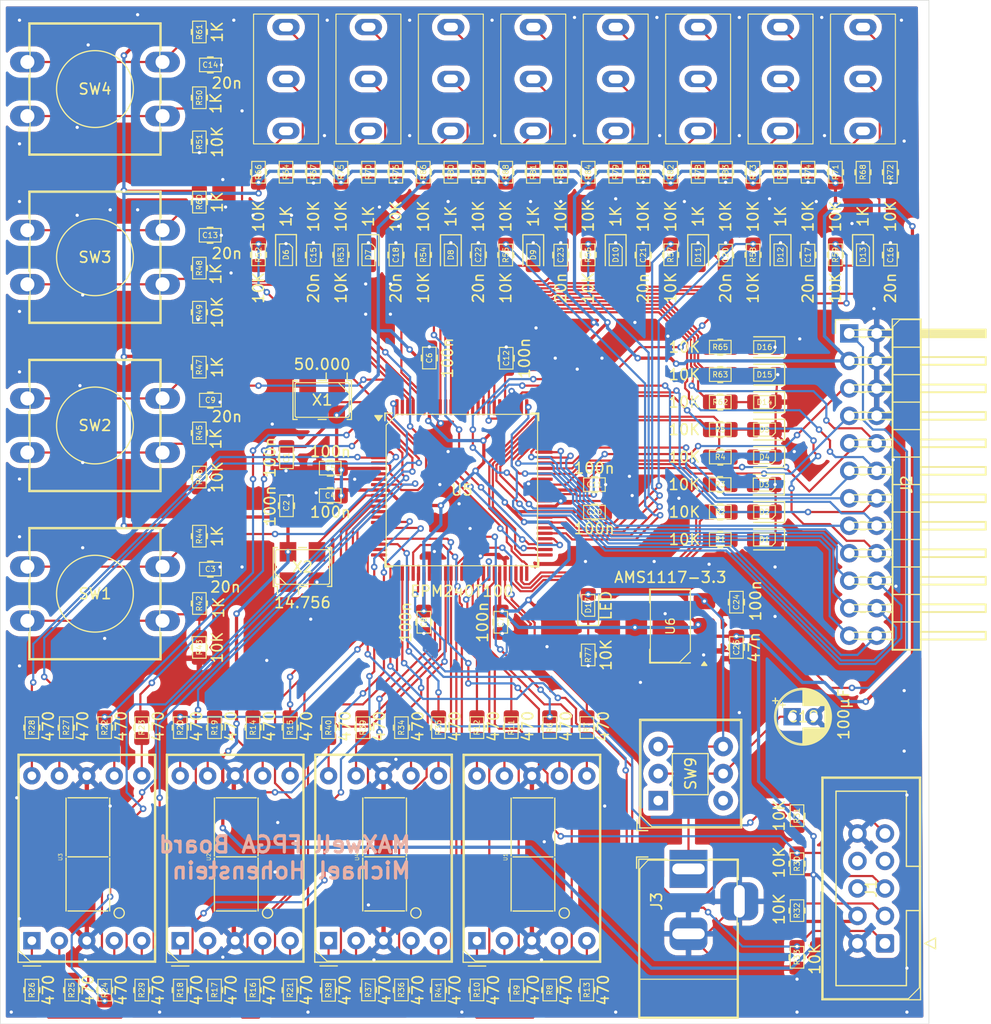
<source format=kicad_pcb>
(kicad_pcb (version 20240108) (generator "pcbnew") (generator_version "8.0")
  (layers (0 "F.Cu" signal) (31 "B.Cu" signal) (34 "B.Paste" user) (35 "F.Paste" user) (36 "B.SilkS" user "B.Silkscreen") (37 "F.SilkS" user "F.Silkscreen") (38 "B.Mask" user) (39 "F.Mask" user) (44 "Edge.Cuts" user))
  (net 0 "")
  (net 1 "+3V3")
  (net 2 "GND")
  (net 3 "Net-(U5-IO2_100)")
  (net 4 "Net-(U5-IO2_99)")
  (net 5 "Net-(U5-IO2_98)")
  (net 6 "Net-(U5-IO2_97)")
  (net 7 "Net-(U5-IO2_96)")
  (net 8 "Net-(U5-IO2_87)")
  (net 9 "Net-(U5-IO2_88)")
  (net 10 "Net-(U5-IO2_95)")
  (net 11 "Net-(C19-Pad1)")
  (net 12 "Net-(U5-IO2_89)")
  (net 13 "Net-(U5-IO2_90)")
  (net 14 "Net-(U5-IO2_92)")
  (net 15 "Net-(U5-IO2_91)")
  (net 16 "+5V")
  (net 17 "Net-(D1-A)")
  (net 18 "Net-(D2-A)")
  (net 19 "Net-(D3-A)")
  (net 20 "Net-(D4-A)")
  (net 21 "Net-(D5-A)")
  (net 22 "Net-(D6-A)")
  (net 23 "Net-(D7-A)")
  (net 24 "Net-(D8-A)")
  (net 25 "Net-(D9-A)")
  (net 26 "Net-(D10-A)")
  (net 27 "Net-(D11-A)")
  (net 28 "Net-(D12-A)")
  (net 29 "Net-(D13-A)")
  (net 30 "Net-(D14-A)")
  (net 31 "Net-(D15-A)")
  (net 32 "Net-(D16-A)")
  (net 33 "Net-(D17-K)")
  (net 34 "Net-(J1-Pin_1)")
  (net 35 "Net-(J1-Pin_5)")
  (net 37 "Net-(J1-Pin_9)")
  (net 40 "Net-(J1-Pin_3)")
  (net 41 "Net-(J2-Pin_19)")
  (net 42 "Net-(J2-Pin_12)")
  (net 43 "Net-(J2-Pin_13)")
  (net 44 "Net-(J2-Pin_9)")
  (net 45 "Net-(J2-Pin_20)")
  (net 46 "Net-(J2-Pin_18)")
  (net 47 "Net-(J2-Pin_14)")
  (net 48 "Net-(J2-Pin_17)")
  (net 49 "Net-(J2-Pin_5)")
  (net 50 "Net-(J2-Pin_16)")
  (net 51 "Net-(J2-Pin_15)")
  (net 52 "Net-(J2-Pin_7)")
  (net 53 "Net-(J2-Pin_10)")
  (net 54 "Net-(J2-Pin_11)")
  (net 55 "Net-(U5-IO1_47)")
  (net 56 "Net-(U5-IO1_48)")
  (net 57 "Net-(U5-IO1_49)")
  (net 58 "Net-(U5-IO1_50)")
  (net 59 "Net-(U5-IO1_51)")
  (net 60 "Net-(U5-IO1_37)")
  (net 61 "Net-(U1-A)")
  (net 62 "Net-(U1-B)")
  (net 63 "Net-(U5-IO1_38)")
  (net 64 "Net-(U1-C)")
  (net 65 "Net-(U5-IO1_39)")
  (net 66 "Net-(U1-D)")
  (net 67 "Net-(U5-IO1_40)")
  (net 68 "Net-(U5-IO1_41)")
  (net 69 "Net-(U1-E)")
  (net 70 "Net-(U5-IO1_42)")
  (net 71 "Net-(U1-F)")
  (net 72 "Net-(U5-IO1_43{slash}DEV_OE)")
  (net 73 "Net-(U1-G)")
  (net 74 "Net-(U5-IO1_44{slash}DEV_CLRn)")
  (net 75 "Net-(U1-DP)")
  (net 76 "Net-(U2-A)")
  (net 77 "Net-(U5-IO1_15)")
  (net 78 "Net-(U5-IO1_16)")
  (net 79 "Net-(U2-B)")
  (net 80 "Net-(U5-IO1_17)")
  (net 81 "Net-(U2-C)")
  (net 82 "Net-(U5-IO1_18)")
  (net 83 "Net-(U2-D)")
  (net 84 "Net-(U5-IO1_19)")
  (net 85 "Net-(U2-E)")
  (net 86 "Net-(U2-F)")
  (net 87 "Net-(U5-IO1_20)")
  (net 88 "Net-(U2-G)")
  (net 89 "Net-(U5-IO1_21)")
  (net 90 "Net-(U2-DP)")
  (net 91 "Net-(U5-IO1_26)")
  (net 92 "Net-(U3-A)")
  (net 93 "Net-(U5-IO2_1)")
  (net 94 "Net-(U5-IO1_2)")
  (net 95 "Net-(U3-B)")
  (net 96 "Net-(U3-C)")
  (net 97 "Net-(U5-IO1_3)")
  (net 98 "Net-(U3-D)")
  (net 99 "Net-(U5-IO1_4)")
  (net 100 "Net-(U3-E)")
  (net 101 "Net-(U5-IO1_5)")
  (net 102 "Net-(U5-IO1_6)")
  (net 103 "Net-(U3-F)")
  (net 104 "Net-(U5-IO1_7)")
  (net 105 "Net-(U3-G)")
  (net 106 "Net-(U5-IO1_8)")
  (net 107 "Net-(U3-DP)")
  (net 108 "Net-(U4-A)")
  (net 109 "Net-(U5-IO1_27)")
  (net 110 "Net-(U5-IO1_28)")
  (net 111 "Net-(U4-B)")
  (net 112 "Net-(U4-C)")
  (net 113 "Net-(U5-IO1_29)")
  (net 114 "Net-(U5-IO1_30)")
  (net 115 "Net-(U4-D)")
  (net 116 "Net-(U5-IO1_33)")
  (net 117 "Net-(U4-E)")
  (net 118 "Net-(U5-IO1_34)")
  (net 119 "Net-(U4-F)")
  (net 120 "Net-(U4-G)")
  (net 121 "Net-(U5-IO1_35)")
  (net 122 "Net-(U4-DP)")
  (net 123 "Net-(U5-IO1_36)")
  (net 124 "Net-(R42-Pad2)")
  (net 125 "Net-(R44-Pad1)")
  (net 126 "Net-(R45-Pad2)")
  (net 127 "Net-(R47-Pad1)")
  (net 128 "Net-(R48-Pad2)")
  (net 129 "Net-(R50-Pad2)")
  (net 130 "Net-(U5-IO2_52)")
  (net 131 "Net-(U5-IO2_53)")
  (net 132 "Net-(U5-IO2_54)")
  (net 133 "Net-(U5-IO2_55)")
  (net 134 "Net-(U5-IO2_56)")
  (net 135 "Net-(U5-IO2_57)")
  (net 136 "Net-(U5-IO2_58)")
  (net 137 "Net-(U5-IO2_61)")
  (net 138 "Net-(R60-Pad1)")
  (net 139 "Net-(R61-Pad1)")
  (net 140 "Net-(U5-IO2_84)")
  (net 141 "Net-(U5-IO2_85)")
  (net 142 "Net-(SW5-B)")
  (net 143 "Net-(U5-IO2_86)")
  (net 144 "Net-(SW5-A)")
  (net 145 "Net-(SW5-C)")
  (net 146 "Net-(SW6-B)")
  (net 147 "Net-(SW7-B)")
  (net 148 "Net-(SW8-B)")
  (net 149 "Net-(SW6-A)")
  (net 150 "Net-(SW6-C)")
  (net 151 "Net-(SW7-A)")
  (net 152 "Net-(SW7-C)")
  (net 153 "Net-(SW8-A)")
  (net 154 "Net-(SW8-C)")
  (net 155 "Net-(SW10-B)")
  (net 156 "Net-(SW11-B)")
  (net 157 "Net-(SW12-B)")
  (net 158 "Net-(SW13-B)")
  (net 159 "Net-(SW10-A)")
  (net 160 "Net-(SW10-C)")
  (net 161 "Net-(SW11-A)")
  (net 162 "Net-(SW11-C)")
  (net 163 "Net-(SW12-A)")
  (net 164 "Net-(SW12-C)")
  (net 165 "Net-(SW13-A)")
  (net 166 "Net-(SW13-C)")
  (net 169 "Net-(U5-IO1_14{slash}GCLK1)")
  (net 170 "Net-(U5-IO1_12{slash}GCLK0)")
  (net 173 "Net-(J2-Pin_21)")
  (net 174 "Net-(J2-Pin_22)")
  (net 175 "Net-(J2-Pin_24)")
  (net 176 "Net-(J2-Pin_23)")
  (footprint "Resistor_SMD:R_0805_2012Metric_Pad1.20x1.40mm_HandSolder" (layer "F.Cu") (at 120.777 111.7555 -90)
    (property "Reference" "R18" (hide yes))
    (property "Value" "470")
  )
  (footprint "Resistor_SMD:R_0805_2012Metric_Pad1.20x1.40mm_HandSolder" (layer "F.Cu") (at 122.546 64.333 90)
    (property "Reference" "R46" (hide yes))
    (property "Value" "10K")
  )
  (footprint "Resistor_SMD:R_0805_2012Metric_Pad1.20x1.40mm_HandSolder" (layer "F.Cu") (at 117.221 111.7555 -90)
    (property "Reference" "R29" (hide yes))
    (property "Value" "470")
  )
  (footprint "Library:SW_Slide_SPDT_Straight_12.8mm_6.9mm" (layer "F.Cu") (at 145.796 27.533 -90)
    (property "Reference" "SW12" (hide yes))
    (property "Value" "SW_Wuerth_450301014042" (hide yes))
  )
  (footprint "Resistor_SMD:R_0805_2012Metric_Pad1.20x1.40mm_HandSolder" (layer "F.Cu") (at 181.356 43.789 -90)
    (property "Reference" "R59" (hide yes))
    (property "Value" "10K")
  )
  (footprint "LED_SMD:LED_0805_2012Metric_Pad1.15x1.40mm_HandSolder" (layer "F.Cu") (at 183.896 43.789 -90)
    (property "Reference" "D13" (hide yes))
    (property "Value" "LED" (hide yes))
  )
  (footprint "Capacitor_SMD:C_0805_2012Metric_Pad1.18x1.45mm_HandSolder" (layer "F.Cu") (at 130.5985 66.98691 90)
    (property "Reference" "C2" (hide yes))
    (property "Value" "100n")
  )
  (footprint "Resistor_SMD:R_0805_2012Metric_Pad1.20x1.40mm_HandSolder" (layer "F.Cu") (at 150.876 36.153 -90)
    (property "Reference" "R88" (hide yes))
    (property "Value" "10K")
  )
  (footprint "Resistor_SMD:R_0805_2012Metric_Pad1.20x1.40mm_HandSolder" (layer "F.Cu") (at 117.221 87.4985 90)
    (property "Reference" "R23" (hide yes))
    (property "Value" "470")
  )
  (footprint "Resistor_SMD:R_0805_2012Metric_Pad1.20x1.40mm_HandSolder" (layer "F.Cu") (at 122.546 60.253 -90)
    (property "Reference" "R45" (hide yes))
    (property "Value" "1K")
  )
  (footprint "Oscillator:Oscillator_SMD_EuroQuartz_XO53-4Pin_5.0x3.2mm_HandSoldering" (layer "F.Cu") (at 132.08 72.644)
    (property "Reference" "X2" (hide yes))
    (property "Value" "14.756")
  )
  (footprint "Capacitor_SMD:C_0805_2012Metric_Pad1.18x1.45mm_HandSolder" (layer "F.Cu") (at 123.562 57.221)
    (property "Reference" "C9" (hide yes))
    (property "Value" "20n")
  )
  (footprint "Resistor_SMD:R_0805_2012Metric_Pad1.20x1.40mm_HandSolder" (layer "F.Cu") (at 123.952 111.7555 -90)
    (property "Reference" "R17" (hide yes))
    (property "Value" "470")
  )
  (footprint "Oscillator:Oscillator_SMD_EuroQuartz_XO53-4Pin_5.0x3.2mm_HandSoldering" (layer "F.Cu") (at 133.9005 57.20791 180)
    (property "Reference" "X1" (hide yes))
    (property "Value" "50.000")
  )
  (footprint "Resistor_SMD:R_0805_2012Metric_Pad1.20x1.40mm_HandSolder" (layer "F.Cu") (at 158.369 87.494 90)
    (property "Reference" "R7" (hide yes))
    (property "Value" "470")
  )
  (footprint "Resistor_SMD:R_0805_2012Metric_Pad1.20x1.40mm_HandSolder" (layer "F.Cu") (at 158.369 111.751 -90)
    (property "Reference" "R13" (hide yes))
    (property "Value" "470")
  )
  (footprint "Library:SW_Slide_SPDT_Straight_12.8mm_6.9mm" (layer "F.Cu") (at 153.416 27.533 -90)
    (property "Reference" "SW13" (hide yes))
    (property "Value" "SW_Wuerth_450301014042" (hide yes))
  )
  (footprint "LED_SMD:LED_0805_2012Metric_Pad1.15x1.40mm_HandSolder" (layer "F.Cu") (at 174.793 52.324 180)
    (property "Reference" "D16" (hide yes))
    (property "Value" "LED" (hide yes))
  )
  (footprint "Resistor_SMD:R_0805_2012Metric_Pad1.20x1.40mm_HandSolder" (layer "F.Cu") (at 170.704 70.104)
    (property "Reference" "R1" (hide yes))
    (property "Value" "10K")
  )
  (footprint "Library:SW_PUSH-12mm" (layer "F.Cu") (at 119.144 30.963 180)
    (property "Reference" "SW4" (hide yes))
    (property "Value" "SW_Push_Dual" (hide yes))
  )
  (footprint "Resistor_SMD:R_0805_2012Metric_Pad1.20x1.40mm_HandSolder" (layer "F.Cu") (at 170.704 54.864)
    (property "Reference" "R63" (hide yes))
    (property "Value" "10K")
  )
  (footprint "Display_7Segment:D1X8K" (layer "F.Cu") (at 120.777 107.188 90)
    (property "Reference" "U2" (hide yes))
    (property "Value" "D168K" (hide yes))
  )
  (footprint "Resistor_SMD:R_0805_2012Metric_Pad1.20x1.40mm_HandSolder" (layer "F.Cu") (at 177.8 100.076 -90)
    (property "Reference" "R30" (hide yes))
    (property "Value" "10K")
  )
  (footprint "Resistor_SMD:R_0805_2012Metric_Pad1.20x1.40mm_HandSolder" (layer "F.Cu") (at 134.493 87.4985 90)
    (property "Reference" "R40" (hide yes))
    (property "Value" "470")
  )
  (footprint "Resistor_SMD:R_0805_2012Metric_Pad1.20x1.40mm_HandSolder" (layer "F.Cu") (at 166.116 43.789 -90)
    (property "Reference" "R57" (hide yes))
    (property "Value" "10K")
  )
  (footprint "Resistor_SMD:R_0805_2012Metric_Pad1.20x1.40mm_HandSolder" (layer "F.Cu") (at 151.384 87.494 90)
    (property "Reference" "R11" (hide yes))
    (property "Value" "470")
  )
  (footprint "Resistor_SMD:R_0805_2012Metric_Pad1.20x1.40mm_HandSolder" (layer "F.Cu") (at 123.952 87.4985 90)
    (property "Reference" "R19" (hide yes))
    (property "Value" "470")
  )
  (footprint "Resistor_SMD:R_0805_2012Metric_Pad1.20x1.40mm_HandSolder" (layer "F.Cu") (at 107.061 87.4985 90)
    (property "Reference" "R28" (hide yes))
    (property "Value" "470")
  )
  (footprint "Capacitor_SMD:C_0805_2012Metric_Pad1.18x1.45mm_HandSolder" (layer "F.Cu") (at 140.716 43.8105 90)
    (property "Reference" "C18" (hide yes))
    (property "Value" "20n")
  )
  (footprint "Resistor_SMD:R_0805_2012Metric_Pad1.20x1.40mm_HandSolder" (layer "F.Cu") (at 151.892 111.76 -90)
    (property "Reference" "R9" (hide yes))
    (property "Value" "470")
  )
  (footprint "Resistor_SMD:R_0805_2012Metric_Pad1.20x1.40mm_HandSolder" (layer "F.Cu") (at 128.016 36.153 -90)
    (property "Reference" "R66" (hide yes))
    (property "Value" "10K")
  )
  (footprint "LED_SMD:LED_0805_2012Metric_Pad1.15x1.40mm_HandSolder" (layer "F.Cu") (at 174.793 54.864 180)
    (property "Reference" "D15" (hide yes))
    (property "Value" "LED" (hide yes))
  )
  (footprint "Resistor_SMD:R_0805_2012Metric_Pad1.20x1.40mm_HandSolder" (layer "F.Cu") (at 107.061 111.7555 -90)
    (property "Reference" "R26" (hide yes))
    (property "Value" "470")
  )
  (footprint "Resistor_SMD:R_0805_2012Metric_Pad1.20x1.40mm_HandSolder" (layer "F.Cu") (at 166.116 36.153 -90)
    (property "Reference" "R82" (hide yes))
    (property "Value" "10K")
  )
  (footprint "Capacitor_SMD:C_0805_2012Metric_Pad1.18x1.45mm_HandSolder" (layer "F.Cu") (at 123.5405 41.981)
    (property "Reference" "C13" (hide yes))
    (property "Value" "20n")
  )
  (footprint "Library:SW_Slide_SPDT_Straight_12.8mm_6.9mm" (layer "F.Cu") (at 161.036 27.533 -90)
    (property "Reference" "SW11" (hide yes))
    (property "Value" "SW_Wuerth_450301014042" (hide yes))
  )
  (footprint "Resistor_SMD:R_0805_2012Metric_Pad1.20x1.40mm_HandSolder" (layer "F.Cu") (at 138.176 111.744 -90)
    (property "Reference" "R37" (hide yes))
    (property "Value" "470")
  )
  (footprint "Resistor_SMD:R_0805_2012Metric_Pad1.20x1.40mm_HandSolder" (layer "F.Cu") (at 150.876 43.805 -90)
    (property "Reference" "R55" (hide yes))
    (property "Value" "10K")
  )
  (footprint "LED_SMD:LED_0805_2012Metric_Pad1.15x1.40mm_HandSolder" (layer "F.Cu") (at 174.793 62.484 180)
    (property "Reference" "D4" (hide yes))
    (property "Value" "LED" (hide yes))
  )
  (footprint "Resistor_SMD:R_0805_2012Metric_Pad1.20x1.40mm_HandSolder" (layer "F.Cu") (at 171.196 36.153 -90)
    (property "Reference" "R83" (hide yes))
    (property "Value" "10K")
  )
  (footprint "LED_SMD:LED_0805_2012Metric_Pad1.15x1.40mm_HandSolder" (layer "F.Cu") (at 174.761 65.024 180)
    (property "Reference" "D3" (hide yes))
    (property "Value" "LED" (hide yes))
  )
  (footprint "LED_SMD:LED_0805_2012Metric_Pad1.15x1.40mm_HandSolder" (layer "F.Cu") (at 174.793 57.404 180)
    (property "Reference" "D14" (hide yes))
    (property "Value" "LED" (hide yes))
  )
  (footprint "Capacitor_SMD:C_0805_2012Metric_Pad1.18x1.45mm_HandSolder" (layer "F.Cu") (at 186.436 43.8105 90)
    (property "Reference" "C16" (hide yes))
    (property "Value" "20n")
  )
  (footprint "Capacitor_THT:CP_Radial_D5.0mm_P2.00mm" (layer "F.Cu") (at 177.352887 86.487)
    (property "Reference" "C19" (hide yes))
    (property "Value" "100µF")
  )
  (footprint "Resistor_SMD:R_0805_2012Metric_Pad1.20x1.40mm_HandSolder" (layer "F.Cu") (at 170.704 67.564)
    (property "Reference" "R2" (hide yes))
    (property "Value" "10K")
  )
  (footprint "Capacitor_SMD:C_0805_2012Metric_Pad1.18x1.45mm_HandSolder" (layer "F.Cu") (at 159.068 65.032)
    (property "Reference" "C11" (hide yes))
    (property "Value" "100n")
  )
  (footprint "Library:SW_Slide_SPDT_Straight_12.8mm_6.9mm" (layer "F.Cu") (at 130.556 27.533 -90)
    (property "Reference" "SW5" (hide yes))
    (property "Value" "SW_Wuerth_450301014042" (hide yes))
  )
  (footprint "Capacitor_SMD:C_0805_2012Metric_Pad1.18x1.45mm_HandSolder" (layer "F.Cu") (at 159.068 67.572)
    (property "Reference" "C10" (hide yes))
    (property "Value" "100n")
  )
  (footprint "Resistor_SMD:R_0805_2012Metric_Pad1.20x1.40mm_HandSolder" (layer "F.Cu") (at 173.736 36.153 -90)
    (property "Reference" "R73" (hide yes))
    (property "Value" "10K")
  )
  (footprint "Resistor_SMD:R_0805_2012Metric_Pad1.20x1.40mm_HandSolder" (layer "F.Cu") (at 154.94 111.751 -90)
    (property "Reference" "R8" (hide yes))
    (property "Value" "470")
  )
  (footprint "Resistor_SMD:R_0805_2012Metric_Pad1.20x1.40mm_HandSolder" (layer "F.Cu") (at 177.8 108.728 90)
    (property "Reference" "R33" (hide yes))
    (property "Value" "10K")
  )
  (footprint "Capacitor_SMD:C_0805_2012Metric_Pad1.18x1.45mm_HandSolder" (layer "F.Cu") (at 134.641 66.048 180)
    (property "Reference" "C4" (hide yes))
    (property "Value" "100n")
  )
  (footprint "Button_Switch_THT:SW_Push_2P2T_Toggle_CK_PVA2OAH5xxxxxxV2" (layer "F.Cu") (at 164.9715 94.2435 90)
    (property "Reference" "SW9" (hide yes))
    (property "Value" "SW_Push_DPDT" (hide yes))
  )
  (footprint "Resistor_SMD:R_0805_2012Metric_Pad1.20x1.40mm_HandSolder" (layer "F.Cu") (at 153.416 36.153 90)
    (property "Reference" "R81" (hide yes))
    (property "Value" "1K")
  )
  (footprint "Resistor_SMD:R_0805_2012Metric_Pad1.20x1.40mm_HandSolder" (layer "F.Cu") (at 122.546 80.081 90)
    (property "Reference" "R43" (hide yes))
    (property "Value" "10K")
  )
  (footprint "LED_SMD:LED_0805_2012Metric_Pad1.15x1.40mm_HandSolder" (layer "F.Cu") (at 174.793 59.944 180)
    (property "Reference" "D5" (hide yes))
    (property "Value" "LED" (hide yes))
  )
  (footprint "Capacitor_SMD:C_0805_2012Metric_Pad1.18x1.45mm_HandSolder" (layer "F.Cu") (at 178.816 43.8105 90)
    (property "Reference" "C17" (hide yes))
    (property "Value" "20n")
  )
  (footprint "Capacitor_SMD:C_0805_2012Metric_Pad1.18x1.45mm_HandSolder" (layer "F.Cu") (at 133.096 43.8105 90)
    (property "Reference" "C15" (hide yes))
    (property "Value" "20n")
  )
  (footprint "Resistor_SMD:R_0805_2012Metric_Pad1.20x1.40mm_HandSolder" (layer "F.Cu") (at 183.896 36.153 90)
    (property "Reference" "R68" (hide yes))
    (property "Value" "1K")
  )
  (footprint "Capacitor_SMD:C_0805_2012Metric_Pad1.18x1.45mm_HandSolder" (layer "F.Cu") (at 143.2985 77.7535 -90)
    (property "Reference" "C8" (hide yes))
    (property "Value" "100n")
  )
  (footprint "LED_SMD:LED_0805_2012Metric_Pad1.15x1.40mm_HandSolder" (layer "F.Cu") (at 158.496 76.2 90)
    (property "Reference" "D17" (hide yes))
    (property "Value" "LED")
  )
  (footprint "LED_SMD:LED_0805_2012Metric_Pad1.15x1.40mm_HandSolder" (layer "F.Cu") (at 174.784 70.104 180)
    (property "Reference" "D1" (hide yes))
    (property "Value" "LED" (hide yes))
  )
  (footprint "Display_7Segment:D1X8K" (layer "F.Cu") (at 107.061 107.188 90)
    (property "Reference" "U3" (hide yes))
    (property "Value" "D168K" (hide yes))
  )
  (footprint "Resistor_SMD:R_0805_2012Metric_Pad1.20x1.40mm_HandSolder" (layer "F.Cu") (at 181.356 36.153 -90)
    (property "Reference" "R71" (hide yes))
    (property "Value" "10K")
  )
  (footprint "Capacitor_SMD:C_0805_2012Metric_Pad1.18x1.45mm_HandSolder" (layer "F.Cu") (at 123.562 72.842)
    (property "Reference" "C3" (hide yes))
    (property "Value" "20n")
  )
  (footprint "Resistor_SMD:R_0805_2012Metric_Pad1.20x1.40mm_HandSolder" (layer "F.Cu") (at 122.546 29.265 -90)
    (property "Reference" "R50" (hide yes))
    (property "Value" "1K")
  )
  (footprint "Resistor_SMD:R_0805_2012Metric_Pad1.20x1.40mm_HandSolder" (layer "F.Cu") (at 143.256 36.153 -90)
    (property "Reference" "R86" (hide yes))
    (property "Value" "10K")
  )
  (footprint "Capacitor_SMD:C_0805_2012Metric_Pad1.18x1.45mm_HandSolder" (layer "F.Cu") (at 163.576 43.8105 90)
    (property "Reference" "C21" (hide yes))
    (property "Value" "20n")
  )
  (footprint "Resistor_SMD:R_0805_2012Metric_Pad1.20x1.40mm_HandSolder" (layer "F.Cu") (at 177.8 104.41 -90)
    (property "Reference" "R32" (hide yes))
    (property "Value" "10K")
  )
  (footprint "Connector_BarrelJack:BarrelJack_Horizontal" (layer "F.Cu") (at 167.767 100.553 90)
    (property "Reference" "J3" (hide yes))
    (property "Value" "Barrel_Jack_Switch_Pin3Ring" (hide yes))
  )
  (footprint "Library:SW_Slide_SPDT_Straight_12.8mm_6.9mm" (layer "F.Cu") (at 168.656 27.533 -90)
    (property "Reference" "SW10" (hide yes))
    (property "Value" "SW_Wuerth_450301014042" (hide yes))
  )
  (footprint "Resistor_SMD:R_0805_2012Metric_Pad1.20x1.40mm_HandSolder" (layer "F.Cu") (at 170.704 52.324)
    (property "Reference" "R65" (hide yes))
    (property "Value" "10K")
  )
  (footprint "Library:SW_PUSH-12mm" (layer "F.Cu") (at 119.144 62.063 180)
    (property "Reference" "SW2" (hide yes))
    (property "Value" "SW_Push_Dual" (hide yes))
  )
  (footprint "Resistor_SMD:R_0805_2012Metric_Pad1.20x1.40mm_HandSolder" (layer "F.Cu") (at 155.956 36.153 -90)
    (property "Reference" "R89" (hide yes))
    (property "Value" "10K")
  )
  (footprint "Library:SW_Slide_SPDT_Straight_12.8mm_6.9mm" (layer "F.Cu") (at 138.176 27.533 -90)
    (property "Reference" "SW8" (hide yes))
    (property "Value" "SW_Wuerth_450301014042" (hide yes))
  )
  (footprint "Resistor_SMD:R_0805_2012Metric_Pad1.20x1.40mm_HandSolder" (layer "F.Cu") (at 137.668 87.4985 90)
    (property "Reference" "R39" (hide yes))
    (property "Value" "470")
  )
  (footprint "Resistor_SMD:R_0805_2012Metric_Pad1.20x1.40mm_HandSolder" (layer "F.Cu") (at 135.636 43.789 -90)
    (property "Reference" "R53" (hide yes))
    (property "Value" "10K")
  )
  (footprint "LED_SMD:LED_0805_2012Metric_Pad1.15x1.40mm_HandSolder" (layer "F.Cu") (at 138.176 43.789 -90)
    (property "Reference" "D7" (hide yes))
    (property "Value" "LED" (hide yes))
  )
  (footprint "Capacitor_SMD:C_0805_2012Metric_Pad1.18x1.45mm_HandSolder" (layer "F.Cu") (at 172.1965 80.086 -90)
    (property "Reference" "C25" (hide yes))
    (property "Value" "47n")
  )
  (footprint "Resistor_SMD:R_0805_2012Metric_Pad1.20x1.40mm_HandSolder" (layer "F.Cu") (at 158.496 80.772 90)
    (property "Reference" "R77" (hide yes))
    (property "Value" "10K")
  )
  (footprint "Resistor_SMD:R_0805_2012Metric_Pad1.20x1.40mm_HandSolder" (layer "F.Cu") (at 138.176 36.153 90)
    (property "Reference" "R70" (hide yes))
    (property "Value" "1K")
  )
  (footprint "Display_7Segment:D1X8K" (layer "F.Cu") (at 134.493 107.1835 90)
    (property "Reference" "U4" (hide yes))
    (property "Value" "D168K" (hide yes))
  )
  (footprint "Resistor_SMD:R_0805_2012Metric_Pad1.20x1.40mm_HandSolder" (layer "F.Cu") (at 158.496 43.789 -90)
    (property "Reference" "R56" (hide yes))
    (property "Value" "10K")
  )
  (footprint "Connector_IDC:IDC-Header_2x05_P2.54mm_Vertical" (layer "F.Cu") (at 185.928 107.442 180)
    (property "Reference" "J1" (hide yes))
    (property "Value" "Conn_02x05_Odd_Even" (hide yes))
  )
  (footprint "Resistor_SMD:R_0805_2012Metric_Pad1.20x1.40mm_HandSolder" (layer "F.Cu") (at 168.656 36.153 90)
    (property "Reference" "R78" (hide yes))
    (property "Value" "1K")
  )
  (footprint "LED_SMD:LED_0805_2012Metric_Pad1.15x1.40mm_HandSolder" (layer "F.Cu") (at 176.276 43.789 -90)
    (property "Reference" "D12" (hide yes))
    (property "Value" "LED" (hide yes))
  )
  (footprint "Resistor_SMD:R_0805_2012Metric_Pad1.20x1.40mm_HandSolder" (layer "F.Cu") (at 122.546 33.345 90)
    (property "Reference" "R51" (hide yes))
    (property "Value" "10K")
  )
  (footprint "Resistor_SMD:R_0805_2012Metric_Pad1.20x1.40mm_HandSolder" (layer "F.Cu") (at 173.736 43.789 -90)
    (property "Reference" "R58" (hide yes))
    (property "Value" "10K")
  )
  (footprint "Display_7Segment:D1X8K" (layer "F.Cu") (at 148.209 107.1925 90)
    (property "Reference" "U1" (hide yes))
    (property "Value" "D168K" (hide yes))
  )
  (footprint "Resistor_SMD:R_0805_2012Metric_Pad1.20x1.40mm_HandSolder" (layer "F.Cu") (at 120.777 87.4985 90)
    (property "Reference" "R20" (hide yes))
    (property "Value" "470")
  )
  (footprint "Resistor_SMD:R_0805_2012Metric_Pad1.20x1.40mm_HandSolder" (layer "F.Cu") (at 140.716 36.153 -90)
    (property "Reference" "R76" (hide yes))
    (property "Value" "10K")
  )
  (footprint "Resistor_SMD:R_0805_2012Metric_Pad1.20x1.40mm_HandSolder" (layer "F.Cu") (at 177.8 95.631 -90)
    (property "Reference" "R31" (hide yes))
    (property "Value" "10K")
  )
  (footprint "Resistor_SMD:R_0805_2012Metric_Pad1.20x1.40mm_HandSolder" (layer "F.Cu") (at 130.556 36.153 90)
    (property "Reference" "R64" (hide yes))
    (property "Value" "1K")
  )
  (footprint "Capacitor_SMD:C_0805_2012Metric_Pad1.18x1.45mm_HandSolder" (layer "F.Cu") (at 148.336 43.789 90)
    (property "Reference" "C22" (hide yes))
    (property "Value" "20n")
  )
  (footprint "Resistor_SMD:R_0805_2012Metric_Pad1.20x1.40mm_HandSolder" (layer "F.Cu") (at 135.636 36.153 -90)
    (property "Reference" "R75" (hide yes))
    (property "Value" "10K")
  )
  (footprint "Resistor_SMD:R_0805_2012Metric_Pad1.20x1.40mm_HandSolder" (layer "F.Cu") (at 110.236 87.4985 90)
    (property "Reference" "R27" (hide yes))
    (property "Value" "470")
  )
  (footprint "Resistor_SMD:R_0805_2012Metric_Pad1.20x1.40mm_HandSolder" (layer "F.Cu") (at 130.937 111.7555 -90)
    (property "Reference" "R21" (hide yes))
    (property "Value" "470")
  )
  (footprint "Resistor_SMD:R_0805_2012Metric_Pad1.20x1.40mm_HandSolder" (layer "F.Cu") (at 170.704 59.944)
    (property "Reference" "R5" (hide yes))
    (property "Value" "10K")
  )
  (footprint "Resistor_SMD:R_0805_2012Metric_Pad1.20x1.40mm_HandSolder" (layer "F.Cu") (at 170.704 62.484)
    (property "Reference" "R4" (hide yes))
    (property "Value" "10K")
  )
  (footprint "Resistor_SMD:R_0805_2012Metric_Pad1.20x1.40mm_HandSolder" (layer "F.Cu") (at 148.336 36.153 -90)
    (property "Reference" "R87" (hide yes))
    (property "Value" "10K")
  )
  (footprint "Resistor_SMD:R_0805_2012Metric_Pad1.20x1.40mm_HandSolder" (layer "F.Cu") (at 154.94 87.494 90)
    (property "Reference" "R6" (hide yes))
    (property "Value" "470")
  )
  (footprint "Resistor_SMD:R_0805_2012Metric_Pad1.20x1.40mm_HandSolder" (layer "F.Cu") (at 144.653 111.76 -90)
    (property "Reference" "R41" (hide yes))
    (property "Value" "470")
  )
  (footprint "Capacitor_SMD:C_0805_2012Metric_Pad1.18x1.45mm_HandSolder" (layer "F.Cu") (at 171.196 43.8105 90)
    (property "Reference" "C20" (hide yes))
    (property "Value" "20n")
  )
  (footprint "Resistor_SMD:R_0805_2012Metric_Pad1.20x1.40mm_HandSolder" (layer "F.Cu") (at 122.546 76.017 -90)
    (property "Reference" "R42" (hide yes))
    (property "Value" "1K")
  )
  (footprint "Resistor_SMD:R_0805_2012Metric_Pad1.20x1.40mm_HandSolder" (layer "F.Cu") (at 170.704 57.404)
    (property "Reference" "R62" (hide yes))
    (property "Value" "10K")
  )
  (footprint "Resistor_SMD:R_0805_2012Metric_Pad1.20x1.40mm_HandSolder" (layer "F.Cu") (at 130.937 87.4985 90)
    (property "Reference" "R15" (hide yes))
    (property "Value" "470")
  )
  (footprint "Resistor_SMD:R_0805_2012Metric_Pad1.20x1.40mm_HandSolder" (layer "F.Cu") (at 186.436 36.153 -90)
    (property "Reference" "R72" (hide yes))
    (property "Value" "10K")
  )
  (footprint "Resistor_SMD:R_0805_2012Metric_Pad1.20x1.40mm_HandSolder" (layer "F.Cu") (at 161.036 36.153 90)
    (property "Reference" "R79" (hide yes))
    (property "Value" "1K")
  )
  (footprint "Resistor_SMD:R_0805_2012Metric_Pad1.20x1.40mm_HandSolder" (layer "F.Cu") (at 127.508 111.7555 -90)
    (property "Reference" "R16" (hide yes))
    (property "Value" "470")
  )
  (footprint "Resistor_SMD:R_0805_2012Metric_Pad1.20x1.40mm_HandSolder" (layer "F.Cu") (at 176.276 36.153 90)
    (property "Reference" "R69" (hide yes))
    (property "Value" "1K")
  )
  (footprint "Library:SW_Slide_SPDT_Straight_12.8mm_6.9mm" (layer "F.Cu") (at 183.896 27.533 -90)
    (property "Reference" "SW6" (hide yes))
    (property "Value" "SW_Wuerth_450301014042" (hide yes))
  )
  (footprint "Resistor_SMD:R_0805_2012Metric_Pad1.20x1.40mm_HandSolder" (layer "F.Cu") (at 128.016 43.789 -90)
    (property "Reference" "R52" (hide yes))
    (property "Value" "10K")
  )
  (footprint "Connector_PinHeader_2.54mm:PinHeader_2x12_P2.54mm_Horizontal" (layer "F.Cu") (at 182.626 51.054)
    (property "Reference" "J2" (hide yes))
    (property "Value" "Conn_02x12_Counter_Clockwise" (hide yes))
  )
  (footprint "Package_TO_SOT_SMD:SOT-223-3_TabPin2" (layer "F.Cu") (at 166.091 78.105 180)
    (property "Reference" "U6" (hide yes))
    (property "Value" "AMS1117-3.3")
  )
  (footprint "Resistor_SMD:R_0805_2012Metric_Pad1.20x1.40mm_HandSolder" (layer "F.Cu") (at 158.496 36.153 -90)
    (property "Reference" "R84" (hide yes))
    (property "Value" "10K")
  )
  (footprint "Resistor_SMD:R_0805_2012Metric_Pad1.20x1.40mm_HandSolder" (layer "F.Cu") (at 110.744 111.7555 -90)
    (property "Reference" "R25" (hide yes))
    (property "Value" "470")
  )
  (footprint "Resistor_SMD:R_0805_2012Metric_Pad1.20x1.40mm_HandSolder" (layer "F.Cu") (at 141.224 111.744 -90)
    (property "Reference" "R36" (hide yes))
    (property "Value" "470")
  )
  (footprint "Resistor_SMD:R_0805_2012Metric_Pad1.20x1.40mm_HandSolder" (layer "F.Cu") (at 148.209 111.744 -90)
    (property "Reference" "R10" (hide yes))
    (property "Value" "470")
  )
  (footprint "Resistor_SMD:R_0805_2012Metric_Pad1.20x1.40mm_HandSolder" (layer "F.Cu") (at 122.546 54.173 90)
    (property "Reference" "R47" (hide yes))
    (property "Value" "1K")
  )
  (footprint "LED_SMD:LED_0805_2012Metric_Pad1.15x1.40mm_HandSolder" (layer "F.Cu") (at 168.656 43.789 -90)
    (property "Reference" "D11" (hide yes))
    (property "Value" "LED" (hide yes))
  )
  (footprint "Resistor_SMD:R_0805_2012Metric_Pad1.20x1.40mm_HandSolder" (layer "F.Cu") (at 163.576 36.153 -90)
    (property "Reference" "R85" (hide yes))
    (property "Value" "10K")
  )
  (footprint "Resistor_SMD:R_0805_2012Metric_Pad1.20x1.40mm_HandSolder" (layer "F.Cu") (at 144.653 87.4985 90)
    (property "Reference" "R35" (hide yes))
    (property "Value" "470")
  )
  (footprint "Resistor_SMD:R_0805_2012Metric_Pad1.20x1.40mm_HandSolder" (layer "F.Cu") (at 133.096 36.153 -90)
    (property "Reference" "R67" (hide yes))
    (property "Value" "10K")
  )
  (footprint "Resistor_SMD:R_0805_2012Metric_Pad1.20x1.40mm_HandSolder" (layer "F.Cu") (at 145.796 36.153 90)
    (property "Reference" "R80" (hide yes))
    (property "Value" "1K")
  )
  (footprint "Capacitor_SMD:C_0805_2012Metric_Pad1.18x1.45mm_HandSolder" (layer "F.Cu") (at 150.4105 77.7535 -90)
    (property "Reference" "C7" (hide yes))
    (property "Value" "100n")
  )
  (footprint "Capacitor_SMD:C_0805_2012Metric_Pad1.18x1.45mm_HandSolder" (layer "F.Cu") (at 143.8065 53.3265 90)
    (property "Reference" "C6" (hide yes))
    (property "Value" "100n")
  )
  (footprint "Resistor_SMD:R_0805_2012Metric_Pad1.20x1.40mm_HandSolder" (layer "F.Cu") (at 113.792 87.4985 90)
    (property "Reference" "R22" (hide yes))
    (property "Value" "470")
  )
  (footprint "Resistor_SMD:R_0805_2012Metric_Pad1.20x1.40mm_HandSolder" (layer "F.Cu") (at 113.792 111.76 -90)
    (property "Reference" "R24" (hide yes))
    (property "Value" "470")
  )
  (footprint "Capacitor_SMD:C_0805_2012Metric_Pad1.18x1.45mm_HandSolder" (layer "F.Cu") (at 123.562 26.233)
    (property "Reference" "C14" (hide yes))
    (property "Value" "20n")
  )
  (footprint "LED_SMD:LED_0805_2012Metric_Pad1.15x1.40mm_HandSolder" (layer "F.Cu") (at 161.036 43.789 -90)
    (property "Reference" "D10" (hide yes))
    (property "Value" "LED" (hide yes))
  )
  (footprint "Capacitor_SMD:C_0805_2012Metric_Pad1.18x1.45mm_HandSolder" (layer "F.Cu") (at 150.9185 53.348 90)
    (property "Reference" "C12" (hide yes))
    (property "Value" "100n")
  )
  (footprint "Resistor_SMD:R_0805_2012Metric_Pad1.20x1.40mm_HandSolder" (layer "F.Cu") (at 134.493 111.776 -90)
    (property "Reference" "R38" (hide yes))
    (property "Value" "470")
  )
  (footprint "LED_SMD:LED_0805_2012Metric_Pad1.15x1.40mm_HandSolder" (layer "F.Cu") (at 174.793 67.564 180)
    (property "Reference" "D2" (hide yes))
    (property "Value" "LED" (hide yes))
  )
  (footprint "Resistor_SMD:R_0805_2012Metric_Pad1.20x1.40mm_HandSolder" (layer "F.Cu") (at 148.209 87.494 90)
    (property "Reference" "R12" (hide yes))
    (property "Value" "470")
  )
  (footprint "Resistor_SMD:R_0805_2012Metric_Pad1.20x1.40mm_HandSolder" (layer "F.Cu") (at 122.546 23.185 90)
    (property "Reference" "R61" (hide yes))
    (property "Value" "1K")
  )
  (footprint "Resistor_SMD:R_0805_2012Metric_Pad1.20x1.40mm_HandSolder" (layer "F.Cu") (at 141.224 87.4985 90)
    (property "Reference" "R34" (hide yes))
    (property "Value" "470")
  )
  (footprint "Resistor_SMD:R_0805_2012Metric_Pad1.20x1.40mm_HandSolder" (layer "F.Cu") (at 178.816 36.153 -90)
    (property "Reference" "R74" (hide yes))
    (property "Value" "10K")
  )
  (footprint "Package_QFP:TQFP-100_14x14mm_P0.5mm" (layer "F.Cu") (at 146.812 65.532)
    (property "Reference" "U5" (hide yes))
    (property "Value" "EPM240T100")
  )
  (footprint "Library:SW_PUSH-12mm" (layer "F.Cu") (at 119.144 46.513 180)
    (property "Reference" "SW3" (hide yes))
    (property "Value" "SW_Push_Dual" (hide yes))
  )
  (footprint "Capacitor_SMD:C_0805_2012Metric_Pad1.18x1.45mm_HandSolder" (layer "F.Cu") (at 130.5985 62.54191 -90)
    (property "Reference" "C1" (hide yes))
    (property "Value" "100n")
  )
  (footprint "Resistor_SMD:R_0805_2012Metric_Pad1.20x1.40mm_HandSolder" (layer "F.Cu") (at 122.546 38.917 90)
    (property "Reference" "R60" (hide yes))
    (property "Value" "1K")
  )
  (footprint "Resistor_SMD:R_0805_2012Metric_Pad1.20x1.40mm_HandSolder" (layer "F.Cu") (at 143.256 43.789 -90)
    (property "Reference" "R54" (hide yes))
    (property "Value" "10K")
  )
  (footprint "LED_SMD:LED_0805_2012Metric_Pad1.15x1.40mm_HandSolder" (layer "F.Cu") (at 130.556 43.78 -90)
    (property "Reference" "D6" (hide yes))
    (property "Value" "LED" (hide yes))
  )
  (footprint "Resistor_SMD:R_0805_2012Metric_Pad1.20x1.40mm_HandSolder" (layer "F.Cu") (at 127.508 87.4985 90)
    (property "Reference" "R14" (hide yes))
    (property "Value" "470")
  )
  (footprint "LED_SMD:LED_0805_2012Metric_Pad1.15x1.40mm_HandSolder" (layer "F.Cu") (at 145.796 43.798 -90)
    (property "Reference" "D8" (hide yes))
    (property "Value" "LED" (hide yes))
  )
  (footprint "Library:SW_PUSH-12mm" (layer "F.Cu") (at 119.144 77.613 180)
    (property "Reference" "SW1" (hide yes))
    (property "Value" "SW_Push_Dual" (hide yes))
  )
  (footprint "Library:SW_Slide_SPDT_Straight_12.8mm_6.9mm" (layer "F.Cu") (at 176.276 27.533 -90)
    (property "Reference" "SW7" (hide yes))
    (property "Value" "SW_Wuerth_450301014042" (hide yes))
  )
  (footprint "LED_SMD:LED_0805_2012Metric_Pad1.15x1.40mm_HandSolder" (layer "F.Cu") (at 153.416 43.789 -90)
    (property "Reference" "D9" (hide yes))
    (property "Value" "LED" (hide yes))
  )
  (footprint "Resistor_SMD:R_0805_2012Metric_Pad1.20x1.40mm_HandSolder" (layer "F.Cu") (at 170.69 65.024)
    (property "Reference" "R3" (hide yes))
    (property "Value" "10K")
  )
  (footprint "Capacitor_SMD:C_0805_2012Metric_Pad1.18x1.45mm_HandSolder" (layer "F.Cu") (at 172.1965 75.895 -90)
    (property "Reference" "C24" (hide yes))
    (property "Value" "100n")
  )
  (footprint "Resistor_SMD:R_0805_2012Metric_Pad1.20x1.40mm_HandSolder" (layer "F.Cu") (at 122.546 45.013 -90)
    (property "Reference" "R48" (hide yes))
    (property "Value" "1K")
  )
  (footprint "Resistor_SMD:R_0805_2012Metric_Pad1.20x1.40mm_HandSolder" (layer "F.Cu") (at 122.546 69.794 90)
    (property "Reference" "R44" (hide yes))
    (property "Value" "1K")
  )
  (footprint "Resistor_SMD:R_0805_2012Metric_Pad1.20x1.40mm_HandSolder" (layer "F.Cu") (at 122.546 49.093 90)
    (property "Reference" "R49" (hide yes))
    (property "Value" "10K")
  )
  (footprint "Capacitor_SMD:C_0805_2012Metric_Pad1.18x1.45mm_HandSolder" (layer "F.Cu") (at 134.641 63.508 180)
    (property "Reference" "C5" (hide yes))
    (property "Value" "100n")
  )
  (footprint "Capacitor_SMD:C_0805_2012Metric_Pad1.18x1.45mm_HandSolder" (layer "F.Cu") (at 155.956 43.8105 90)
    (property "Reference" "C23" (hide yes))
    (property "Value" "20n")
  )
  (gr_rect (start 104.14 20.2565) (end 189.992 114.8715) (stroke (width 0.05)) (fill none) (layer "Edge.Cuts"))
  (gr_text "MAXwell FPGA Board\nMichael Hohenstein" (at 142.24 101.6 0) (layer "B.SilkS") (effects (font (size 1.5 1.5) (thickness 0.3) (bold yes)) (justify left bottom mirror)))
  (segment (start 148.082 63.754) (end 148.844 62.992) (width 0.3) (layer "F.Cu") (net 1))
  (segment (start 128.016 37.084) (end 128.016 38.1) (width 0.3) (layer "F.Cu") (net 1))
  (segment (start 136.1945 65.532) (end 139.1495 65.532) (width 0.3) (layer "F.Cu") (net 1))
  (segment (start 141.986 52.5435) (end 143.8065 54.364) (width 0.3) (layer "F.Cu") (net 1))
  (segment (start 143.8065 54.872) (end 143.812 54.8775) (width 0.3) (layer "F.Cu") (net 1))
  (segment (start 184.15 85.09) (end 188.468 80.772) (width 0.3) (layer "F.Cu") (net 1))
  (segment (start 115.641 37.917) (end 115.57 37.846) (width 0.3) (layer "F.Cu") (net 1))
  (segment (start 166.116 53.34) (end 166.624 53.848) (width 0.3) (layer "F.Cu") (net 1))
  (segment (start 151.613674 67.532) (end 151.514837 67.433163) (width 0.3) (layer "F.Cu") (net 1))
  (segment (start 166.624 75.946) (end 168.656 77.978) (width 0.3) (layer "F.Cu") (net 1))
  (segment (start 143.312 73.1945) (end 143.312 76.7025) (width 0.3) (layer "F.Cu") (net 1))
  (segment (start 181.356 37.153) (end 181.356 39.208) (width 0.3) (layer "F.Cu") (net 1))
  (segment (start 148.844 62.992) (end 148.844 61.006) (width 0.3) (layer "F.Cu") (net 1))
  (segment (start 143.812 54.8775) (end 143.812 57.8695) (width 0.3) (layer "F.Cu") (net 1))
  (segment (start 154.4745 67.532) (end 157.9905 67.532) (width 0.3) (layer "F.Cu") (net 1))
  (segment (start 150.312 76.6175) (end 150.312 73.1945) (width 0.3) (layer "F.Cu") (net 1))
  (segment (start 172.1965 79.0485) (end 170.1845 79.0485) (width 0.3) (layer "F.Cu") (net 1))
  (segment (start 148.798 60.96) (end 150.812 58.946) (width 0.3) (layer "F.Cu") (net 1))
  (segment (start 161.544 75.946) (end 166.624 75.946) (width 0.3) (layer "F.Cu") (net 1))
  (segment (start 139.99012 65.532) (end 141.42212 66.964) (width 0.3) (layer "F.Cu") (net 1))
  (segment (start 188.468 80.772) (end 188.468 41.148) (width 0.3) (layer "F.Cu") (net 1))
  (segment (start 154.4745 65.532) (end 157.5305 65.532) (width 0.3) (layer "F.Cu") (net 1))
  (segment (start 160.930372 63.827) (end 159.2355 63.827) (width 0.2) (layer "F.Cu") (net 1))
  (segment (start 115.61 53.173) (end 122.546 53.173) (width 0.3) (layer "F.Cu") (net 1))
  (segment (start 122.546 37.917) (end 115.641 37.917) (width 0.3) (layer "F.Cu") (net 1))
  (segment (start 152.971754 75.692) (end 153.479754 76.2) (width 0.3) (layer "F.Cu") (net 1))
  (segment (start 178.419 96.631) (end 179.324 97.536) (width 0.3) (layer "F.Cu") (net 1))
  (segment (start 143.8065 54.364) (end 143.8065 54.872) (width 0.3) (layer "F.Cu") (net 1))
  (segment (start 150.787 66.671161) (end 150.787 66.705325) (width 0.3) (layer "F.Cu") (net 1))
  (segment (start 135.2405 62.86591) (end 135.2405 58.60791) (width 0.3) (layer "F.Cu") (net 1))
  (segment (start 163.068 53.34) (end 166.116 53.34) (width 0.3) (layer "F.Cu") (net 1))
  (segment (start 122.546 68.794) (end 123.15 68.794) (width 0.3) (layer "F.Cu") (net 1))
  (segment (start 150.812 58.946) (end 150.812 57.8695) (width 0.3) (layer "F.Cu") (net 1))
  (segment (start 159.2355 63.827) (end 158.0305 65.032) (width 0.2) (layer "F.Cu") (net 1))
  (segment (start 132.344 61.50441) (end 135.2405 58.60791) (width 0.3) (layer "F.Cu") (net 1))
  (segment (start 124.714 92.431346) (end 124.707 92.424346) (width 0.3) (layer "F.Cu") (net 1))
  (segment (start 130.5985 61.50441) (end 132.344 61.50441) (width 0.3) (layer "F.Cu") (net 1))
  (segment (start 115.57 53.213) (end 115.61 53.173) (width 0.3) (layer "F.Cu") (net 1))
  (segment (start 135.6785 66.048) (end 136.1945 65.532) (width 0.3) (layer "F.Cu") (net 1))
  (segment (start 123.91959 68.02441) (end 130.5985 68.02441) (width 0.3) (layer "F.Cu") (net 1))
  (segment (start 123.15 68.794) (end 123.91959 68.02441) (width 0.3) (layer "F.Cu") (net 1))
  (segment (start 155.9265 54.3855) (end 150.9185 54.3855) (width 0.3) (layer "F.Cu") (net 1))
  (segment (start 115.57 68.834) (end 115.61 68.794) (width 0.3) (layer "F.Cu") (net 1))
  (segment (start 159.0555 68.597) (end 160.848372 68.597) (width 0.2) (layer "F.Cu") (net 1))
  (segment (start 130.5985 68.02441) (end 133.70209 68.02441) (width 0.3) (layer "F.Cu") (net 1))
  (segment (start 153.479754 76.2) (end 161.29 76.2) (width 0.3) (layer "F.Cu") (net 1))
  (segment (start 154.4745 67.532) (end 151.613674 67.532) (width 0.3) (layer "F.Cu") (net 1))
  (segment (start 130.74 71.244) (end 130.74 68.16591) (width 0.3) (layer "F.Cu") (net 1))
  (segment (start 177.8 96.631) (end 178.419 96.631) (width 0.3) (layer "F.Cu") (net 1))
  (segment (start 141.42212 66.964) (end 144.872 66.964) (width 0.3) (layer "F.Cu") (net 1))
  (segment (start 170.1845 79.0485) (end 169.241 78.105) (width 0.3) (layer "F.Cu") (net 1))
  (segment (start 124.707 90.177) (end 125.222 89.662) (width 0.3) (layer "F.Cu") (net 1))
  (segment (start 115.61 68.794) (end 122.546 68.794) (width 0.3) (layer "F.Cu") (net 1))
  (segment (start 125.984 76.962) (end 125.984 87.122) (width 0.3) (layer "F.Cu") (net 1))
  (segment (start 118.748 22.185) (end 122.546 22.185) (width 0.3) (layer "F.Cu") (net 1))
  (segment (start 160.274 50.038) (end 155.9265 54.3855) (width 0.3) (layer "F.Cu") (net 1))
  (segment (start 150.787 66.705325) (end 151.514837 67.433163) (width 0.3) (layer "F.Cu") (net 1))
  (segment (start 133.70209 68.02441) (end 135.6785 66.048) (width 0.3) (layer "F.Cu") (net 1))
  (segment (start 135.6785 63.30391) (end 135.2405 62.86591) (width 0.3) (layer "F.Cu") (net 1))
  (segment (start 124.707 92.424346) (end 124.707 90.177) (width 0.3) (layer "F.Cu") (net 1))
  (segment (start 115.57 25.363) (end 118.748 22.185) (width 0.3) (layer "F.Cu") (net 1))
  (segment (start 124.714 96.774) (end 124.714 92.431346) (width 0.3) (layer "F.Cu") (net 1))
  (segment (start 179.324 101.092) (end 177.816 101.092) (width 0.3) (layer "F.Cu") (net 1))
  (segment (start 143.812 59.038735) (end 143.812 57.8695) (width 0.3) (layer "F.Cu") (net 1))
  (segment (start 158.0305 67.572) (end 159.0555 68.597) (width 0.2) (layer "F.Cu") (net 1))
  (segment (start 139.1495 63.532) (end 135.7025 63.532) (width 0.3) (layer "F.Cu") (net 1))
  (segment (start 161.544 67.901372) (end 161.544 64.440628) (width 0.2) (layer "F.Cu") (net 1))
  (segment (start 160.848372 68.597) (end 161.544 67.901372) (width 0.2) (layer "F.Cu") (net 1))
  (segment (start 157.5305 65.532) (end 158.0305 65.032) (width 0.3) (layer "F.Cu") (net 1))
  (segment (start 161.29 76.2) (end 161.544 75.946) (width 0.3) (layer "F.Cu") (net 1))
  (segment (start 148.844 61.006) (end 148.798 60.96) (width 0.3) (layer "F.Cu") (net 1))
  (segment (start 150.812 57.8695) (end 150.812 54.492) (width 0.2) (layer "F.Cu") (net 1))
  (segment (start 139.1495 65.532) (end 139.99012 65.532) (width 0.3) (layer "F.Cu") (net 1))
  (segment (start 177.8 105.41) (end 182.88 105.41) (width 0.3) (layer "F.Cu") (net 1))
  (segment (start 151.514837 67.433163) (end 152.572675 68.491) (width 0.3) (layer "F.Cu") (net 1))
  (segment (start 161.544 64.440628) (end 160.930372 63.827) (width 0.2) (layer "F.Cu") (net 1))
  (segment (start 143.712 59.138735) (end 143.812 59.038735) (width 0.3) (layer "F.Cu") (net 1))
  (via (at 128.016 37.084) (size 0.6) (drill 0.3) (layers "F.Cu" "B.Cu") (net 1))
  (via (at 148.082 63.754) (size 0.6) (drill 0.3) (layers "F.Cu" "B.Cu") (net 1))
  (via (at 160.274 50.038) (size 0.6) (drill 0.3) (layers "F.Cu" "B.Cu") (net 1))
  (via (at 150.787 66.671161) (size 0.6) (drill 0.3) (layers "F.Cu" "B.Cu") (net 1))
  (via (at 188.468 41.148) (size 0.6) (drill 0.3) (layers "F.Cu" "B.Cu") (net 1))
  (via (at 148.798 60.96) (size 0.6) (drill 0.3) (layers "F.Cu" "B.Cu") (net 1))
  (via (at 115.57 25.363) (size 0.6) (drill 0.3) (layers "F.Cu" "B.Cu") (net 1))
  (via (at 150.552 76.716) (size 0.6) (drill 0.3) (layers "F.Cu" "B.Cu") (net 1))
  (via (at 166.116 37.153) (size 0.6) (drill 0.3) (layers "F.Cu" "B.Cu") (net 1))
  (via (at 143.256 37.084) (size 0.6) (drill 0.3) (layers "F.Cu" "B.Cu") (net 1))
  (via (at 173.736 37.153) (size 0.6) (drill 0.3) (layers "F.Cu" "B.Cu") (net 1))
  (via (at 181.356 39.208) (size 0.6) (drill 0.3) (layers "F.Cu" "B.Cu") (net 1))
  (via (at 168.656 77.978) (size 0.6) (drill 0.3) (layers "F.Cu" "B.Cu") (net 1))
  (via (at 125.222 89.662) (size 0.6) (drill 0.3) (layers "F.Cu" "B.Cu") (net 1))
  (via (at 143.712 59.138735) (size 0.6) (drill 0.3) (layers "F.Cu" "B.Cu") (net 1))
  (via (at 135.2405 58.60791) (size 0.6) (drill 0.3) (layers "F.Cu" "B.Cu") (net 1))
  (via (at 125.984 76.962) (size 0.6) (drill 0.3) (layers "F.Cu" "B.Cu") (net 1))
  (via (at 162.814 78.232) (size 0.6) (drill 0.3) (layers "F.Cu" "B.Cu") (net 1))
  (via (at 152.572675 68.491) (size 0.6) (drill 0.3) (layers "F.Cu" "B.Cu") (net 1))
  (via (at 150.876 37.153) (size 0.6) (drill 0.3) (layers "F.Cu" "B.Cu") (net 1))
  (via (at 144.872 66.964) (size 0.6) (drill 0.3) (layers "F.Cu" "B.Cu") (net 1))
  (via (at 128.016 38.1) (size 0.6) (drill 0.3) (layers "F.Cu" "B.Cu") (net 1))
  (via (at 135.6785 66.048) (size 0.6) (drill 0.3) (layers "F.Cu" "B.Cu") (net 1))
  (via (at 184.15 85.09) (size 0.6) (drill 0.3) (layers "F.Cu" "B.Cu") (net 1))
  (via (at 115.57 68.834) (size 0.6) (drill 0.3) (layers "F.Cu" "B.Cu") (net 1))
  (via (at 172.1965 79.0485) (size 0.6) (drill 0.3) (layers "F.Cu" "B.Cu") (net 1))
  (via (at 115.57 53.213) (size 0.6) (drill 0.3) (layers "F.Cu" "B.Cu") (net 1))
  (via (at 179.324 97.536) (size 0.6) (drill 0.3) (layers "F.Cu" "B.Cu") (net 1))
  (via (at 163.068 53.34) (size 0.6) (drill 0.3) (layers "F.Cu" "B.Cu") (net 1))
  (via (at 135.636 37.084) (size 0.6) (drill 0.3) (layers "F.Cu" "B.Cu") (net 1))
  (via (at 179.324 101.092) (size 0.6) (drill 0.3) (layers "F.Cu" "B.Cu") (net 1))
  (via (at 115.57 37.846) (size 0.6) (drill 0.3) (layers "F.Cu" "B.Cu") (net 1))
  (via (at 135.6785 63.684) (size 0.6) (drill 0.3) (layers "F.Cu" "B.Cu") (net 1))
  (via (at 158.496 37.153) (size 0.6) (drill 0.3) (layers "F.Cu" "B.Cu") (net 1))
  (via (at 181.356 37.153) (size 0.6) (drill 0.3) (layers "F.Cu" "B.Cu") (net 1))
  (via (at 143.2985 76.716) (size 0.6) (drill 0.3) (layers "F.Cu" "B.Cu") (net 1))
  (via (at 152.971754 75.692) (size 0.6) (drill 0.3) (layers "F.Cu" "B.Cu") (net 1))
  (via (at 141.986 52.5435) (size 0.6) (drill 0.3) (layers "F.Cu" "B.Cu") (net 1))
  (via (at 125.984 87.122) (size 0.6) (drill 0.3) (layers "F.Cu" "B.Cu") (net 1))
  (via (at 130.74 71.244) (size 0.6) (drill 0.3) (layers "F.Cu" "B.Cu") (net 1))
  (via (at 166.624 53.848) (size 0.6) (drill 0.3) (layers "F.Cu" "B.Cu") (net 1))
  (via (at 124.714 96.774) (size 0.6) (drill 0.3) (layers "F.Cu" "B.Cu") (net 1))
  (segment (start 148.082 63.754) (end 144.872 66.964) (width 0.3) (layer "B.Cu") (net 1))
  (segment (start 157.411 36.068) (end 158.496 37.153) (width 0.3) (layer "B.Cu") (net 1))
  (segment (start 154.833881 68.491) (end 156.718 70.375119) (width 0.3) (layer "B.Cu") (net 1))
  (segment (start 143.256 37.084) (end 144.272 36.068) (width 0.3) (layer "B.Cu") (net 1))
  (segment (start 157.226 38.423) (end 157.226 46.99) (width 0.3) (layer "B.Cu") (net 1))
  (segment (start 128.016 38.1) (end 115.824 38.1) (width 0.3) (layer "B.Cu") (net 1))
  (segment (start 179.324 97.536) (end 179.324 101.092) (width 0.3) (layer "B.Cu") (net 1))
  (segment (start 174.0445 79.0485) (end 172.1965 79.0485) (width 0.3) (layer "B.Cu") (net 1))
  (segment (start 153.162 98.552) (end 164.338 109.728) (width 0.3) (layer "B.Cu") (net 1))
  (segment (start 152.572675 68.491) (end 154.833881 68.491) (width 0.3) (layer "B.Cu") (net 1))
  (segment (start 184.15 85.09) (end 182.118 85.09) (width 0.3) (layer "B.Cu") (net 1))
  (segment (start 150.787 66.671161) (end 150.787 66.555761) (width 0.3) (layer "B.Cu") (net 1))
  (segment (start 167.64 53.594) (end 182.626 53.594) (width 0.3) (layer "B.Cu") (net 1))
  (segment (start 139.088246 54.870993) (end 135.351329 58.60791) (width 0.3) (layer "B.Cu") (net 1))
  (segment (start 173.736 37.084) (end 174.752 36.068) (width 0.3) (layer "B.Cu") (net 1))
  (segment (start 151.892 36.068) (end 157.411 36.068) (width 0.3) (layer "B.Cu") (net 1))
  (segment (start 168.402 78.232) (end 168.656 77.978) (width 0.3) (layer "B.Cu") (net 1))
  (segment (start 125.984 88.9) (end 125.984 87.122) (width 0.3) (layer "B.Cu") (net 1))
  (segment (start 156.718 71.945754) (end 152.971754 75.692) (width 0.3) (layer "B.Cu") (net 1))
  (segment (start 152.971754 75.692) (end 151.947754 76.716) (width 0.3) (layer "B.Cu") (net 1))
  (segment (start 157.226 46.99) (end 160.274 50.038) (width 0.3) (layer "B.Cu") (net 1))
  (segment (start 145.542 60.96) (end 148.798 60.96) (width 0.3) (layer "B.Cu") (net 1))
  (segment (start 180.271 36.068) (end 181.356 37.153) (width 0.3) (layer "B.Cu") (net 1))
  (segment (start 139.088246 50.8) (end 139.088246 54.870993) (width 0.3) (layer "B.Cu") (net 1))
  (segment (start 156.718 70.375119) (end 156.718 71.945754) (width 0.3) (layer "B.Cu") (net 1))
  (segment (start 162.814 78.232) (end 168.402 78.232) (width 0.3) (layer "B.Cu") (net 1))
  (segment (start 115.57 53.213) (end 115.57 68.834) (width 0.3) (layer "B.Cu") (net 1))
  (segment (start 125.984 76.962) (end 130.74 72.206) (width 0.3) (layer "B.Cu") (net 1))
  (segment (start 162.56 78.232) (end 162.814 78.232) (width 0.3) (layer "B.Cu") (net 1))
  (segment (start 143.2985 70.3155) (end 143.2985 76.716) (width 0.3) (layer "B.Cu") (net 1))
  (segment (start 149.791 36.068) (end 150.876 37.153) (width 0.3) (layer "B.Cu") (net 1))
  (segment (start 179.578 101.092) (end 179.324 101.092) (width 0.3) (layer "B.Cu") (net 1))
  (segment (start 139.088246 41.251754) (end 139.088246 50.8) (width 0.3) (layer "B.Cu") (net 1))
  (segment (start 164.338 109.728) (end 177.292 109.728) (width 0.3) (layer "B.Cu") (net 1))
  (segment (start 160.274 50.546) (end 163.068 53.34) (width 0.3) (layer "B.Cu") (net 1))
  (segment (start 162.56 78.232) (end 152.068 78.232) (width 0.3) (layer "B.Cu") (net 1))
  (segment (start 135.636 37.084) (end 136.652 36.068) (width 0.3) (layer "B.Cu") (net 1))
  (segment (start 151.947754 76.716) (end 150.552 76.716) (width 0.3) (layer "B.Cu") (net 1))
  (segment (start 128.016 37.084) (end 129.032 36.068) (width 0.3) (layer "B.Cu") (net 1))
  (segment (start 142.24 36.068) (end 143.256 37.084) (width 0.3) (layer "B.Cu") (net 1))
  (segment (start 172.651 36.068) (end 173.736 37.153) (width 0.3) (layer "B.Cu") (net 1))
  (segment (start 180.34 40.224) (end 180.34 51.308) (width 0.3) (layer "B.Cu") (net 1))
  (segment (start 150.876 37.153) (end 150.876 37.084) (width 0.3) (layer "B.Cu") (net 1))
  (segment (start 158.496 37.084) (end 159.512 36.068) (width 0.3) (layer "B.Cu") (net 1))
  (segment (start 115.824 38.1) (end 115.57 37.846) (width 0.3) (layer "B.Cu") (net 1))
  (segment (start 125.222 89.662) (end 125.984 88.9) (width 0.3) (layer "B.Cu") (net 1))
  (segment (start 115.57 25.363) (end 115.57 37.846) (width 0.3) (layer "B.Cu") (net 1))
  (segment (start 143.712 59.138735) (end 143.720735 59.138735) (width 0.3) (layer "B.Cu") (net 1))
  (segment (start 150.787 66.555761) (end 148.082 63.850761) (width 0.3) (layer "B.Cu") (net 1))
  (segment (start 126.492 98.552) (end 153.162 98.552) (width 0.3) (layer "B.Cu") (net 1))
  (segment (start 124.714 96.774) (end 126.492 98.552) (width 0.3) (layer "B.Cu") (net 1))
  (segment (start 174.752 36.068) (end 180.271 36.068) (width 0.3) (layer "B.Cu") (net 1))
  (segment (start 180.34 51.308) (end 182.626 53.594) (width 0.3) (layer "B.Cu") (net 1))
  (segment (start 141.986 52.5435) (end 140.2425 50.8) (width 0.3) (layer "B.Cu") (net 1))
  (segment (start 150.876 37.084) (end 151.892 36.068) (width 0.3) (layer "B.Cu") (net 1))
  (segment (start 166.116 37.153) (end 166.116 37.084) (width 0.3) (layer "B.Cu") (net 1))
  (segment (start 158.496 37.153) (end 158.496 37.084) (width 0.3) (layer "B.Cu") (net 1))
  (segment (start 144.872 66.964) (end 144.872 68.742) (width 0.3) (layer "B.Cu") (net 1))
  (segment (start 173.736 37.153) (end 173.736 37.084) (width 0.3) (layer "B.Cu") (net 1))
  (segment (start 177.292 109.728) (end 179.324 107.696) (width 0.3) (layer "B.Cu") (net 1))
  (segment (start 159.512 36.068) (end 165.031 36.068) (width 0.3) (layer "B.Cu") (net 1))
  (segment (start 160.274 50.038) (end 160.274 50.546) (width 0.3) (layer "B.Cu") (net 1))
  (segment (start 143.256 37.084) (end 139.088246 41.251754) (width 0.3) (layer "B.Cu") (net 1))
  (segment (start 134.62 36.068) (end 135.636 37.084) (width 0.3) (layer "B.Cu") (net 1))
  (segment (start 135.351329 58.60791) (end 135.2405 58.60791) (width 0.3) (layer "B.Cu") (net 1))
  (segment (start 183.388 104.902) (end 179.578 101.092) (width 0.3) (layer "B.Cu") (net 1))
  (segment (start 165.031 36.068) (end 166.116 37.153) (width 0.3) (layer "B.Cu") (net 1))
  (segment (start 178.308 83.312) (end 174.0445 79.0485) (width 0.3) (layer "B.Cu") (net 1))
  (segment (start 148.082 63.850761) (end 148.082 63.754) (width 0.3) (layer "B.Cu") (net 1))
  (segment (start 136.652 36.068) (end 142.24 36.068) (width 0.3) (layer "B.Cu") (net 1))
  (segment (start 182.118 85.09) (end 180.34 83.312) (width 0.3) (layer "B.Cu") (net 1))
  (segment (start 179.324 107.696) (end 179.324 101.092) (width 0.3) (layer "B.Cu") (net 1))
  (segment (start 174.244 92.456) (end 174.244 79.248) (width 0.3) (layer "B.Cu") (net 1))
  (segment (start 115.57 37.846) (end 115.57 53.213) (width 0.3) (layer "B.Cu") (net 1))
  (segment (start 166.624 53.848) (end 167.386 53.848) (width 0.3) (layer "B.Cu") (net 1))
  (segment (start 143.720735 59.138735) (end 145.542 60.96) (width 0.3) (layer "B.Cu") (net 1))
  (segment (start 130.74 72.206) (end 130.74 71.244) (width 0.3) (layer "B.Cu") (net 1))
  (segment (start 129.032 36.068) (end 134.62 36.068) (width 0.3) (layer "B.Cu") (net 1))
  (segment (start 167.386 53.848) (end 167.64 53.594) (width 0.3) (layer "B.Cu") (net 1))
  (segment (start 140.2425 50.8) (end 139.088246 50.8) (width 0.3) (layer "B.Cu") (net 1))
  (segment (start 181.356 39.208) (end 186.528 39.208) (width 0.3) (layer "B.Cu") (net 1))
  (segment (start 144.272 36.068) (end 149.791 36.068) (width 0.3) (layer "B.Cu") (net 1))
  (segment (start 166.116 37.084) (end 167.132 36.068) (width 0.3) (layer "B.Cu") (net 1))
  (segment (start 167.132 36.068) (end 172.651 36.068) (width 0.3) (layer "B.Cu") (net 1))
  (segment (start 158.496 37.153) (end 157.226 38.423) (width 0.3) (layer "B.Cu") (net 1))
  (segment (start 186.528 39.208) (end 188.468 41.148) (width 0.3) (layer "B.Cu") (net 1))
  (segment (start 174.244 79.248) (end 174.0445 79.0485) (width 0.3) (layer "B.Cu") (net 1))
  (segment (start 144.872 68.742) (end 143.2985 70.3155) (width 0.3) (layer "B.Cu") (net 1))
  (segment (start 181.356 39.208) (end 180.34 40.224) (width 0.3) (layer "B.Cu") (net 1))
  (segment (start 152.068 78.232) (end 150.552 76.716) (width 0.3) (layer "B.Cu") (net 1))
  (segment (start 180.34 83.312) (end 178.308 83.312) (width 0.3) (layer "B.Cu") (net 1))
  (segment (start 135.6785 66.048) (end 135.6785 63.684) (width 0.3) (layer "B.Cu") (net 1))
  (segment (start 179.324 97.536) (end 174.244 92.456) (width 0.3) (layer "B.Cu") (net 1))
  (segment (start 148.52356 71.628) (end 148.66556 71.486) (width 0.3) (layer "F.Cu") (net 2))
  (segment (start 136.906 64.533) (end 134.6285 64.533) (width 0.2) (layer "F.Cu") (net 2))
  (segment (start 155.956 66.548) (end 155.472 67.032) (width 0.3) (layer "F.Cu") (net 2))
  (segment (start 139.1495 64.032) (end 137.407 64.032) (width 0.3) (layer "F.Cu") (net 2))
  (segment (start 153.4 64.532) (end 152.97656 64.95544) (width 0.3) (layer "F.Cu") (net 2))
  (segment (start 154.4745 64.532) (end 153.4 64.532) (width 0.3) (layer "F.Cu") (net 2))
  (segment (start 125.73 92.075) (end 125.73 107.061) (width 0.4) (layer "F.Cu") (net 2))
  (segment (start 175.809 72.603) (end 175.768 72.644) (width 0.2) (layer "F.Cu") (net 2))
  (segment (start 150.226 71.486) (end 150.812 72.072) (width 0.3) (layer "F.Cu") (net 2))
  (segment (start 151.312 56.488) (end 151.312 57.8695) (width 0.2) (layer "F.Cu") (net 2))
  (segment (start 123.245 65.333) (end 123.444 65.532) (width 0.2) (layer "F.Cu") (net 2))
  (segment (start 151.412 56.388) (end 151.312 56.488) (width 0.2) (layer "F.Cu") (net 2))
  (segment (start 144.272 71.212) (end 143.812 71.672) (width 0.3) (layer "F.Cu") (net 2))
  (segment (start 129.286 62.484) (end 130.556 63.754) (width 0.2) (layer "F.Cu") (net 2))
  (segment (start 177.8 109.728) (end 170.942 109.728) (width 0.2) (layer "F.Cu") (net 2))
  (segment (start 173.482 78.218) (end 172.1965 76.9325) (width 0.2) (layer "F.Cu") (net 2))
  (segment (start 171.478 80.405) (end 172.1965 81.1235) (width 0.2) (layer "F.Cu") (net 2))
  (segment (start 148.66556 71.486) (end 150.226 71.486) (width 0.3) (layer "F.Cu") (net 2))
  (segment (start 144.85862 59.35738) (end 144.312 58.81076) (width 0.2) (layer "F.Cu") (net 2))
  (segment (start 150.812 73.1945) (end 150.812 75.520256) (width 0.2) (layer "F.Cu") (net 2))
  (segment (start 175.818 67.564) (end 175.818 70.095) (width 0.2) (layer "F.Cu") (net 2))
  (segment (start 153.215872 77.924128) (end 152.349 78.791) (width 0.2) (layer "F.Cu") (net 2))
  (segment (start 175.768 72.644) (end 175.809 72.685) (width 0.2) (layer "F.Cu") (net 2))
  (segment (start 169.467 106.553) (end 172.467 103.553) (width 0.2) (layer "F.Cu") (net 2))
  (segment (start 150.812 75.520256) (end 153.215872 77.924128) (width 0.2) (layer "F.Cu") (net 2))
  (segment (start 129.286 59.436) (end 129.286 62.484) (width 0.2) (layer "F.Cu") (net 2))
  (segment (start 144.312 58.81076) (end 144.312 57.8695) (width 0.2) (layer "F.Cu") (net 2))
  (segment (start 153.289 91.9525) (end 153.289 107.1925) (width 0.4) (layer "F.Cu") (net 2))
  (segment (start 139.573 107.1835) (end 139.573 91.9435) (width 0.4) (layer "F.Cu") (net 2))
  (segment (start 150.812 72.072) (end 150.812 72.42459) (width 0.3) (layer "F.Cu") (net 2))
  (segment (start 136.907 64.532) (end 136.906 64.533) (width 0.2) (layer "F.Cu") (net 2))
  (segment (start 134.6285 64.533) (end 133.35 65.786) (width 0.2) (layer "F.Cu") (net 2))
  (segment (start 175.818 65.074) (end 175.818 67.564) (width 0.2) (layer "F.Cu") (net 2))
  (segment (start 122.546 65.333) (end 123.245 65.333) (width 0.2) (layer "F.Cu") (net 2))
  (segment (start 143.812 71.672) (end 143.812 73.1945) (width 0.3) (layer "F.Cu") (net 2))
  (segment (start 169.241 80.405) (end 171.478 80.405) (width 0.2) (layer "F.Cu") (net 2))
  (segment (start 175.809 70.104) (end 175.809 72.603) (width 0.2) (layer "F.Cu") (net 2))
  (segment (start 170.942 109.728) (end 167.767 106.553) (width 0.2) (layer "F.Cu") (net 2))
  (segment (start 150.812 72.42459) (end 150.812 73.1945) (width 0.2) (layer "F.Cu") (net 2))
  (segment (start 112.141 91.948) (end 112.141 107.188) (width 0.4) (layer "F.Cu") (net 2))
  (segment (start 155.957 66.547) (end 155.956 66.548) (width 0.2) (layer "F.Cu") (net 2))
  (segment (start 175.809 77.175) (end 175.768 77.216) (width 0.2) (layer "F.Cu") (net 2))
  (segment (start 167.767 106.553) (end 169.467 106.553) (width 0.2) (layer "F.Cu") (net 2))
  (segment (start 139.1495 64.532) (end 136.907 64.532) (width 0.3) (layer "F.Cu") (net 2))
  (segment (start 160.1055 66.548) (end 160.1055 67.572) (width 0.2) (layer "F.Cu") (net 2))
  (segment (start 175.818 57.404) (end 176.022 54.864) (width 0.2) (layer "F.Cu") (net 2))
  (segment (start 175.818 57.404) (end 175.818 62.484) (width 0.2) (layer "F.Cu") (net 2))
  (segment (start 177.8 109.728) (end 177.8 110.744) (width 0.2) (layer "F.Cu") (net 2))
  (segment (start 152.349 78.791) (end 150.4105 78.791) (width 0.2) (layer "F.Cu") (net 2))
  (segment (start 160.1055 65.032) (end 160.1055 66.548) (width 0.2) (layer "F.Cu") (net 2))
  (segment (start 155.472 67.032) (end 154.4745 67.032) (width 0.3) (layer "F.Cu") (net 2))
  (segment (start 173.482 78.232) (end 173.482 78.218) (width 0.2) (layer "F.Cu") (net 2))
  (segment (start 160.1055 66.548) (end 160.1045 66.547) (width 0.2) (layer "F.Cu") (net 2))
  (segment (start 160.1045 66.547) (end 155.957 66.547) (width 0.2) (layer "F.Cu") (net 2))
  (segment (start 137.407 64.032) (end 136.906 64.533) (width 0.3) (layer "F.Cu") (net 2))
  (segment (start 175.818 60.248) (end 177.546 61.976) (width 0.2) (layer "F.Cu") (net 2))
  (via (at 111.76 62.992) (size 0.6) (drill 0.3) (layers "F.Cu" "B.Cu") (net 2))
  (via (at 105.918 64.516) (size 0.6) (drill 0.3) (layers "F.Cu" "B.Cu") (net 2))
  (via (at 112.014 108.966) (size 0.6) (drill 0.3) (layers "F.Cu" "B.Cu") (net 2))
  (via (at 122.546 34.345) (size 0.6) (drill 0.3) (layers "F.Cu" "B.Cu") (net 2))
  (via (at 150.552 78.791) (size 0.6) (drill 0.3) (layers "F.Cu" "B.Cu") (net 2))
  (via (at 157.226 32.766) (size 0.6) (drill 0.3) (layers "F.Cu" "B.Cu") (net 2))
  (via (at 180.086 21.844) (size 0.6) (drill 0.3) (layers "F.Cu" "B.Cu") (net 2))
  (via (at 175.768 52.324) (size 0.6) (drill 0.3) (layers "F.Cu" "B.Cu") (net 2))
  (via (at 176.022 54.864) (size 0.6) (drill 0.3) (layers "F.Cu" "B.Cu") (net 2))
  (via (at 151.412 56.388) (size 0.6) (drill 0.3) (layers "F.Cu" "B.Cu") (net 2))
  (via (at 150.9185 52.3105) (size 0.6) (drill 0.3) (layers "F.Cu" "B.Cu") (net 2))
  (via (at 148.52356 71.628) (size 0.6) (drill 0.3) (layers "F.Cu" "B.Cu") (net 2))
  (via (at 111.252 40.132) (size 0.6) (drill 0.3) (layers "F.Cu" "B.Cu") (net 2))
  (via (at 126.492 72.644) (size 0.6) (drill 0.3) (layers "F.Cu" "B.Cu") (net 2))
  (via (at 124.5995 26.233) (size 0.6) (drill 0.3) (layers "F.Cu" "B.Cu") (net 2))
  (via (at 143.2985 78.791) (size 0.6) (drill 0.3) (layers "F.Cu" "B.Cu") (net 2))
  (via (at 148.336 37.084) (size 0.6) (drill 0.3) (layers "F.Cu" "B.Cu") (net 2))
  (via (at 155.448 53.34) (size 0.6) (drill 0.3) (layers "F.Cu" "B.Cu") (net 2))
  (via (at 143.8065 52.289) (size 0.6) (drill 0.3) (layers "F.Cu" "B.Cu") (net 2))
  (via (at 114.3 94.742) (size 0.6) (drill 0.3) (layers "F.Cu" "B.Cu") (net 2))
  (via (at 158.496 38.862) (size 0.6) (drill 0.3) (layers "F.Cu" "B.Cu") (net 2))
  (via (at 129.794 96.266) (size 0.6) (drill 0.3) (layers "F.Cu" "B.Cu") (net 2))
  (via (at 167.386 38.862) (size 0.6) (drill 0.3) (layers "F.Cu" "B.Cu") (net 2))
  (via (at 133.42 74.044) (size 0.6) (drill 0.3) (layers "F.Cu" "B.Cu") (net 2))
  (via (at 105.918 22.098) (size 0.6) (drill 0.3) (layers "F.Cu" "B.Cu") (net 2))
  (via (at 153.67 50.546) (size 0.6) (drill 0.3) (layers "F.Cu" "B.Cu") (net 2))
  (via (at 138.176 103.886) (size 0.6) (drill 0.3) (layers "F.Cu" "B.Cu") (net 2))
  (via (at 184.912 48.768) (size 0.6) (drill 0.3) (layers "F.Cu" "B.Cu") (net 2))
  (via (at 140.97 41.148) (size 0.6) (drill 0.3) (layers "F.Cu" "B.Cu") (net 2))
  (via (at 144.272 71.212) (size 0.6) (drill 0.3) (layers "F.Cu" "B.Cu") (net 2))
  (via (at 169.164 80.772) (size 0.6) (drill 0.3) (layers "F.Cu" "B.Cu") (net 2))
  (via (at 175.768 72.644) (size 0.6) (drill 0.3) (layers "F.Cu" "B.Cu") (net 2))
  (via (at 133.096 42.672) (size 0.6) (drill 0.3) (layers "F.Cu" "B.Cu") (net 2))
  (via (at 187.96 93.726) (size 0.6) (drill 0.3) (layers "F.Cu" "B.Cu") (net 2))
  (via (at 177.8 110.744) (size 0.6) (drill 0.3) (layers "F.Cu" "B.Cu") (net 2))
  (via (at 118.872 113.792) (size 0.6) (drill 0.3) (layers "F.Cu" "B.Cu") (net 2))
  (via (at 187.706 33.274) (size 0.6) (drill 0.3) (layers "F.Cu" "B.Cu") (net 2))
  (via (at 130.81 66.04) (size 0.6) (drill 0.3) (layers "F.Cu" "B.Cu") (net 2))
  (via (at 148.336 42.672) (size 0.6) (drill 0.3) (layers "F.Cu" "B.Cu") (net 2))
  (via (at 186.436 42.672) (size 0.6) (drill 0.3) (layers "F.Cu" "B.Cu") (net 2))
  (via (at 158.242 72.136) (size 0.6) (drill 0.3) (layers "F.Cu" "B.Cu") (net 2))
  (via (at 138.684 108.966) (size 0.6) (drill 0.3) (layers "F.Cu" "B.Cu") (net 2))
  (via (at 163.576 42.672) (size 0.6) (drill 0.3) (layers "F.Cu" "B.Cu") (net 2))
  (via (at 111.506 55.88) (size 0.6) (drill 0.3) (layers "F.Cu" "B.Cu") (net 2))
  (via (at 114.3 39.624) (size 0.6) (drill 0.3) (layers "F.Cu" "B.Cu") (net 2))
  (via (at 177.546 61.976) (size 0.6) (drill 0.3) (layers "F.Cu" "B.Cu") (net 2))
  (via (at 105.918 49.022) (size 0.6) (drill 0.3) (layers "F.Cu" "B.Cu") (net 2))
  (via (at 163.322 83.312) (size 0.6) (drill 0.3) (layers "F.Cu" "B.Cu") (net 2))
  (via (at 187.706 89.662) (size 0.6) (drill 0.3) (layers "F.Cu" "B.Cu") (net 2))
  (via (at 137.922 46.482) (size 0.6) (drill 0.3) (layers "F.Cu" "B.Cu") (net 2))
  (via (at 105.664 93.98) (size 0.6) (drill 0.3) (layers "F.Cu" "B.Cu") (net 2))
  (via (at 172.466 86.106) (size 0.6) (drill 0.3) (layers "F.Cu" "B.Cu") (net 2))
  (via (at 172.466 21.844) (size 0.6) (drill 0.3) (layers "F.Cu" "B.Cu") (net 2))
  (via (at 105.918 33.528) (size 0.6) (drill 0.3) (layers "F.Cu" "B.Cu") (net 2))
  (via (at 171.196 42.672) (size 0.6) (drill 0.3) (layers "F.Cu" "B.Cu") (net 2))
  (via (at 154.686 80.01) (size 0.6) (drill 0.3) (layers "F.Cu" "B.Cu") (net 2))
  (via (at 136.906 64.533) (size 0.6) (drill 0.3) (layers "F.Cu" "B.Cu") (net 2))
  (via (at 140.208 46.482) (size 0.6) (drill 0.3) (layers "F.Cu" "B.Cu") (net 2))
  (via (at 175.768 77.216) (size 0.6) (drill 0.3) (layers "F.Cu" "B.Cu") (net 2))
  (via (at 131.064 40.132) (size 0.6) (drill 0.3) (layers "F.Cu" "B.Cu") (net 2))
  (via (at 164.592 72.136) (size 0.6) (drill 0.3) (layers "F.Cu" "B.Cu") (net 2))
  (via (at 161.036 38.608) (size 0.6) (drill 0.3) (layers "F.Cu" "B.Cu") (net 2))
  (via (at 177.8 113.792) (size 0.6) (drill 0.3) (layers "F.Cu" "B.Cu") (net 2))
  (via (at 129.286 59.436) (size 0.6) (drill 0.3) (layers "F.Cu" "B.Cu") (net 2))
  (via (at 168.656 42.672) (size 0.6) (drill 0.3) (layers "F.Cu" "B.Cu") (net 2))
  (via (at 133.35 65.786) (size 0.6) (drill 0.3) (layers "F.Cu" "B.Cu") (net 2))
  (via (at 130.556 63.754) (size 0.6) (drill 0.3) (layers "F.Cu" "B.Cu") (net 2))
  (via (at 124.46 57.404) (size 0.6) (drill 0.3) (layers "F.Cu" "B.Cu") (net 2))
  (via (at 144.78 65.024) (size 0.6) (drill 0.3) (layers "F.Cu" "B.Cu") (net 2))
  (via (at 179.578 38.862) (size 0.6) (drill 0.3) (layers "F.Cu" "B.Cu") (net 2))
  (via (at 105.918 54.61) (size 0.6) (drill 0.3) (layers "F.Cu" "B.Cu") (net 2))
  (via (at 161.036 42.672) (size 0.6) (drill 0.3) (layers "F.Cu" "B.Cu") (net 2))
  (via (at 159.004 50.038) (size 0.6) (drill 0.3) (layers "F.Cu" "B.Cu") (net 2))
  (via (at 157.226 21.844) (size 0.6) (drill 0.3) (layers "F.Cu" "B.Cu") (net 2))
  (via (at 153.162 38.862) (size 0.6) (drill 0.3) (layers "F.Cu" "B.Cu") (net 2))
  (via (at 140.716 37.084) (size 0.6) (drill 0.3) (layers "F.Cu" "B.Cu") (net 2))
  (via (at 169.672 72.39) (size 0.6) (drill 0.3) (layers "F.Cu" "B.Cu") (net 2))
  (via (at 124.46 72.644) (size 0.6) (drill 0.3) (layers "F.Cu" "B.Cu") (net 2))
  (via (at 124.714 108.712) (size 0.6) (drill 0.3) (layers "F.Cu" "B.Cu") (net 2))
  (via (at 155.956 37.084) (size 0.6) (drill 0.3) (layers "F.Cu" "B.Cu") (net 2))
  (via (at 165.1 32.766) (size 0.6) (drill 0.3) (layers "F.Cu" "B.Cu") (net 2))
  (via (at 124.578 41.981) (size 0.6) (drill 0.3) (layers "F.Cu" "B.Cu") (net 2))
  (via (at 165.608 76.962) (size 0.6) (drill 0.3) (layers "F.Cu" "B.Cu") (net 2))
  (via (at 146.812 113.792) (size 0.6) (drill 0.3) (layers "F.Cu" "B.Cu") (net 2))
  (via (at 158.496 81.772) (size 0.6) (drill 0.3) (layers "F.Cu" "B.Cu") (net 2))
  (via (at 124.714 36.83) (size 0.6) (drill 0.3) (layers "F.Cu" "B.Cu") (net 2))
  (via (at 187.96 109.728) (size 0.6) (drill 0.3) (layers "F.Cu" "B.Cu") (net 2))
  (via (at 187.452 22.098) (size 0.6) (drill 0.3) (layers "F.Cu" "B.Cu") (net 2))
  (via (at 116.84 21.59) (size 0.6) (drill 0.3) (layers "F.Cu" "B.Cu") (net 2))
  (via (at 149.606 22.098) (size 0.6) (drill 0.3) (layers "F.Cu" "B.Cu") (net 2))
  (via (at 176.276 42.672) (size 0.6) (drill 0.3) (layers "F.Cu" "B.Cu") (net 2))
  (via (at 175.768 65.024) (size 0.6) (drill 0.3) (layers "F.Cu" "B.Cu") (net 2))
  (via (at 162.56 66.04) (size 0.6) (drill 0.3) (layers "F.Cu" "B.Cu") (net 2))
  (via (at 178.816 37.084) (size 0.6) (drill 0.3) (layers "F.Cu" "B.Cu") (net 2))
  (via (at 186.69 62.738) (size 0.6) (drill 0.3) (layers "F.Cu" "B.Cu") (net 2))
  (via (at 105.918 38.862) (size 0.6) (drill 0.3) (layers "F.Cu" "B.Cu") (net 2))
  (via (at 145.542 38.862) (size 0.6) (drill 0.3) (layers "F.Cu" "B.Cu") (net 2))
  (via (at 125.73 22.098) (size 0.6) (drill 0.3) (layers "F.Cu" "B.Cu") (net 2))
  (via (at 162.814 50.038) (size 0.6) (drill 0.3) (layers "F.Cu" "B.Cu") (net 2))
  (via (at 136.144 46.99) (size 0.6) (drill 0.3) (layers "F.Cu" "B.Cu") (net 2))
  (via (at 123.444 65.532) (size 0.6) (drill 0.3) (layers "F.Cu" "B.Cu") (net 2))
  (via (at 138.176 42.672) (size 0.6) (drill 0.3) (layers "F.Cu" "B.Cu") (net 2))
  (via (at 161.036 113.792) (size 0.6) (drill 0.3) (layers "F.Cu" "B.Cu") (net 2))
  (via (at 155.956 66.548) (size 0.6) (drill 0.3) (layers "F.Cu" "B.Cu") (net 2))
  (via (at 134.366 22.098) (size 0.6) (drill 0.3) (layers "F.Cu" "B.Cu") (net 2))
  (via (at 146.558 66.802) (size 0.6) (drill 0.3) (layers "F.Cu" "B.Cu") (net 2))
  (via (at 187.96 113.792) (size 0.6) (drill 0.3) (layers "F.Cu" "B.Cu") (net 2))
  (via (at 140.716 90.424) (size 0.6) (drill 0.3) (layers "F.Cu" "B.Cu") (net 2))
  (via (at 140.208 49.276) (size 0.6) (drill 0.3) (layers "F.Cu" "B.Cu") (net 2))
  (via (at 153.416 42.672) (size 0.6) (drill 0.3) (layers "F.Cu" "B.Cu") (net 2))
  (via (at 133.096 37.153) (size 0.6) (drill 0.3) (layers "F.Cu" "B.Cu") (net 2))
  (via (at 145.796 42.672) (size 0.6) (drill 0.3) (layers "F.Cu" "B.Cu") (net 2))
  (via (at 105.156 113.792) (size 0.6) (drill 0.3) (layers "F.Cu" "B.Cu") (net 2))
  (via (at 166.878 66.294) (size 0.6) (drill 0.3) (layers "F.Cu" "B.Cu") (net 2))
  (via (at 147.574 69.088) (size 0.6) (drill 0.3) (layers "F.Cu" "B.Cu") (net 2))
  (via (at 124.968 39.37) (size 0.6) (drill 0.3) (layers "F.Cu" "B.Cu") (net 2))
  (via (at 164.846 21.844) (size 0.6) (drill 0.3) (layers "F.Cu" "B.Cu") (net 2))
  (via (at 105.918 105.156) (size 0.6) (drill 0.3) (layers "F.Cu" "B.Cu") (net 2))
  (via (at 162.306 64.262) (size 0.6) (drill 0.3) (layers "F.Cu" "B.Cu") (net 2))
  (via (at 178.054 51.562) (size 0.6) (drill 0.3) (layers "F.Cu" "B.Cu") (net 2))
  (via (at 112.268 24.384) (size 0.6) (drill 0.3) (layers "F.Cu" "B.Cu") (net 2))
  (via (at 125.476 45.466) (size 0.6) (drill 0.3) (layers "F.Cu" "B.Cu") (net 2))
  (via (at 178.816 42.672) (size 0.6) (drill 0.3) (layers "F.Cu" "B.Cu") (net 2))
  (via (at 139.192 39.37) (size 0.6) (drill 0.3) (layers "F.Cu" "B.Cu") (net 2))
  (via (at 127.508 40.132) (size 0.6) (drill 0.3) (layers "F.Cu" "B.Cu") (net 2))
  (via (at 154.178 108.966) (size 0.6) (drill 0.3) (layers "F.Cu" "B.Cu") (net 2))
  (via (at 105.918 81.788) (size 0.6) (drill 0.3) (layers "F.Cu" "B.Cu") (net 2))
  (via (at 132.588 113.792) (size 0.6) (drill 0.3) (layers "F.Cu" "B.Cu") (net 2))
  (via (at 132.842 77.47) (size 0.6) (drill 0.3) (layers "F.Cu" "B.Cu") (net 2))
  (via (at 160.1055 65.032) (size 0.6) (drill 0.3) (layers "F.Cu" "B.Cu") (net 2))
  (via (at 145.542 61.976) (size 0.6) (drill 0.3) (layers "F.Cu" "B.Cu") (net 2))
  (via (at 134.112 32.766) (size 0.6) (drill 0.3) (layers "F.Cu" "B.Cu") (net 2))
  (via (at 180.34 32.766) (size 0.6) (drill 0.3) (layers "F.Cu" "B.Cu") (net 2))
  (via (at 111.76 47.498) (size 0.6) (drill 0.3) (layers "F.Cu" "B.Cu") (net 2))
  (via (at 155.956 42.672) (size 0.6) (drill 0.3) (layers "F.Cu" "B.Cu") (net 2))
  (via (at 141.986 22.098) (size 0.6) (drill 0.3) (layers "F.Cu" "B.Cu") (net 2))
  (via (at 111.252 32.004) (size 0.6) (drill 0.3) (layers "F.Cu" "B.Cu") (net 2))
  (via (at 128.778 81.28) (size 0.6) (drill 0.3) (layers "F.Cu" "B.Cu") (net 2))
  (via (at 141.986 32.766) (size 0.6) (drill 0.3) (layers "F.Cu" "B.Cu") (net 2))
  (via (at 172.466 32.766) (size 0.6) (drill 0.3) (layers "F.Cu" "B.Cu") (net 2))
  (via (at 186.944 74.422) (size 0.6) (drill 0.3) (layers "F.Cu" "B.Cu") (net 2))
  (via (at 111.76 70.866) (size 0.6) (drill 0.3) (layers "F.Cu" "B.Cu") (net 2))
  (via (at 105.918 69.85) (size 0.6) (drill 0.3) (layers "F.Cu" "B.Cu") (net 2))
  (via (at 122.428 49.784) (size 0.6) (drill 0.3) (layers "F.Cu" "B.Cu") (net 2))
  (via (at 149.86 32.766) (size 0.6) (drill 0.3) (layers "F.Cu" "B.Cu") (net 2))
  (via (at 183.896 42.672) (size 0.6) (drill 0.3) (layers "F.Cu" "B.Cu") (net 2))
  (via (at 182.88 40.894) (size 0.6) (drill 0.3) (layers "F.Cu" "B.Cu") (net 2))
  (via (at 152.97656 64.95544) (size 0.6) (drill 0.3) (layers "F.Cu" "B.Cu") (net 2))
  (via (at 175.26 38.608) (size 0.6) (drill 0.3) (layers "F.Cu" "B.Cu") (net 2))
  (via (at 157.48 54.356) (size 0.6) (drill 0.3) (layers "F.Cu" "B.Cu") (net 2))
  (via (at 113.792 79.248) (size 0.6) (drill 0.3) (layers "F.Cu" "B.Cu") (net 2))
  (via (at 186.436 37.153) (size 0.6) (drill 0.3) (layers "F.Cu" "B.Cu") (net 2))
  (via (at 163.576 37.084) (size 0.6) (drill 0.3) (layers "F.Cu" "B.Cu") (net 2))
  (via (at 130.556 42.755) (size 0.6) (drill 0.3) (layers "F.Cu" "B.Cu") (net 2))
  (via (at 126.492 30.48) (size 0.6) (drill 0.3) (layers "F.Cu" "B.Cu") (net 2))
  (via (at 154.432 98.044) (size 0.6) (drill 0.3) (layers "F.Cu" "B.Cu") (net 2))
  (via (at 137.922 49.276) (size 0.6) (drill 0.3) (layers "F.Cu" "B.Cu") (net 2))
  (via (at 160.02 94.742) (size 0.6) (drill 0.3) (layers "F.Cu" "B.Cu") (net 2))
  (via (at 159.766 53.34) (size 0.6) (drill 0.3) (layers "F.Cu" "B.Cu") (net 2))
  (via (at 116.84 39.624) (size 0.6) (drill 0.3) (layers "F.Cu" "B.Cu") (net 2))
  (via (at 187.706 84.074) (size 0.6) (drill 0.3) (layers "F.Cu" "B.Cu") (net 2))
  (via (at 155.956 38.862) (size 0.6) (drill 0.3) (layers "F.Cu" "B.Cu") (net 2))
  (via (at 129.54 100.838) (size 0.6) (drill 0.3) (layers "F.Cu" "B.Cu") (net 2))
  (via (at 171.196 37.084) (size 0.6) (drill 0.3) (layers "F.Cu" "B.Cu") (net 2))
  (via (at 140.716 42.672) (size 0.6) (drill 0.3) (layers "F.Cu" "B.Cu") (net 2))
  (via (at 144.85862 59.35738) (size 0.6) (drill 0.3) (layers "F.Cu" "B.Cu") (net 2))
  (via (at 165.862 51.308) (size 0.6) (drill 0.3) (layers "F.Cu" "B.Cu") (net 2))
  (segment (start 143.8065 58.30526) (end 144.85862 59.35738) (width 0.2) (layer "B.Cu") (net 2))
  (segment (start 143.8065 52.289) (end 143.8065 58.30526) (width 0.2) (layer "B.Cu") (net 2))
  (segment (start 143.2985 78.791) (end 143.2985 80.3228) (width 0.2) (layer "B.Cu") (net 2))
  (segment (start 143.8065 52.289) (end 143.711254 52.193754) (width 0.2) (layer "B.Cu") (net 2))
  (segment (start 154.56912 66.548) (end 155.956 66.548) (width 0.2) (layer "B.Cu") (net 2))
  (segment (start 143.2985 80.3228) (end 145.2717 82.296) (width 0.2) (layer "B.Cu") (net 2))
  (segment (start 143.8065 52.289) (end 143.6315 52.114) (width 0.2) (layer "B.Cu") (net 2))
  (segment (start 152.97656 64.95544) (end 154.56912 66.548) (width 0.2) (layer "B.Cu") (net 2))
  (segment (start 150.968 79.207) (end 150.552 78.791) (width 0.2) (layer "B.Cu") (net 2))
  (segment (start 160.1055 64.9385) (end 160.1055 65.032) (width 0.2) (layer "B.Cu") (net 2))
  (segment (start 150.968 80.512529) (end 150.968 79.207) (width 0.2) (layer "B.Cu") (net 2))
  (segment (start 145.2717 82.296) (end 149.184529 82.296) (width 0.2) (layer "B.Cu") (net 2))
  (segment (start 149.184529 82.296) (end 150.968 80.512529) (width 0.2) (layer "B.Cu") (net 2))
  (segment (start 129.54 69.596) (end 125.7705 69.596) (width 0.2) (layer "F.Cu") (net 3))
  (segment (start 125.7705 69.596) (end 122.5245 72.842) (width 0.2) (layer "F.Cu") (net 3))
  (segment (start 122.5245 72.842) (end 122.5245 74.9955) (width 0.2) (layer "F.Cu") (net 3))
  (segment (start 140.48394 57.54144) (end 140.812 57.8695) (width 0.2) (layer "F.Cu") (net 3))
  (via (at 140.48394 57.54144) (size 0.6) (drill 0.3) (layers "F.Cu" "B.Cu") (net 3))
  (via (at 129.54 69.596) (size 0.6) (drill 0.3) (layers "F.Cu" "B.Cu") (net 3))
  (segment (start 129.54 69.596) (end 134.112 69.596) (width 0.2) (layer "B.Cu") (net 3))
  (segment (start 140.48394 58.947849) (end 140.48394 57.54144) (width 0.2) (layer "B.Cu") (net 3))
  (segment (start 138.516529 65.532) (end 141.732 62.316529) (width 0.2) (layer "B.Cu") (net 3))
  (segment (start 141.732 62.316529) (end 141.732 60.195909) (width 0.2) (layer "B.Cu") (net 3))
  (segment (start 138.176 65.532) (end 138.516529 65.532) (width 0.2) (layer "B.Cu") (net 3))
  (segment (start 134.112 69.596) (end 138.176 65.532) (width 0.2) (layer "B.Cu") (net 3))
  (segment (start 141.732 60.195909) (end 140.48394 58.947849) (width 0.2) (layer "B.Cu") (net 3))
  (segment (start 123.8655 55.88) (end 122.5245 57.221) (width 0.2) (layer "F.Cu") (net 4))
  (segment (start 122.5245 57.221) (end 122.5245 59.2315) (width 0.2) (layer "F.Cu") (net 4))
  (segment (start 139.5401 55.32769) (end 137.71231 55.32769) (width 0.2) (layer "F.Cu") (net 4))
  (segment (start 128.016 55.88) (end 123.8655 55.88) (width 0.2) (layer "F.Cu") (net 4))
  (segment (start 141.312 57.09959) (end 139.5401 55.32769) (width 0.2) (layer "F.Cu") (net 4))
  (segment (start 141.312 57.8695) (end 141.312 57.09959) (width 0.2) (layer "F.Cu") (net 4))
  (via (at 137.71231 55.32769) (size 0.6) (drill 0.3) (layers "F.Cu" "B.Cu") (net 4))
  (via (at 128.016 55.88) (size 0.6) (drill 0.3) (layers "F.Cu" "B.Cu") (net 4))
  (segment (start 128.016 55.88) (end 137.16 55.88) (width 0.2) (layer "B.Cu") (net 4))
  (segment (start 137.16 55.88) (end 137.71231 55.32769) (width 0.2) (layer "B.Cu") (net 4))
  (segment (start 131.26741 46.555) (end 125.088 46.555) (width 0.2) (layer "F.Cu") (net 5))
  (segment (start 125.088 46.555) (end 122.546 44.013) (width 0.2) (layer "F.Cu") (net 5))
  (segment (start 141.812 57.09959) (end 131.26741 46.555) (width 0.2) (layer "F.Cu") (net 5))
  (segment (start 122.503 41.981) (end 122.503 43.97) (width 0.2) (layer "F.Cu") (net 5))
  (segment (start 141.812 57.8695) (end 141.812 57.09959) (width 0.2) (layer "F.Cu") (net 5))
  (segment (start 126.492 45.212) (end 126.492 32.211) (width 0.2) (layer "F.Cu") (net 6))
  (segment (start 142.312 57.8695) (end 142.312 57.09959) (width 0.2) (layer "F.Cu") (net 6))
  (segment (start 142.312 57.09959) (end 131.44041 46.228) (width 0.2) (layer "F.Cu") (net 6))
  (segment (start 126.492 32.211) (end 122.546 28.265) (width 0.2) (layer "F.Cu") (net 6))
  (segment (start 131.44041 46.228) (end 127.508 46.228) (width 0.2) (layer "F.Cu") (net 6))
  (segment (start 122.5245 26.233) (end 122.5245 28.2435) (width 0.2) (layer "F.Cu") (net 6))
  (segment (start 127.508 46.228) (end 126.492 45.212) (width 0.2) (layer "F.Cu") (net 6))
  (segment (start 132.071 43.823) (end 132.071 38.668) (width 0.2) (layer "F.Cu") (net 7))
  (segment (start 133.096 44.848) (end 133.096 47.000038) (width 0.2) (layer "F.Cu") (net 7))
  (segment (start 132.071 38.668) (end 130.556 37.153) (width 0.2) (layer "F.Cu") (net 7))
  (segment (start 142.812 56.716038) (end 142.812 57.8695) (width 0.2) (layer "F.Cu") (net 7))
  (segment (start 133.096 47.000038) (end 142.812 56.716038) (width 0.2) (layer "F.Cu") (net 7))
  (segment (start 133.096 44.848) (end 132.071 43.823) (width 0.2) (layer "F.Cu") (net 7))
  (segment (start 155.117792 47.536) (end 149.06 47.536) (width 0.2) (layer "F.Cu") (net 8))
  (segment (start 149.06 47.536) (end 147.312 49.284) (width 0.2) (layer "F.Cu") (net 8))
  (segment (start 183.894 47.39) (end 155.263792 47.39) (width 0.2) (layer "F.Cu") (net 8))
  (segment (start 185.411 43.823) (end 185.411 38.668) (width 0.2) (layer "F.Cu") (net 8))
  (segment (start 186.436 44.848) (end 185.411 43.823) (width 0.2) (layer "F.Cu") (net 8))
  (segment (start 147.312 49.284) (end 147.312 57.8695) (width 0.2) (layer "F.Cu") (net 8))
  (segment (start 155.263792 47.39) (end 155.117792 47.536) (width 0.2) (layer "F.Cu") (net 8))
  (segment (start 186.436 44.848) (end 183.894 47.39) (width 0.2) (layer "F.Cu") (net 8))
  (segment (start 185.411 38.668) (end 183.896 37.153) (width 0.2) (layer "F.Cu") (net 8))
  (segment (start 177.791 43.823) (end 177.791 38.668) (width 0.2) (layer "F.Cu") (net 9))
  (segment (start 178.816 44.848) (end 177.791 43.823) (width 0.2) (layer "F.Cu") (net 9))
  (segment (start 155.128344 47.063) (end 154.982344 47.209) (width 0.2) (layer "F.Cu") (net 9))
  (segment (start 178.816 44.848) (end 176.601 47.063) (width 0.2) (layer "F.Cu") (net 9))
  (segment (start 176.601 47.063) (end 155.128344 47.063) (width 0.2) (layer "F.Cu") (net 9))
  (segment (start 177.791 38.668) (end 176.276 37.153) (width 0.2) (layer "F.Cu") (net 9))
  (segment (start 148.879 47.209) (end 146.812 49.276) (width 0.2) (layer "F.Cu") (net 9))
  (segment (start 146.812 49.276) (end 146.812 57.8695) (width 0.2) (layer "F.Cu") (net 9))
  (segment (start 154.982344 47.209) (end 148.879 47.209) (width 0.2) (layer "F.Cu") (net 9))
  (segment (start 143.312 56.75359) (end 143.312 57.8695) (width 0.2) (layer "F.Cu") (net 10))
  (segment (start 141.986 43.578) (end 141.986 40.963) (width 0.2) (layer "F.Cu") (net 10))
  (segment (start 141.224 45.974) (end 141.224 54.66559) (width 0.2) (layer "F.Cu") (net 10))
  (segment (start 141.224 54.66559) (end 143.312 56.75359) (width 0.2) (layer "F.Cu") (net 10))
  (segment (start 140.716 44.848) (end 140.716 45.466) (width 0.2) (layer "F.Cu") (net 10))
  (segment (start 140.716 44.848) (end 141.986 43.578) (width 0.2) (layer "F.Cu") (net 10))
  (segment (start 141.986 40.963) (end 138.176 37.153) (width 0.2) (layer "F.Cu") (net 10))
  (segment (start 140.716 45.466) (end 141.224 45.974) (width 0.2) (layer "F.Cu") (net 10))
  (segment (start 167.767 91.7435) (end 170.9715 91.7435) (width 0.2) (layer "F.Cu") (net 11))
  (segment (start 167.767 100.553) (end 167.767 91.7435) (width 0.2) (layer "F.Cu") (net 11))
  (segment (start 177.352887 86.487) (end 176.228 86.487) (width 0.2) (layer "F.Cu") (net 11))
  (segment (start 176.228 86.487) (end 170.9715 91.7435) (width 0.2) (layer "F.Cu") (net 11))
  (segment (start 164.9715 91.7435) (end 167.767 91.7435) (width 0.2) (layer "F.Cu") (net 11))
  (segment (start 170.171 38.668) (end 168.656 37.153) (width 0.2) (layer "F.Cu") (net 12))
  (segment (start 169.308 46.736) (end 154.992896 46.736) (width 0.2) (layer "F.Cu") (net 12))
  (segment (start 171.196 44.848) (end 170.171 43.823) (width 0.2) (layer "F.Cu") (net 12))
  (segment (start 148.698 46.882) (end 146.312 49.268) (width 0.2) (layer "F.Cu") (net 12))
  (segment (start 170.171 43.823) (end 170.171 38.668) (width 0.2) (layer "F.Cu") (net 12))
  (segment (start 154.992896 46.736) (end 154.846896 46.882) (width 0.2) (layer "F.Cu") (net 12))
  (segment (start 154.846896 46.882) (end 148.698 46.882) (width 0.2) (layer "F.Cu") (net 12))
  (segment (start 146.312 49.268) (end 146.312 57.8695) (width 0.2) (layer "F.Cu") (net 12))
  (segment (start 171.196 44.848) (end 169.308 46.736) (width 0.2) (layer "F.Cu") (net 12))
  (segment (start 163.576 44.848) (end 162.015 46.409) (width 0.2) (layer "F.Cu") (net 13))
  (segment (start 148.517 46.555) (end 145.812 49.26) (width 0.2) (layer "F.Cu") (net 13))
  (segment (start 154.711448 46.555) (end 148.517 46.555) (width 0.2) (layer "F.Cu") (net 13))
  (segment (start 162.551 38.668) (end 161.036 37.153) (width 0.2) (layer "F.Cu") (net 13))
  (segment (start 163.576 44.848) (end 162.551 43.823) (width 0.2) (layer "F.Cu") (net 13))
  (segment (start 162.015 46.409) (end 154.857448 46.409) (width 0.2) (layer "F.Cu") (net 13))
  (segment (start 154.857448 46.409) (end 154.711448 46.555) (width 0.2) (layer "F.Cu") (net 13))
  (segment (start 145.812 49.26) (end 145.812 57.8695) (width 0.2) (layer "F.Cu") (net 13))
  (segment (start 162.551 43.823) (end 162.551 38.668) (width 0.2) (layer "F.Cu") (net 13))
  (segment (start 147.311 38.668) (end 145.796 37.153) (width 0.2) (layer "F.Cu") (net 14))
  (segment (start 144.8315 57.85) (end 144.8315 49.2245) (width 0.2) (layer "F.Cu") (net 14))
  (segment (start 148.336 44.8265) (end 147.311 43.8015) (width 0.2) (layer "F.Cu") (net 14))
  (segment (start 148.336 45.72) (end 148.336 44.8265) (width 0.2) (layer "F.Cu") (net 14))
  (segment (start 147.311 43.8015) (end 147.311 38.668) (width 0.2) (layer "F.Cu") (net 14))
  (segment (start 144.8315 49.2245) (end 148.336 45.72) (width 0.2) (layer "F.Cu") (net 14))
  (segment (start 154.686 38.423) (end 153.416 37.153) (width 0.2) (layer "F.Cu") (net 15))
  (segment (start 148.336 46.228) (end 154.576 46.228) (width 0.2) (layer "F.Cu") (net 15))
  (segment (start 154.686 43.578) (end 154.686 38.423) (width 0.2) (layer "F.Cu") (net 15))
  (segment (start 145.312 57.8695) (end 145.312 56.319756) (width 0.2) (layer "F.Cu") (net 15))
  (segment (start 154.576 46.228) (end 155.956 44.848) (width 0.2) (layer "F.Cu") (net 15))
  (segment (start 145.288 56.295756) (end 145.288 49.276) (width 0.2) (layer "F.Cu") (net 15))
  (segment (start 145.288 49.276) (end 148.336 46.228) (width 0.2) (layer "F.Cu") (net 15))
  (segment (start 155.956 44.848) (end 154.686 43.578) (width 0.2) (layer "F.Cu") (net 15))
  (segment (start 145.312 56.319756) (end 145.288 56.295756) (width 0.2) (layer "F.Cu") (net 15))
  (segment (start 170.9715 89.2435) (end 164.9715 89.2435) (width 0.2) (layer "F.Cu") (net 16))
  (segment (start 180.848 83.82) (end 172.1965 75.1685) (width 0.2) (layer "F.Cu") (net 16))
  (segment (start 169.241 75.805) (end 171.249 75.805) (width 0.2) (layer "F.Cu") (net 16))
  (segment (start 182.88 83.82) (end 180.848 83.82) (width 0.2) (layer "F.Cu") (net 16))
  (segment (start 171.249 75.805) (end 172.1965 74.8575) (width 0.2) (layer "F.Cu") (net 16))
  (via (at 169.241 75.805) (size 0.6) (drill 0.3) (layers "F.Cu" "B.Cu") (net 16))
  (via (at 158.496 75.175) (size 0.6) (drill 0.3) (layers "F.Cu" "B.Cu") (net 16))
  (via (at 182.88 83.82) (size 0.6) (drill 0.3) (layers "F.Cu" "B.Cu") (net 16))
  (segment (start 168.62 75.184) (end 158.505 75.184) (width 0.2) (layer "B.Cu") (net 16))
  (segment (start 184.809654 59.944) (end 185.928 59.944) (width 0.2) (layer "B.Cu") (net 16))
  (segment (start 182.626 51.054) (end 183.896 52.324) (width 0.2) (layer "B.Cu") (net 16))
  (segment (start 184.404 83.82) (end 182.88 83.82) (width 0.2) (layer "B.Cu") (net 16))
  (segment (start 158.505 75.184) (end 158.496 75.175) (width 0.2) (layer "B.Cu") (net 16))
  (segment (start 170.9715 89.2435) (end 170.9715 77.5355) (width 0.2) (layer "B.Cu") (net 16))
  (segment (start 187.96 61.976) (end 187.96 80.264) (width 0.2) (layer "B.Cu") (net 16))
  (segment (start 169.241 75.805) (end 168.62 75.184) (width 0.2) (layer "B.Cu") (net 16))
  (segment (start 183.896 52.324) (end 183.896 59.030346) (width 0.2) (layer "B.Cu") (net 16))
  (segment (start 185.928 59.944) (end 187.96 61.976) (width 0.2) (layer "B.Cu") (net 16))
  (segment (start 170.9715 77.5355) (end 169.241 75.805) (width 0.2) (layer "B.Cu") (net 16))
  (segment (start 183.896 59.030346) (end 184.809654 59.944) (width 0.2) (layer "B.Cu") (net 16))
  (segment (start 187.96 80.264) (end 184.404 83.82) (width 0.2) (layer "B.Cu") (net 16))
  (segment (start 173.759 70.104) (end 171.704 70.104) (width 0.2) (layer "F.Cu") (net 17))
  (segment (start 171.704 67.564) (end 173.768 67.564) (width 0.2) (layer "F.Cu") (net 18))
  (segment (start 173.736 65.024) (end 171.69 65.024) (width 0.2) (layer "F.Cu") (net 19))
  (segment (start 171.704 62.484) (end 173.768 62.484) (width 0.2) (layer "F.Cu") (net 20))
  (segment (start 173.768 59.944) (end 171.704 59.944) (width 0.2) (layer "F.Cu") (net 21))
  (segment (start 128.016 44.789) (end 130.54 44.789) (width 0.2) (layer "F.Cu") (net 22))
  (segment (start 135.636 44.789) (end 138.151 44.789) (width 0.2) (layer "F.Cu") (net 23))
  (segment (start 143.256 44.789) (end 145.762 44.789) (width 0.2) (layer "F.Cu") (net 24))
  (segment (start 150.876 44.805) (end 153.407 44.805) (width 0.2) (layer "F.Cu") (net 25))
  (segment (start 158.496 44.789) (end 161.011 44.789) (width 0.2) (layer "F.Cu") (net 26))
  (segment (start 166.116 44.789) (end 168.631 44.789) (width 0.2) (layer "F.Cu") (net 27))
  (segment (start 173.736 44.789) (end 176.251 44.789) (width 0.2) (layer "F.Cu") (net 28))
  (segment (start 181.356 44.789) (end 183.871 44.789) (width 0.2) (layer "F.Cu") (net 29))
  (segment (start 171.704 57.404) (end 173.768 57.404) (width 0.2) (layer "F.Cu") (net 30))
  (segment (start 173.768 54.864) (end 171.704 54.864) (width 0.2) (layer "F.Cu") (net 31))
  (segment (start 171.704 52.324) (end 173.768 52.324) (width 0.2) (layer "F.Cu") (net 32))
  (segment (start 158.496 79.772) (end 158.496 77.225) (width 0.2) (layer "F.Cu") (net 33))
  (segment (start 162.052 100.472926) (end 162.052 91.532393) (width 0.2) (layer "F.Cu") (net 34))
  (segment (start 138.112 71.29959) (end 138.37959 71.032) (width 0.2) (layer "F.Cu") (net 34))
  (segment (start 165.719074 104.14) (end 162.052 100.472926) (width 0.2) (layer "F.Cu") (net 34))
  (segment (start 169.164 104.14) (end 165.719074 104.14) (width 0.2) (layer "F.Cu") (net 34))
  (segment (start 179.236 106.292) (end 184.778 106.292) (width 0.2) (layer "F.Cu") (net 34))
  (segment (start 138.37959 71.032) (end 139.1495 71.032) (width 0.2) (layer "F.Cu") (net 34))
  (segment (start 184.778 106.292) (end 185.928 107.442) (width 0.2) (layer "F.Cu") (net 34))
  (segment (start 138.112 80.708) (end 138.112 71.29959) (width 0.2) (layer "F.Cu") (net 34))
  (segment (start 177.8 107.728) (end 179.236 106.292) (width 0.2) (layer "F.Cu") (net 34))
  (segment (start 162.052 91.532393) (end 161.96 91.440393) (width 0.2) (layer "F.Cu") (net 34))
  (segment (start 169.577 104.553) (end 169.164 104.14) (width 0.2) (layer "F.Cu") (net 34))
  (via (at 161.96 91.440393) (size 0.6) (drill 0.3) (layers "F.Cu" "B.Cu") (net 34))
  (via (at 138.112 80.708) (size 0.6) (drill 0.3) (layers "F.Cu" "B.Cu") (net 34))
  (via (at 177.8 107.728) (size 0.6) (drill 0.3) (layers "F.Cu" "B.Cu") (net 34))
  (via (at 169.577 104.553) (size 0.6) (drill 0.3) (layers "F.Cu" "B.Cu") (net 34))
  (segment (start 172.752 107.728) (end 177.8 107.728) (width 0.2) (layer "B.Cu") (net 34))
  (segment (start 159.004 87.376) (end 161.96 90.332) (width 0.2) (layer "B.Cu") (net 34))
  (segment (start 161.96 90.332) (end 161.96 91.440393) (width 0.2) (layer "B.Cu") (net 34))
  (segment (start 144.78 87.376) (end 159.004 87.376) (width 0.2) (layer "B.Cu") (net 34))
  (segment (start 138.112 80.708) (end 144.78 87.376) (width 0.2) (layer "B.Cu") (net 34))
  (segment (start 169.577 104.553) (end 172.752 107.728) (width 0.2) (layer "B.Cu") (net 34))
  (segment (start 151.984 83.82) (end 153.94 85.776) (width 0.2) (layer "F.Cu") (net 35))
  (segment (start 145.796 70.358) (end 145.47 70.032) (width 0.2) (layer "F.Cu") (net 35))
  (segment (start 153.94 85.776) (end 153.94 90.948) (width 0.2) (layer "F.Cu") (net 35))
  (segment (start 154.729 91.737) (end 154.729 96.309) (width 0.2) (layer "F.Cu") (net 35))
  (segment (start 184.778 101.212) (end 185.928 102.362) (width 0.2) (layer "F.Cu") (net 35))
  (segment (start 177.8 99.076) (end 179.975 99.076) (width 0.2) (layer "F.Cu") (net 35))
  (segment (start 145.47 70.032) (end 139.1495 70.032) (width 0.2) (layer "F.Cu") (net 35))
  (segment (start 154.729 96.309) (end 155.956 97.536) (width 0.2) (layer "F.Cu") (net 35))
  (segment (start 179.975 99.076) (end 182.111 101.212) (width 0.2) (layer "F.Cu") (net 35))
  (segment (start 153.94 90.948) (end 154.729 91.737) (width 0.2) (layer "F.Cu") (net 35))
  (segment (start 147.412 81.534) (end 147.412 83.404) (width 0.2) (layer "F.Cu") (net 35))
  (segment (start 182.111 101.212) (end 184.778 101.212) (width 0.2) (layer "F.Cu") (net 35))
  (via (at 147.412 83.404) (size 0.6) (drill 0.3) (layers "F.Cu" "B.Cu") (net 35))
  (via (at 151.984 83.82) (size 0.6) (drill 0.3) (layers "F.Cu" "B.Cu") (net 35))
  (via (at 147.412 81.534) (size 0.6) (drill 0.3) (layers "F.Cu" "B.Cu") (net 35))
  (via (at 155.956 97.536) (size 0.6) (drill 0.3) (layers "F.Cu" "B.Cu") (net 35))
  (via (at 145.796 70.358) (size 0.6) (drill 0.3) (layers "F.Cu" "B.Cu") (net 35))
  (via (at 177.8 99.076) (size 0.6) (drill 0.3) (layers "F.Cu" "B.Cu") (net 35))
  (segment (start 145.796 70.358) (end 145.796 70.927766) (width 0.2) (layer "B.Cu") (net 35))
  (segment (start 155.956 97.536) (end 176.26 97.536) (width 0.2) (layer "B.Cu") (net 35))
  (segment (start 145.539 71.184766) (end 145.539 79.661) (width 0.2) (layer "B.Cu") (net 35))
  (segment (start 145.796 70.927766) (end 145.539 71.184766) (width 0.2) (layer "B.Cu") (net 35))
  (segment (start 176.26 97.536) (end 177.8 99.076) (width 0.2) (layer "B.Cu") (net 35))
  (segment (start 151.568 83.404) (end 151.984 83.82) (width 0.2) (layer "B.Cu") (net 35))
  (segment (start 147.412 83.404) (end 151.568 83.404) (width 0.2) (layer "B.Cu") (net 35))
  (segment (start 145.539 79.661) (end 147.412 81.534) (width 0.2) (layer "B.Cu") (net 35))
  (segment (start 175.117 94.631) (end 177.8 94.631) (width 0.2) (layer "F.Cu") (net 37))
  (segment (start 141.712 71.374) (end 140.87 70.532) (width 0.2) (layer "F.Cu") (net 37))
  (segment (start 173.482 96.266) (end 175.117 94.631) (width 0.2) (layer "F.Cu") (net 37))
  (segment (start 140.87 70.532) (end 139.1495 70.532) (width 0.2) (layer "F.Cu") (net 37))
  (segment (start 183.277 94.631) (end 185.928 97.282) (width 0.2) (layer "F.Cu") (net 37))
  (segment (start 177.8 94.631) (end 183.277 94.631) (width 0.2) (layer "F.Cu") (net 37))
  (via (at 173.482 96.266) (size 0.6) (drill 0.3) (layers "F.Cu" "B.Cu") (net 37))
  (via (at 141.712 71.374) (size 0.6) (drill 0.3) (layers "F.Cu" "B.Cu") (net 37))
  (segment (start 173.228 96.52) (end 173.482 96.266) (width 0.2) (layer "B.Cu") (net 37))
  (segment (start 141.712 71.374) (end 141.732 71.394) (width 0.2) (layer "B.Cu") (net 37))
  (segment (start 141.732 71.394) (end 141.732 79.415471) (width 0.2) (layer "B.Cu") (net 37))
  (segment (start 162.56 90.297) (end 162.56 94.996) (width 0.2) (layer "B.Cu") (net 37))
  (segment (start 164.084 96.52) (end 173.228 96.52) (width 0.2) (layer "B.Cu") (net 37))
  (segment (start 155.067 82.804) (end 162.56 90.297) (width 0.2) (layer "B.Cu") (net 37))
  (segment (start 162.56 94.996) (end 164.084 96.52) (width 0.2) (layer "B.Cu") (net 37))
  (segment (start 145.120529 82.804) (end 155.067 82.804) (width 0.2) (layer "B.Cu") (net 37))
  (segment (start 141.732 79.415471) (end 145.120529 82.804) (width 0.2) (layer "B.Cu") (net 37))
  (segment (start 162.56 99.446) (end 166.043002 102.929002) (width 0.2) (layer "F.Cu") (net 40))
  (segment (start 171.196 101.092) (end 175.482 101.092) (width 0.2) (layer "F.Cu") (net 40))
  (segment (start 155.687672 84.744) (end 156.372 84.744) (width 0.2) (layer "F.Cu") (net 40))
  (segment (start 157.369 85.741) (end 157.369 87.078744) (width 0.2) (layer "F.Cu") (net 40))
  (segment (start 184.778 103.752) (end 185.928 104.902) (width 0.2) (layer "F.Cu") (net 40))
  (segment (start 156.372 84.744) (end 157.369 85.741) (width 0.2) (layer "F.Cu") (net 40))
  (segment (start 157.369 87.078744) (end 157.684256 87.394) (width 0.2) (layer "F.Cu") (net 40))
  (segment (start 166.043002 102.929002) (end 169.358998 102.929002) (width 0.2) (layer "F.Cu") (net 40))
  (segment (start 162.56 91.100256) (end 162.56 99.446) (width 0.2) (layer "F.Cu") (net 40))
  (segment (start 158.853744 87.394) (end 162.56 91.100256) (width 0.2) (layer "F.Cu") (net 40))
  (segment (start 178.142 103.752) (end 184.778 103.752) (width 0.2) (layer "F.Cu") (net 40))
  (segment (start 175.482 101.092) (end 177.8 103.41) (width 0.2) (layer "F.Cu") (net 40))
  (segment (start 169.358998 102.929002) (end 171.196 101.092) (width 0.2) (layer "F.Cu") (net 40))
  (segment (start 157.684256 87.394) (end 158.853744 87.394) (width 0.2) (layer "F.Cu") (net 40))
  (segment (start 140.208 81.823529) (end 140.208 72.5905) (width 0.2) (layer "F.Cu") (net 40))
  (segment (start 140.208 72.5905) (end 139.1495 71.532) (width 0.2) (layer "F.Cu") (net 40))
  (via (at 155.687672 84.744) (size 0.6) (drill 0.3) (layers "F.Cu" "B.Cu") (net 40))
  (via (at 140.208 81.823529) (size 0.6) (drill 0.3) (layers "F.Cu" "B.Cu") (net 40))
  (segment (start 140.208 81.823529) (end 143.220471 84.836) (width 0.2) (layer "B.Cu") (net 40))
  (segment (start 143.220471 84.836) (end 151.892 84.836) (width 0.2) (layer "B.Cu") (net 40))
  (segment (start 155.687672 84.735143) (end 155.687672 84.744) (width 0.2) (layer "B.Cu") (net 40))
  (segment (start 151.892 84.836) (end 153.337735 83.390265) (width 0.2) (layer "B.Cu") (net 40))
  (segment (start 153.337735 83.390265) (end 154.342794 83.390265) (width 0.2) (layer "B.Cu") (net 40))
  (segment (start 154.342794 83.390265) (end 155.687672 84.735143) (width 0.2) (layer "B.Cu") (net 40))
  (segment (start 153.70459 61.532) (end 154.4745 61.532) (width 0.2) (layer "F.Cu") (net 41))
  (segment (start 153.237 61.99959) (end 153.70459 61.532) (width 0.2) (layer "F.Cu") (net 41))
  (segment (start 153.237 62.484) (end 153.237 61.99959) (width 0.2) (layer "F.Cu") (net 41))
  (via (at 153.237 62.484) (size 0.6) (drill 0.3) (layers "F.Cu" "B.Cu") (net 41))
  (segment (start 157.75 65.710896) (end 157.75 66.466425) (width 0.2) (layer "B.Cu") (net 41))
  (segment (start 154.94 62.484) (end 155.629 63.173) (width 0.2) (layer "B.Cu") (net 41))
  (segment (start 181.476 70.732) (end 181.476 72.764) (width 0.2) (layer "B.Cu") (net 41))
  (segment (start 180.232 69.488) (end 181.476 70.732) (width 0.2) (layer "B.Cu") (net 41))
  (segment (start 157.75 66.466425) (end 160.771575 69.488) (width 0.2) (layer "B.Cu") (net 41))
  (segment (start 160.771575 69.488) (end 180.232 69.488) (width 0.2) (layer "B.Cu") (net 41))
  (segment (start 155.629 63.589896) (end 157.75 65.710896) (width 0.2) (layer "B.Cu") (net 41))
  (segment (start 181.476 72.764) (end 182.626 73.914) (width 0.2) (layer "B.Cu") (net 41))
  (segment (start 153.237 62.484) (end 154.94 62.484) (width 0.2) (layer "B.Cu") (net 41))
  (segment (start 155.629 63.173) (end 155.629 63.589896) (width 0.2) (layer "B.Cu") (net 41))
  (segment (start 167.807471 57.063471) (end 167.807471 56.48) (width 0.2) (layer "F.Cu") (net 42))
  (segment (start 167.807471 56.48) (end 167.456 56.128529) (width 0.2) (layer "F.Cu") (net 42))
  (segment (start 168.148 57.404) (end 167.807471 57.063471) (width 0.2) (layer "F.Cu") (net 42))
  (segment (start 167.64 51.724896) (end 165.010104 49.095) (width 0.2) (layer "F.Cu") (net 42))
  (segment (start 155.795032 49.171) (end 149.965 49.171) (width 0.2) (layer "F.Cu") (net 42))
  (segment (start 165.010104 49.095) (end 155.871032 49.095) (width 0.2) (layer "F.Cu") (net 42))
  (segment (start 155.871032 49.095) (end 155.795032 49.171) (width 0.2) (layer "F.Cu") (net 42))
  (segment (start 180.848 60.96) (end 180.848 61.976) (width 0.2) (layer "F.Cu") (net 42))
  (segment (start 167.456 56.128529) (end 167.456 55.631471) (width 0.2) (layer "F.Cu") (net 42))
  (segment (start 179.832 59.944) (end 180.848 60.96) (width 0.2) (layer "F.Cu") (net 42))
  (segment (start 149.812 49.324) (end 149.812 57.8695) (width 0.2) (layer "F.Cu") (net 42))
  (segment (start 167.456 55.631471) (end 167.64 55.447471) (width 0.2) (layer "F.Cu") (net 42))
  (segment (start 149.965 49.171) (end 149.812 49.324) (width 0.2) (layer "F.Cu") (net 42))
  (segment (start 167.64 55.447471) (end 167.64 51.724896) (width 0.2) (layer "F.Cu") (net 42))
  (via (at 168.148 57.404) (size 0.6) (drill 0.3) (layers "F.Cu" "B.Cu") (net 42))
  (via (at 179.832 59.944) (size 0.6) (drill 0.3) (layers "F.Cu" "B.Cu") (net 42))
  (via (at 180.848 61.976) (size 0.6) (drill 0.3) (layers "F.Cu" "B.Cu") (net 42))
  (segment (start 183.896 62.484) (end 185.166 63.754) (width 0.2) (layer "B.Cu") (net 42))
  (segment (start 181.356 62.484) (end 183.896 62.484) (width 0.2) (layer "B.Cu") (net 42))
  (segment (start 180.848 61.976) (end 181.356 62.484) (width 0.2) (layer "B.Cu") (net 42))
  (segment (start 168.899 58.155) (end 168.148 57.404) (width 0.2) (layer "B.Cu") (net 42))
  (segment (start 178.043 58.155) (end 168.899 58.155) (width 0.2) (layer "B.Cu") (net 42))
  (segment (start 179.832 59.944) (end 178.043 58.155) (width 0.2) (layer "B.Cu") (net 42))
  (segment (start 157.045912 63.032) (end 158.469912 61.608) (width 0.2) (layer "F.Cu") (net 43))
  (segment (start 158.469912 61.608) (end 167.548 61.608) (width 0.2) (layer "F.Cu") (net 43))
  (segment (start 154.4745 63.032) (end 157.045912 63.032) (width 0.2) (layer "F.Cu") (net 43))
  (via (at 167.548 61.608) (size 0.6) (drill 0.3) (layers "F.Cu" "B.Cu") (net 43))
  (segment (start 167.548 63.408) (end 170.434 66.294) (width 0.2) (layer "B.Cu") (net 43))
  (segment (start 170.434 66.294) (end 182.626 66.294) (width 0.2) (layer "B.Cu") (net 43))
  (segment (start 167.548 61.608) (end 167.548 63.408) (width 0.2) (layer "B.Cu") (net 43))
  (segment (start 172.644 63.484) (end 167.975471 63.484) (width 0.2) (layer "F.Cu") (net 44))
  (segment (start 157.867808 63.135) (end 156.970808 64.032) (width 0.2) (layer "F.Cu") (net 44))
  (segment (start 156.970808 64.032) (end 154.4745 64.032) (width 0.2) (layer "F.Cu") (net 44))
  (segment (start 176.784 63.5) (end 178.943 65.659) (width 0.2) (layer "F.Cu") (net 44))
  (segment (start 167.626471 63.135) (end 157.867808 63.135) (width 0.2) (layer "F.Cu") (net 44))
  (segment (start 176.784 63.408) (end 176.784 63.5) (width 0.2) (layer "F.Cu") (net 44))
  (segment (start 182.626 61.976) (end 182.626 61.214) (width 0.2) (layer "F.Cu") (net 44))
  (segment (start 178.943 65.659) (end 182.626 61.976) (width 0.2) (layer "F.Cu") (net 44))
  (segment (start 167.975471 63.484) (end 167.626471 63.135) (width 0.2) (layer "F.Cu") (net 44))
  (segment (start 172.72 63.408) (end 172.644 63.484) (width 0.2) (layer "F.Cu") (net 44))
  (via (at 172.72 63.408) (size 0.6) (drill 0.3) (layers "F.Cu" "B.Cu") (net 44))
  (via (at 176.784 63.408) (size 0.6) (drill 0.3) (layers "F.Cu" "B.Cu") (net 44))
  (segment (start 175.092529 63.5) (end 175.000529 63.408) (width 0.2) (layer "B.Cu") (net 44))
  (segment (start 175.000529 63.408) (end 172.72 63.408) (width 0.2) (layer "B.Cu") (net 44))
  (segment (start 176.692 63.5) (end 175.092529 63.5) (width 0.2) (layer "B.Cu") (net 44))
  (segment (start 176.784 63.408) (end 176.692 63.5) (width 0.2) (layer "B.Cu") (net 44))
  (segment (start 152.961999 57.8695) (end 152.812 57.8695) (width 0.2) (layer "F.Cu") (net 45))
  (via (at 152.961999 57.8695) (size 0.6) (drill 0.3) (layers "F.Cu" "B.Cu") (net 45))
  (segment (start 181.728552 81.607) (end 185.047448 81.607) (width 0.2) (layer "B.Cu") (net 45))
  (segment (start 151.892 66.207471) (end 151.546 66.553471) (width 0.2) (layer "B.Cu") (net 45))
  (segment (start 171.244552 71.123) (end 181.728552 81.607) (width 0.2) (layer "B.Cu") (net 45))
  (segment (start 151.546 67.050529) (end 152.386471 67.891) (width 0.2) (layer "B.Cu") (net 45))
  (segment (start 151.427825 63.305824) (end 151.892 63.769999) (width 0.2) (layer "B.Cu") (net 45))
  (segment (start 160.068552 71.123) (end 171.244552 71.123) (width 0.2) (layer "B.Cu") (net 45))
  (segment (start 156.836552 67.891) (end 160.068552 71.123) (width 0.2) (layer "B.Cu") (net 45))
  (segment (start 151.427825 60.408175) (end 151.427825 63.305824) (width 0.2) (layer "B.Cu") (net 45))
  (segment (start 152.386471 67.891) (end 156.836552 67.891) (width 0.2) (layer "B.Cu") (net 45))
  (segment (start 152.961999 58.874001) (end 151.427825 60.408175) (width 0.2) (layer "B.Cu") (net 45))
  (segment (start 152.961999 57.8695) (end 152.961999 58.874001) (width 0.2) (layer "B.Cu") (net 45))
  (segment (start 151.546 66.553471) (end 151.546 67.050529) (width 0.2) (layer "B.Cu") (net 45))
  (segment (start 151.892 63.769999) (end 151.892 66.207471) (width 0.2) (layer "B.Cu") (net 45))
  (segment (start 185.047448 81.607) (end 187.452 79.202448) (width 0.2) (layer "B.Cu") (net 45))
  (segment (start 187.452 79.202448) (end 187.452 76.2) (width 0.2) (layer "B.Cu") (net 45))
  (segment (start 187.452 76.2) (end 185.166 73.914) (width 0.2) (layer "B.Cu") (net 45))
  (segment (start 184.016 70.224) (end 185.166 71.374) (width 0.2) (layer "F.Cu") (net 46))
  (segment (start 152.57959 56.832) (end 166.317 56.832) (width 0.2) (layer "F.Cu") (net 46))
  (segment (start 152.312 57.09959) (end 152.57959 56.832) (width 0.2) (layer "F.Cu") (net 46))
  (segment (start 182.389654 70.224) (end 184.016 70.224) (width 0.2) (layer "F.Cu") (net 46))
  (segment (start 166.317 56.832) (end 167.64 58.155) (width 0.2) (layer "F.Cu") (net 46))
  (segment (start 177.292 67.564) (end 178.410346 68.682346) (width 0.2) (layer "F.Cu") (net 46))
  (segment (start 179.324 61.976) (end 179.324 60.96) (width 0.2) (layer "F.Cu") (net 46))
  (segment (start 177.292 65.367) (end 177.292 67.564) (width 0.2) (layer "F.Cu") (net 46))
  (segment (start 180.848 68.682346) (end 182.389654 70.224) (width 0.2) (layer "F.Cu") (net 46))
  (segment (start 178.410346 68.682346) (end 180.848 68.682346) (width 0.2) (layer "F.Cu") (net 46))
  (segment (start 179.748265 62.400265) (end 179.324 61.976) (width 0.2) (layer "F.Cu") (net 46))
  (segment (start 152.312 57.8695) (end 152.312 57.09959) (width 0.2) (layer "F.Cu") (net 46))
  (via (at 177.292 65.367) (size 0.6) (drill 0.3) (layers "F.Cu" "B.Cu") (net 46))
  (via (at 179.324 60.96) (size 0.6) (drill 0.3) (layers "F.Cu" "B.Cu") (net 46))
  (via (at 167.64 58.155) (size 0.6) (drill 0.3) (layers "F.Cu" "B.Cu") (net 46))
  (via (at 179.748265 62.400265) (size 0.6) (drill 0.3) (layers "F.Cu" "B.Cu") (net 46))
  (segment (start 178.216 59.852) (end 179.324 60.96) (width 0.2) (layer "B.Cu") (net 46))
  (segment (start 177.292 64.77) (end 177.292 65.367) (width 0.2) (layer "B.Cu") (net 46))
  (segment (start 169.337 59.852) (end 178.216 59.852) (width 0.2) (layer "B.Cu") (net 46))
  (segment (start 179.661735 62.400265) (end 177.292 64.77) (width 0.2) (layer "B.Cu") (net 46))
  (segment (start 179.748265 62.400265) (end 179.661735 62.400265) (width 0.2) (layer "B.Cu") (net 46))
  (segment (start 167.64 58.155) (end 169.337 59.852) (width 0.2) (layer "B.Cu") (net 46))
  (segment (start 149.288984 59.107) (end 149.467984 58.928) (width 0.2) (layer "F.Cu") (net 47))
  (segment (start 183.896 67.564) (end 185.166 66.294) (width 0.2) (layer "F.Cu") (net 47))
  (segment (start 165.608 55.88) (end 152.4 55.88) (width 0.2) (layer "F.Cu") (net 47))
  (segment (start 150.312 58.63941) (end 150.312 57.8695) (width 0.2) (layer "F.Cu") (net 47))
  (segment (start 149.467984 58.928) (end 150.02341 58.928) (width 0.2) (layer "F.Cu") (net 47))
  (segment (start 150.02341 58.928) (end 150.312 58.63941) (width 0.2) (layer "F.Cu") (net 47))
  (segment (start 178.816 67.564) (end 183.896 67.564) (width 0.2) (layer "F.Cu") (net 47))
  (via (at 152.4 55.88) (size 0.6) (drill 0.3) (layers "F.Cu" "B.Cu") (net 47))
  (via (at 165.608 55.88) (size 0.6) (drill 0.3) (layers "F.Cu" "B.Cu") (net 47))
  (via (at 178.816 67.564) (size 0.6) (drill 0.3) (layers "F.Cu" "B.Cu") (net 47))
  (via (at 149.288984 59.107) (size 0.6) (drill 0.3) (layers "F.Cu" "B.Cu") (net 47))
  (segment (start 170.733552 67.564) (end 178.816 67.564) (width 0.2) (layer "B.Cu") (net 47))
  (segment (start 166.058237 56.330237) (end 166.058237 62.888685) (width 0.2) (layer "B.Cu") (net 47))
  (segment (start 149.288984 57.662487) (end 151.163471 55.788) (width 0.2) (layer "B.Cu") (net 47))
  (segment (start 149.288984 59.107) (end 149.288984 57.662487) (width 0.2) (layer "B.Cu") (net 47))
  (segment (start 151.163471 55.788) (end 152.308 55.788) (width 0.2) (layer "B.Cu") (net 47))
  (segment (start 152.308 55.788) (end 152.4 55.88) (width 0.2) (layer "B.Cu") (net 47))
  (segment (start 165.608 55.88) (end 166.058237 56.330237) (width 0.2) (layer "B.Cu") (net 47))
  (segment (start 166.058237 62.888685) (end 170.733552 67.564) (width 0.2) (layer "B.Cu") (net 47))
  (segment (start 155.856 62.032) (end 153.70459 62.032) (width 0.2) (layer "F.Cu") (net 48))
  (segment (start 153.70459 62.032) (end 154.4745 62.032) (width 0.2) (layer "F.Cu") (net 48))
  (segment (start 155.956 61.932) (end 155.856 62.032) (width 0.2) (layer "F.Cu") (net 48))
  (via (at 155.956 61.932) (size 0.6) (drill 0.3) (layers "F.Cu" "B.Cu") (net 48))
  (segment (start 158.077 65.575448) (end 158.077 66.330977) (width 0.2) (layer "B.Cu") (net 48))
  (segment (start 155.956 63.454448) (end 158.077 65.575448) (width 0.2) (layer "B.Cu") (net 48))
  (segment (start 158.077 66.330977) (end 160.907023 69.161) (width 0.2) (layer "B.Cu") (net 48))
  (segment (start 160.907023 69.161) (end 180.413 69.161) (width 0.2) (layer "B.Cu") (net 48))
  (segment (start 180.413 69.161) (end 182.626 71.374) (width 0.2) (layer "B.Cu") (net 48))
  (segment (start 155.956 61.932) (end 155.956 63.454448) (width 0.2) (layer "B.Cu") (net 48))
  (segment (start 167.916 62.208) (end 168.656 61.468) (width 0.2) (layer "F.Cu") (net 49))
  (segment (start 155.623471 66.032) (end 155.746471 65.909) (width 0.2) (layer "F.Cu") (net 49))
  (segment (start 154.4745 66.032) (end 155.623471 66.032) (width 0.2) (layer "F.Cu") (net 49))
  (segment (start 158.894 66.057) (end 157.458256 66.057) (width 0.2) (layer "F.Cu") (net 49))
  (segment (start 157.310256 65.909) (end 157.458256 66.057) (width 0.2) (layer "F.Cu") (net 49))
  (segment (start 155.746471 65.909) (end 157.310256 65.909) (width 0.2) (layer "F.Cu") (net 49))
  (segment (start 177.8 60.452) (end 182.118 56.134) (width 0.2) (layer "F.Cu") (net 49))
  (segment (start 159.004 65.947) (end 158.894 66.057) (width 0.2) (layer "F.Cu") (net 49))
  (segment (start 160.02 62.208) (end 167.916 62.208) (width 0.2) (layer "F.Cu") (net 49))
  (via (at 177.8 60.452) (size 0.6) (drill 0.3) (layers "F.Cu" "B.Cu") (net 49))
  (via (at 168.656 61.468) (size 0.6) (drill 0.3) (layers "F.Cu" "B.Cu") (net 49))
  (via (at 160.02 62.208) (size 0.6) (drill 0.3) (layers "F.Cu" "B.Cu") (net 49))
  (via (at 159.004 65.947) (size 0.6) (drill 0.3) (layers "F.Cu" "B.Cu") (net 49))
  (segment (start 176.784 61.468) (end 168.656 61.468) (width 0.2) (layer "B.Cu") (net 49))
  (segment (start 159.004 63.224) (end 160.02 62.208) (width 0.2) (layer "B.Cu") (net 49))
  (segment (start 177.8 60.452) (end 176.784 61.468) (width 0.2) (layer "B.Cu") (net 49))
  (segment (start 159.004 65.947) (end 159.004 63.224) (width 0.2) (layer "B.Cu") (net 49))
  (segment (start 151.812 57.09959) (end 151.812 57.8695) (width 0.2) (layer "F.Cu") (net 50))
  (segment (start 166.491721 56.505) (end 152.40659 56.505) (width 0.2) (layer "F.Cu") (net 50))
  (segment (start 166.658237 56.338484) (end 166.491721 56.505) (width 0.2) (layer "F.Cu") (net 50))
  (segment (start 152.40659 56.505) (end 151.812 57.09959) (width 0.2) (layer "F.Cu") (net 50))
  (via (at 166.658237 56.338484) (size 0.6) (drill 0.3) (layers "F.Cu" "B.Cu") (net 50))
  (segment (start 166.658237 56.338484) (end 166.948 56.628247) (width 0.2) (layer "B.Cu") (net 50))
  (segment (start 170.253 66.621) (end 180.848 66.621) (width 0.2) (layer "B.Cu") (net 50))
  (segment (start 166.948 56.628247) (end 166.948 63.316) (width 0.2) (layer "B.Cu") (net 50))
  (segment (start 181.911 67.684) (end 184.016 67.684) (width 0.2) (layer "B.Cu") (net 50))
  (segment (start 184.016 67.684) (end 185.166 68.834) (width 0.2) (layer "B.Cu") (net 50))
  (segment (start 180.848 66.621) (end 181.911 67.684) (width 0.2) (layer "B.Cu") (net 50))
  (segment (start 166.948 63.316) (end 170.253 66.621) (width 0.2) (layer "B.Cu") (net 50))
  (segment (start 156.858691 62.370691) (end 156.697382 62.532) (width 0.2) (layer "F.Cu") (net 51))
  (segment (start 156.697382 62.532) (end 154.4745 62.532) (width 0.2) (layer "F.Cu") (net 51))
  (via (at 156.858691 62.370691) (size 0.6) (drill 0.3) (layers "F.Cu" "B.Cu") (net 51))
  (segment (start 156.858691 62.370691) (end 156.464 62.765382) (width 0.2) (layer "B.Cu") (net 51))
  (segment (start 156.464 62.765382) (end 156.464 63.5) (width 0.2) (layer "B.Cu") (net 51))
  (segment (start 161.042471 68.834) (end 182.626 68.834) (width 0.2) (layer "B.Cu") (net 51))
  (segment (start 158.404 65.44) (end 158.404 66.195529) (width 0.2) (layer "B.Cu") (net 51))
  (segment (start 158.404 66.195529) (end 161.042471 68.834) (width 0.2) (layer "B.Cu") (net 51))
  (segment (start 156.464 63.5) (end 158.404 65.44) (width 0.2) (layer "B.Cu") (net 51))
  (segment (start 157.965256 63.5) (end 167.529023 63.5) (width 0.2) (layer "F.Cu") (net 52))
  (segment (start 156.433256 65.032) (end 157.965256 63.5) (width 0.2) (layer "F.Cu") (net 52))
  (segment (start 154.4745 65.032) (end 156.433256 65.032) (width 0.2) (layer "F.Cu") (net 52))
  (segment (start 167.529023 63.5) (end 168.037023 64.008) (width 0.2) (layer "F.Cu") (net 52))
  (segment (start 168.037023 64.008) (end 174.752 64.008) (width 0.2) (layer "F.Cu") (net 52))
  (via (at 174.752 64.008) (size 0.6) (drill 0.3) (layers "F.Cu" "B.Cu") (net 52))
  (segment (start 174.752 64.008) (end 177.292 64.008) (width 0.2) (layer "B.Cu") (net 52))
  (segment (start 177.292 64.008) (end 182.626 58.674) (width 0.2) (layer "B.Cu") (net 52))
  (segment (start 168.148 55.788) (end 168.148 54.232896) (width 0.2) (layer "F.Cu") (net 53))
  (segment (start 168.148 54.232896) (end 168.002 54.086896) (width 0.2) (layer "F.Cu") (net 53))
  (segment (start 181.236 59.824) (end 183.776 59.824) (width 0.2) (layer "F.Cu") (net 53))
  (segment (start 168.056 55.88) (end 168.148 55.788) (width 0.2) (layer "F.Cu") (net 53))
  (segment (start 183.776 59.824) (end 185.166 61.214) (width 0.2) (layer "F.Cu") (net 53))
  (segment (start 149.784 48.844) (end 149.312 49.316) (width 0.2) (layer "F.Cu") (net 53))
  (segment (start 180.510265 59.098265) (end 181.236 59.824) (width 0.2) (layer "F.Cu") (net 53))
  (segment (start 168.002 54.086896) (end 168.002 51.624448) (width 0.2) (layer "F.Cu") (net 53))
  (segment (start 149.312 49.316) (end 149.312 57.8695) (width 0.2) (layer "F.Cu") (net 53))
  (segment (start 165.145552 48.768) (end 155.735584 48.768) (width 0.2) (layer "F.Cu") (net 53))
  (segment (start 155.735584 48.768) (end 155.659584 48.844) (width 0.2) (layer "F.Cu") (net 53))
  (segment (start 168.002 51.624448) (end 165.145552 48.768) (width 0.2) (layer "F.Cu") (net 53))
  (segment (start 155.659584 48.844) (end 149.784 48.844) (width 0.2) (layer "F.Cu") (net 53))
  (via (at 180.510265 59.098265) (size 0.6) (drill 0.3) (layers "F.Cu" "B.Cu") (net 53))
  (via (at 168.056 55.88) (size 0.6) (drill 0.3) (layers "F.Cu" "B.Cu") (net 53))
  (segment (start 179.324 56.388) (end 168.564 56.388) (width 0.2) (layer "B.Cu") (net 53))
  (segment (start 168.564 56.388) (end 168.056 55.88) (width 0.2) (layer "B.Cu") (net 53))
  (segment (start 180.510265 57.574265) (end 179.324 56.388) (width 0.2) (layer "B.Cu") (net 53))
  (segment (start 180.510265 59.098265) (end 180.510265 57.574265) (width 0.2) (layer "B.Cu") (net 53))
  (segment (start 168.148 62.808) (end 157.73236 62.808) (width 0.2) (layer "F.Cu") (net 54))
  (segment (start 157.73236 62.808) (end 157.00836 63.532) (width 0.2) (layer "F.Cu") (net 54))
  (segment (start 157.00836 63.532) (end 154.4745 63.532) (width 0.2) (layer "F.Cu") (net 54))
  (via (at 168.148 62.808) (size 0.6) (drill 0.3) (layers "F.Cu" "B.Cu") (net 54))
  (segment (start 168.148 62.992) (end 171.123 65.967) (width 0.2) (layer "B.Cu") (net 54))
  (segment (start 180.921 65.967) (end 182.626 64.262) (width 0.2) (layer "B.Cu") (net 54))
  (segment (start 171.123 65.967) (end 180.921 65.967) (width 0.2) (layer "B.Cu") (net 54))
  (segment (start 168.148 62.808) (end 168.148 62.992) (width 0.2) (layer "B.Cu") (net 54))
  (segment (start 154.360306 73.841) (end 165.967 73.841) (width 0.2) (layer "F.Cu") (net 55))
  (segment (start 151.312 73.96441) (end 152.23359 74.886) (width 0.2) (layer "F.Cu") (net 55))
  (segment (start 152.23359 74.886) (end 153.315306 74.886) (width 0.2) (layer "F.Cu") (net 55))
  (segment (start 151.312 73.1945) (end 151.312 73.96441) (width 0.2) (layer "F.Cu") (net 55))
  (segment (start 153.315306 74.886) (end 154.360306 73.841) (width 0.2) (layer "F.Cu") (net 55))
  (segment (start 165.967 73.841) (end 169.704 70.104) (width 0.2) (layer "F.Cu") (net 55))
  (segment (start 168.804 70.464) (end 168.804 68.432) (width 0.2) (layer "F.Cu") (net 56))
  (segment (start 152.40659 74.559) (end 153.179858 74.559) (width 0.2) (layer "F.Cu") (net 56))
  (segment (start 165.754 73.514) (end 168.804 70.464) (width 0.2) (layer "F.Cu") (net 56))
  (segment (start 153.179858 74.559) (end 154.224858 73.514) (width 0.2) (layer "F.Cu") (net 56))
  (segment (start 151.812 73.96441) (end 152.40659 74.559) (width 0.2) (layer "F.Cu") (net 56))
  (segment (start 168.804 68.432) (end 169.672 67.564) (width 0.2) (layer "F.Cu") (net 56))
  (segment (start 151.812 73.1945) (end 151.812 73.96441) (width 0.2) (layer "F.Cu") (net 56))
  (segment (start 154.224858 73.514) (end 165.754 73.514) (width 0.2) (layer "F.Cu") (net 56))
  (segment (start 165.608 73.152) (end 154.12441 73.152) (width 0.2) (layer "F.Cu") (net 57))
  (segment (start 153.04441 74.232) (end 152.57959 74.232) (width 0.2) (layer "F.Cu") (net 57))
  (segment (start 152.57959 74.232) (end 152.312 73.96441) (width 0.2) (layer "F.Cu") (net 57))
  (segment (start 168.477 70.283) (end 165.608 73.152) (width 0.2) (layer "F.Cu") (net 57))
  (segment (start 169.672 65.024) (end 168.477 66.219) (width 0.2) (layer "F.Cu") (net 57))
  (segment (start 152.312 73.96441) (end 152.312 73.1945) (width 0.2) (layer "F.Cu") (net 57))
  (segment (start 168.477 66.219) (end 168.477 70.283) (width 0.2) (layer "F.Cu") (net 57))
  (segment (start 154.12441 73.152) (end 153.04441 74.232) (width 0.2) (layer "F.Cu") (net 57))
  (segment (start 150.968 70.333736) (end 150.968 68.839471) (width 0.2) (layer "F.Cu") (net 58))
  (segment (start 152.4 72.136) (end 151.413735 71.149735) (width 0.2) (layer "F.Cu") (net 58))
  (segment (start 152.891847 59.382295) (end 153.519142 58.755) (width 0.2) (layer "F.Cu") (net 58))
  (segment (start 153.519142 58.755) (end 170.099744 58.755) (width 0.2) (layer "F.Cu") (net 58))
  (segment (start 149.352 62.959694) (end 152.891847 59.419847) (width 0.2) (layer "F.Cu") (net 58))
  (segment (start 170.604 61.584) (end 169.704 62.484) (width 0.2) (layer "F.Cu") (net 58))
  (segment (start 152.52341 72.136) (end 152.4 72.136) (width 0.2) (layer "F.Cu") (net 58))
  (segment (start 151.413735 70.779471) (end 150.968 70.333736) (width 0.2) (layer "F.Cu") (net 58))
  (segment (start 152.891847 59.419847) (end 152.891847 59.382295) (width 0.2) (layer "F.Cu") (net 58))
  (segment (start 152.812 72.42459) (end 152.52341 72.136) (width 0.2) (layer "F.Cu") (net 58))
  (segment (start 151.413735 71.149735) (end 151.413735 70.779471) (width 0.2) (layer "F.Cu") (net 58))
  (segment (start 152.812 73.1945) (end 152.812 72.42459) (width 0.2) (layer "F.Cu") (net 58))
  (segment (start 149.352 67.223471) (end 149.352 62.959694) (width 0.2) (layer "F.Cu") (net 58))
  (segment (start 170.099744 58.755) (end 170.604 59.259256) (width 0.2) (layer "F.Cu") (net 58))
  (segment (start 150.968 68.839471) (end 149.352 67.223471) (width 0.2) (layer "F.Cu") (net 58))
  (segment (start 170.604 59.259256) (end 170.604 61.584) (width 0.2) (layer "F.Cu") (net 58))
  (segment (start 169.704 59.944) (end 168.842 59.082) (width 0.2) (layer "F.Cu") (net 59))
  (segment (start 153.437 59.29959) (end 153.437 59.337142) (width 0.2) (layer "F.Cu") (net 59))
  (segment (start 149.679 63.095142) (end 149.679 67.088023) (width 0.2) (layer "F.Cu") (net 59))
  (segment (start 151.740735 70.968735) (end 152.304 71.532) (width 0.2) (layer "F.Cu") (net 59))
  (segment (start 151.740735 69.149758) (end 151.740735 70.968735) (width 0.2) (layer "F.Cu") (net 59))
  (segment (start 153.65459 59.082) (end 153.437 59.29959) (width 0.2) (layer "F.Cu") (net 59))
  (segment (start 149.679 67.088023) (end 151.740735 69.149758) (width 0.2) (layer "F.Cu") (net 59))
  (segment (start 152.304 71.532) (end 154.4745 71.532) (width 0.2) (layer "F.Cu") (net 59))
  (segment (start 168.842 59.082) (end 153.65459 59.082) (width 0.2) (layer "F.Cu") (net 59))
  (segment (start 153.437 59.337142) (end 149.679 63.095142) (width 0.2) (layer "F.Cu") (net 59))
  (segment (start 148.88659 69.85) (end 146.312 72.42459) (width 0.2) (layer "F.Cu") (net 60))
  (segment (start 150.368 80.264) (end 154.094265 83.990265) (width 0.2) (layer "F.Cu") (net 60))
  (segment (start 146.312 72.42459) (end 146.312 73.1945) (width 0.2) (layer "F.Cu") (net 60))
  (segment (start 149.86 69.85) (end 148.88659 69.85) (width 0.2) (layer "F.Cu") (net 60))
  (via (at 149.86 69.85) (size 0.6) (drill 0.3) (layers "F.Cu" "B.Cu") (net 60))
  (via (at 154.094265 83.990265) (size 0.6) (drill 0.3) (layers "F.Cu" "B.Cu") (net 60))
  (via (at 150.368 80.264) (size 0.6) (drill 0.3) (layers "F.Cu" "B.Cu") (net 60))
  (via (at 154.94 86.494) (size 0.6) (drill 0.3) (layers "F.Cu" "B.Cu") (net 60))
  (segment (start 149.952 69.942) (end 149.952 79.848) (width 0.2) (layer "B.Cu") (net 60))
  (segment (start 154.94 84.836) (end 154.94 86.494) (width 0.2) (layer "B.Cu") (net 60))
  (segment (start 154.094265 83.990265) (end 154.94 84.836) (width 0.2) (layer "B.Cu") (net 60))
  (segment (start 149.952 79.848) (end 150.368 80.264) (width 0.2) (layer "B.Cu") (net 60))
  (segment (start 149.86 69.85) (end 149.952 69.942) (width 0.2) (layer "B.Cu") (net 60))
  (segment (start 155.829 89.383) (end 154.94 88.494) (width 0.2) (layer "F.Cu") (net 61))
  (segment (start 155.829 91.9525) (end 155.829 89.383) (width 0.2) (layer "F.Cu") (net 61))
  (segment (start 158.369 88.494) (end 158.369 91.9525) (width 0.2) (layer "F.Cu") (net 62))
  (segment (start 153.542872 77.78868) (end 153.542872 80.390872) (width 0.2) (layer "F.Cu") (net 63))
  (segment (start 146.812 72.42459) (end 146.812 73.1945) (width 0.2) (layer "F.Cu") (net 63))
  (segment (start 151.412 75.184) (end 151.412 75.657808) (width 0.2) (layer "F.Cu") (net 63))
  (segment (start 150.552 70.865155) (end 148.371435 70.865155) (width 0.2) (layer "F.Cu") (net 63))
  (segment (start 153.542872 80.390872) (end 158.369 85.217) (width 0.2) (layer "F.Cu") (net 63))
  (segment (start 148.371435 70.865155) (end 146.812 72.42459) (width 0.2) (layer "F.Cu") (net 63))
  (segment (start 158.369 85.217) (end 158.369 86.494) (width 0.2) (layer "F.Cu") (net 63))
  (segment (start 151.412 75.657808) (end 153.542872 77.78868) (width 0.2) (layer "F.Cu") (net 63))
  (via (at 150.552 70.865155) (size 0.6) (drill 0.3) (layers "F.Cu" "B.Cu") (net 63))
  (via (at 151.412 75.184) (size 0.6) (drill 0.3) (layers "F.Cu" "B.Cu") (net 63))
  (segment (start 151.372472 75.144472) (end 151.412 75.184) (width 0.2) (layer "B.Cu") (net 63))
  (segment (start 150.552 70.865155) (end 151.372472 71.685627) (width 0.2) (layer "B.Cu") (net 63))
  (segment (start 151.372472 71.685627) (end 151.372472 75.144472) (width 0.2) (layer "B.Cu") (net 63))
  (segment (start 155.829 109.862) (end 154.94 110.751) (width 0.2) (layer "F.Cu") (net 64))
  (segment (start 155.829 107.1925) (end 155.829 109.862) (width 0.2) (layer "F.Cu") (net 64))
  (segment (start 146.612 75.940529) (end 146.812 76.140529) (width 0.2) (layer "F.Cu") (net 65))
  (segment (start 147.312 74.624529) (end 146.612 75.324529) (width 0.2) (layer "F.Cu") (net 65))
  (segment (start 146.812 76.140529) (end 146.812 112.931744) (width 0.2) (layer "F.Cu") (net 65))
  (segment (start 146.612 75.324529) (end 146.612 75.940529) (width 0.2) (layer "F.Cu") (net 65))
  (segment (start 148.180256 114.3) (end 153.391 114.3) (width 0.2) (layer "F.Cu") (net 65))
  (segment (start 153.391 114.3) (end 154.94 112.751) (width 0.2) (layer "F.Cu") (net 65))
  (segment (start 147.312 73.1945) (end 147.312 74.624529) (width 0.2) (layer "F.Cu") (net 65))
  (segment (start 146.812 112.931744) (end 148.180256 114.3) (width 0.2) (layer "F.Cu") (net 65))
  (segment (start 150.749 109.617) (end 151.892 110.76) (width 0.2) (layer "F.Cu") (net 66))
  (segment (start 150.749 107.1925) (end 150.749 109.617) (width 0.2) (layer "F.Cu") (net 66))
  (segment (start 149.352 81.788) (end 147.812 80.248) (width 0.2) (layer "F.Cu") (net 67))
  (segment (start 149.352 110.22) (end 149.352 81.788) (width 0.2) (layer "F.Cu") (net 67))
  (segment (start 151.892 112.76) (end 149.352 110.22) (width 0.2) (layer "F.Cu") (net 67))
  (segment (start 147.812 80.248) (end 147.812 73.1945) (width 0.2) (layer "F.Cu") (net 67))
  (segment (start 149.86 81.788) (end 148.312 80.24) (width 0.2) (layer "F.Cu") (net 68))
  (segment (start 152.384 89.078744) (end 152.384 87.909256) (width 0.2) (layer "F.Cu") (net 68))
  (segment (start 152.384 87.909256) (end 152.068744 87.594) (width 0.2) (layer "F.Cu") (net 68))
  (segment (start 153.416 113.284) (end 153.416 110.213628) (width 0.2) (layer "F.Cu") (net 68))
  (segment (start 152.908 113.792) (end 153.416 113.284) (width 0.2) (layer "F.Cu") (net 68))
  (segment (start 150.268744 87.594) (end 149.86 87.185256) (width 0.2) (layer "F.Cu") (net 68))
  (segment (start 149.257 113.792) (end 152.908 113.792) (width 0.2) (layer "F.Cu") (net 68))
  (segment (start 148.312 80.24) (end 148.312 73.1945) (width 0.2) (layer "F.Cu") (net 68))
  (segment (start 152.068744 108.866372) (end 152.068744 89.394) (width 0.2) (layer "F.Cu") (net 68))
  (segment (start 152.068744 87.594) (end 150.268744 87.594) (width 0.2) (layer "F.Cu") (net 68))
  (segment (start 148.209 112.744) (end 149.257 113.792) (width 0.2) (layer "F.Cu") (net 68))
  (segment (start 149.86 87.185256) (end 149.86 81.788) (width 0.2) (layer "F.Cu") (net 68))
  (segment (start 153.416 110.213628) (end 152.068744 108.866372) (width 0.2) (layer "F.Cu") (net 68))
  (segment (start 152.068744 89.394) (end 152.384 89.078744) (width 0.2) (layer "F.Cu") (net 68))
  (segment (start 148.209 110.744) (end 148.209 107.1925) (width 0.2) (layer "F.Cu") (net 69))
  (segment (start 151.384 82.804) (end 148.812 80.232) (width 0.2) (layer "F.Cu") (net 70))
  (segment (start 151.384 86.494) (end 151.384 82.804) (width 0.2) (layer "F.Cu") (net 70))
  (segment (start 148.812 80.232) (end 148.812 73.1945) (width 0.2) (layer "F.Cu") (net 70))
  (segment (start 150.749 89.129) (end 151.384 88.494) (width 0.2) (layer "F.Cu") (net 71))
  (segment (start 150.749 91.9525) (end 150.749 89.129) (width 0.2) (layer "F.Cu") (net 71))
  (segment (start 149.312 72.136) (end 149.312 73.1945) (width 0.2) (layer "F.Cu") (net 72))
  (segment (start 147.32 75.755151) (end 147.32 80.241224) (width 0.2) (layer "F.Cu") (net 72))
  (segment (start 148.209 81.130224) (end 148.209 86.494) (width 0.2) (layer "F.Cu") (net 72))
  (segment (start 147.32 80.241224) (end 148.209 81.130224) (width 0.2) (layer "F.Cu") (net 72))
  (segment (start 147.212 75.647151) (end 147.32 75.755151) (width 0.2) (layer "F.Cu") (net 72))
  (via (at 149.312 72.136) (size 0.6) (drill 0.3) (layers "F.Cu" "B.Cu") (net 72))
  (via (at 147.212 75.647151) (size 0.6) (drill 0.3) (layers "F.Cu" "B.Cu") (net 72))
  (segment (start 147.256849 75.647151) (end 149.352 73.552) (width 0.2) (layer "B.Cu") (net 72))
  (segment (start 149.352 72.176) (end 149.312 72.136) (width 0.2) (layer "B.Cu") (net 72))
  (segment (start 149.352 73.552) (end 149.352 72.176) (width 0.2) (layer "B.Cu") (net 72))
  (segment (start 147.212 75.647151) (end 147.256849 75.647151) (width 0.2) (layer "B.Cu") (net 72))
  (segment (start 148.209 91.9525) (end 148.209 88.494) (width 0.2) (layer "F.Cu") (net 73))
  (segment (start 156.972 86.36) (end 156.972 111.354) (width 0.2) (layer "F.Cu") (net 74))
  (segment (start 149.812 74.06441) (end 149.3855 74.49091) (width 0.2) (layer "F.Cu") (net 74))
  (segment (start 149.3855 74.49091) (end 149.3855 80.2975) (width 0.2) (layer "F.Cu") (net 74))
  (segment (start 149.812 73.1945) (end 149.812 74.06441) (width 0.2) (layer "F.Cu") (net 74))
  (segment (start 155.956 85.344) (end 156.972 86.36) (width 0.2) (layer "F.Cu") (net 74))
  (segment (start 149.3855 80.2975) (end 154.432 85.344) (width 0.2) (layer "F.Cu") (net 74))
  (segment (start 154.432 85.344) (end 155.956 85.344) (width 0.2) (layer "F.Cu") (net 74))
  (segment (start 156.972 111.354) (end 158.369 112.751) (width 0.2) (layer "F.Cu") (net 74))
  (segment (start 158.369 110.751) (end 158.369 107.1925) (width 0.2) (layer "F.Cu") (net 75))
  (segment (start 128.397 89.3875) (end 127.508 88.4985) (width 0.2) (layer "F.Cu") (net 76))
  (segment (start 128.397 91.948) (end 128.397 89.3875) (width 0.2) (layer "F.Cu") (net 76))
  (segment (start 138.37959 66.532) (end 135.636 69.27559) (width 0.2) (layer "F.Cu") (net 77))
  (segment (start 127.508 84.836) (end 127.508 86.4985) (width 0.2) (layer "F.Cu") (net 77))
  (segment (start 135.636 76.708) (end 127.508 84.836) (width 0.2) (layer "F.Cu") (net 77))
  (segment (start 139.1495 66.532) (end 138.37959 66.532) (width 0.2) (layer "F.Cu") (net 77))
  (segment (start 135.636 69.27559) (end 135.636 76.708) (width 0.2) (layer "F.Cu") (net 77))
  (segment (start 130.937 82.804) (end 130.937 82.677) (width 0.2) (layer "F.Cu") (net 78))
  (segment (start 138.37959 67.032) (end 139.1495 67.032) (width 0.2) (layer "F.Cu") (net 78))
  (segment (start 130.937 85.344) (end 130.937 86.4985) (width 0.2) (layer "F.Cu") (net 78))
  (segment (start 136.141 77.473) (end 136.141 69.27059) (width 0.2) (layer "F.Cu") (net 78))
  (segment (start 136.141 69.27059) (end 138.37959 67.032) (width 0.2) (layer "F.Cu") (net 78))
  (segment (start 130.937 82.677) (end 136.141 77.473) (width 0.2) (layer "F.Cu") (net 78))
  (via (at 130.937 82.804) (size 0.6) (drill 0.3) (layers "F.Cu" "B.Cu") (net 78))
  (via (at 130.937 85.344) (size 0.6) (drill 0.3) (layers "F.Cu" "B.Cu") (net 78))
  (segment (start 130.937 82.804) (end 130.937 85.344) (width 0.2) (layer "B.Cu") (net 78))
  (segment (start 130.937 91.948) (end 130.937 88.4985) (width 0.2) (layer "F.Cu") (net 79))
  (segment (start 131.934 101.632917) (end 127 106.566917) (width 0.2) (layer "F.Cu") (net 80))
  (segment (start 129.54 92.623471) (end 131.934 95.017471) (width 0.2) (layer "F.Cu") (net 80))
  (segment (start 136.741 69.17059) (end 136.741 78.143) (width 0.2) (layer "F.Cu") (net 80))
  (segment (start 138.37959 67.532) (end 136.741 69.17059) (width 0.2) (layer "F.Cu") (net 80))
  (segment (start 139.1495 67.532) (end 138.37959 67.532) (width 0.2) (layer "F.Cu") (net 80))
  (segment (start 127 106.566917) (end 127 108.712) (width 0.2) (layer "F.Cu") (net 80))
  (segment (start 125.984 109.728) (end 125.984 111.252) (width 0.2) (layer "F.Cu") (net 80))
  (segment (start 126.0045 111.252) (end 127.508 112.7555) (width 0.2) (layer "F.Cu") (net 80))
  (segment (start 127 108.712) (end 125.984 109.728) (width 0.2) (layer "F.Cu") (net 80))
  (segment (start 136.741 78.143) (end 129.54 85.344) (width 0.2) (layer "F.Cu") (net 80))
  (segment (start 125.984 111.252) (end 126.0045 111.252) (width 0.2) (layer "F.Cu") (net 80))
  (segment (start 129.54 85.344) (end 129.54 92.623471) (width 0.2) (layer "F.Cu") (net 80))
  (segment (start 131.934 95.017471) (end 131.934 101.632917) (width 0.2) (layer "F.Cu") (net 80))
  (segment (start 128.397 107.188) (end 128.397 109.8665) (width 0.2) (layer "F.Cu") (net 81))
  (segment (start 128.397 109.8665) (end 127.508 110.7555) (width 0.2) (layer "F.Cu") (net 81))
  (segment (start 132.261 101.768365) (end 129.54 104.489365) (width 0.2) (layer "F.Cu") (net 82))
  (segment (start 139.1495 68.032) (end 138.37959 68.032) (width 0.2) (layer "F.Cu") (net 82))
  (segment (start 138.37959 68.032) (end 137.16 69.25159) (width 0.2) (layer "F.Cu") (net 82))
  (segment (start 137.16 79.248) (end 132.261 84.147) (width 0.2) (layer "F.Cu") (net 82))
  (segment (start 129.54 112.796122) (end 128.036122 114.3) (width 0.2) (layer "F.Cu") (net 82))
  (segment (start 126.533 114.3) (end 124.9885 112.7555) (width 0.2) (layer "F.Cu") (net 82))
  (segment (start 132.261 84.147) (end 132.261 101.768365) (width 0.2) (layer "F.Cu") (net 82))
  (segment (start 129.54 104.489365) (end 129.54 112.796122) (width 0.2) (layer "F.Cu") (net 82))
  (segment (start 124.9885 112.7555) (end 123.952 112.7555) (width 0.2) (layer "F.Cu") (net 82))
  (segment (start 137.16 69.25159) (end 137.16 79.248) (width 0.2) (layer "F.Cu") (net 82))
  (segment (start 128.036122 114.3) (end 126.533 114.3) (width 0.2) (layer "F.Cu") (net 82))
  (segment (start 123.317 110.1205) (end 123.952 110.7555) (width 0.2) (layer "F.Cu") (net 83))
  (segment (start 123.317 107.188) (end 123.317 110.1205) (width 0.2) (layer "F.Cu") (net 83))
  (segment (start 138.268 82.74) (end 138.712 82.296) (width 0.2) (layer "F.Cu") (net 84))
  (segment (start 121.477 112.7555) (end 121.92 112.3125) (width 0.2) (layer "F.Cu") (net 84))
  (segment (start 121.92 112.3125) (end 121.92 105.664) (width 0.2) (layer "F.Cu") (net 84))
  (segment (start 138.712 82.296) (end 138.712 72.644) (width 0.2) (layer "F.Cu") (net 84))
  (segment (start 141.936 68.482) (end 139.1995 68.482) (width 0.2) (layer "F.Cu") (net 84))
  (segment (start 141.986 68.432) (end 141.936 68.482) (width 0.2) (layer "F.Cu") (net 84))
  (segment (start 121.92 105.664) (end 122.936 104.648) (width 0.2) (layer "F.Cu") (net 84))
  (segment (start 134.112 94.996) (end 134.112 101.6) (width 0.2) (layer "F.Cu") (net 84))
  (segment (start 135.636 93.472) (end 134.112 94.996) (width 0.2) (layer "F.Cu") (net 84))
  (segment (start 120.777 112.7555) (end 121.477 112.7555) (width 0.2) (layer "F.Cu") (net 84))
  (via (at 135.636 93.472) (size 0.6) (drill 0.3) (layers "F.Cu" "B.Cu") (net 84))
  (via (at 134.112 101.6) (size 0.6) (drill 0.3) (layers "F.Cu" "B.Cu") (net 84))
  (via (at 138.268 82.74) (size 0.6) (drill 0.3) (layers "F.Cu" "B.Cu") (net 84))
  (via (at 141.986 68.432) (size 0.6) (drill 0.3) (layers "F.Cu" "B.Cu") (net 84))
  (via (at 138.712 72.644) (size 0.6) (drill 0.3) (layers "F.Cu" "B.Cu") (net 84))
  (via (at 122.936 104.648) (size 0.6) (drill 0.3) (layers "F.Cu" "B.Cu") (net 84))
  (segment (start 141.986 68.432) (end 141.986 68.58) (width 0.2) (layer "B.Cu") (net 84))
  (segment (start 123.952 103.632) (end 122.936 104.648) (width 0.2) (layer "B.Cu") (net 84))
  (segment (start 132.08 103.632) (end 123.952 103.632) (width 0.2) (layer "B.Cu") (net 84))
  (segment (start 138.268 87.792) (end 138.268 82.74) (width 0.2) (layer "B.Cu") (net 84))
  (segment (start 135.636 90.424) (end 138.268 87.792) (width 0.2) (layer "B.Cu") (net 84))
  (segment (start 138.712 71.854) (end 138.712 72.644) (width 0.2) (layer "B.Cu") (net 84))
  (segment (start 141.986 68.58) (end 138.712 71.854) (width 0.2) (layer "B.Cu") (net 84))
  (segment (start 134.112 101.6) (end 132.08 103.632) (width 0.2) (layer "B.Cu") (net 84))
  (segment (start 135.636 93.472) (end 135.636 90.424) (width 0.2) (layer "B.Cu") (net 84))
  (segment (start 120.777 110.7555) (end 120.777 107.188) (width 0.2) (layer "F.Cu") (net 85))
  (segment (start 123.317 91.948) (end 123.317 89.1335) (width 0.2) (layer "F.Cu") (net 86))
  (segment (start 123.317 89.1335) (end 123.952 88.4985) (width 0.2) (layer "F.Cu") (net 86))
  (segment (start 127.936682 93.472) (end 127 92.535318) (width 0.2) (layer "F.Cu") (net 87))
  (segment (start 137.668 84.328) (end 139.608 82.388) (width 0.2) (layer "F.Cu") (net 87))
  (segment (start 129.54 93.472) (end 127.936682 93.472) (width 0.2) (layer "F.Cu") (net 87))
  (segment (start 127 92.535318) (end 127 89.575244) (width 0.2) (layer "F.Cu") (net 87))
  (segment (start 127 89.575244) (end 123.952 86.527244) (width 0.2) (layer "F.Cu") (net 87))
  (segment (start 142.946 69.032) (end 139.1495 69.032) (width 0.2) (layer "F.Cu") (net 87))
  (segment (start 139.608 82.388) (end 139.608 73.152) (width 0.2) (layer "F.Cu") (net 87))
  (segment (start 143.002 69.088) (end 142.946 69.032) (width 0.2) (layer "F.Cu") (net 87))
  (via (at 139.608 73.152) (size 0.6) (drill 0.3) (layers "F.Cu" "B.Cu") (net 87))
  (via (at 129.54 93.472) (size 0.6) (drill 0.3) (layers "F.Cu" "B.Cu") (net 87))
  (via (at 137.668 84.328) (size 0.6) (drill 0.3) (layers "F.Cu" "B.Cu") (net 87))
  (via (at 143.002 69.088) (size 0.6) (drill 0.3) (layers "F.Cu" "B.Cu") (net 87))
  (segment (start 135.636 86.36) (end 135.636 88.9) (width 0.2) (layer "B.Cu") (net 87))
  (segment (start 143.002 69.088) (end 139.608 72.482) (width 0.2) (layer "B.Cu") (net 87))
  (segment (start 135.636 88.9) (end 131.064 93.472) (width 0.2) (layer "B.Cu") (net 87))
  (segment (start 137.668 84.328) (end 135.636 86.36) (width 0.2) (layer "B.Cu") (net 87))
  (segment (start 139.608 72.482) (end 139.608 73.152) (width 0.2) (layer "B.Cu") (net 87))
  (segment (start 131.064 93.472) (end 129.54 93.472) (width 0.2) (layer "B.Cu") (net 87))
  (segment (start 120.777 91.948) (end 120.777 88.4985) (width 0.2) (layer "F.Cu") (net 88))
  (segment (start 138.24 69.532) (end 139.1495 69.532) (width 0.2) (layer "F.Cu") (net 89))
  (segment (start 137.668 79.756) (end 137.16 80.264) (width 0.2) (layer "F.Cu") (net 89))
  (segment (start 137.668 70.104) (end 138.24 69.532) (width 0.2) (layer "F.Cu") (net 89))
  (segment (start 137.668 70.104) (end 137.668 79.756) (width 0.2) (layer "F.Cu") (net 89))
  (via (at 137.16 80.264) (size 0.6) (drill 0.3) (layers "F.Cu" "B.Cu") (net 89))
  (via (at 120.777 86.4985) (size 0.6) (drill 0.3) (layers "F.Cu" "B.Cu") (net 89))
  (segment (start 130.9255 86.4985) (end 120.777 86.4985) (width 0.2) (layer "B.Cu") (net 89))
  (segment (start 137.16 80.264) (end 130.9255 86.4985) (width 0.2) (layer "B.Cu") (net 89))
  (segment (start 130.937 110.7555) (end 130.937 107.188) (width 0.2) (layer "F.Cu") (net 90))
  (segment (start 132.588 111.1045) (end 130.937 112.7555) (width 0.2) (layer "F.Cu") (net 91))
  (segment (start 132.588 86.36) (end 132.588 111.1045) (width 0.2) (layer "F.Cu") (net 91))
  (segment (start 133.604 85.344) (end 132.588 86.36) (width 0.2) (layer "F.Cu") (net 91))
  (segment (start 137.668 85.344) (end 133.604 85.344) (width 0.2) (layer "F.Cu") (net 91))
  (segment (start 140.812 73.1945) (end 140.812 82.2) (width 0.2) (layer "F.Cu") (net 91))
  (segment (start 140.812 82.2) (end 137.668 85.344) (width 0.2) (layer "F.Cu") (net 91))
  (segment (start 114.681 89.3875) (end 113.792 88.4985) (width 0.2) (layer "F.Cu") (net 92))
  (segment (start 114.681 91.948) (end 114.681 89.3875) (width 0.2) (layer "F.Cu") (net 92))
  (segment (start 139.1495 59.532) (end 137.064 59.532) (width 0.2) (layer "F.Cu") (net 93))
  (segment (start 137.064 59.532) (end 136.144 60.452) (width 0.2) (layer "F.Cu") (net 93))
  (segment (start 127.508 61.884) (end 127.508 64.516) (width 0.2) (layer "F.Cu") (net 93))
  (via (at 127.508 64.516) (size 0.6) (drill 0.3) (layers "F.Cu" "B.Cu") (net 93))
  (via (at 136.144 60.452) (size 0.6) (drill 0.3) (layers "F.Cu" "B.Cu") (net 93))
  (via (at 113.792 86.4985) (size 0.6) (drill 0.3) (layers "F.Cu" "B.Cu") (net 93))
  (via (at 127.508 61.884) (size 0.6) (drill 0.3) (layers "F.Cu" "B.Cu") (net 93))
  (segment (start 127.508 73.152) (end 114.1615 86.4985) (width 0.2) (layer "B.Cu") (net 93))
  (segment (start 127.508 64.516) (end 127.508 73.152) (width 0.2) (layer "B.Cu") (net 93))
  (segment (start 136.144 60.452) (end 128.94 60.452) (width 0.2) (layer "B.Cu") (net 93))
  (segment (start 114.1615 86.4985) (end 113.792 86.4985) (width 0.2) (layer "B.Cu") (net 93))
  (segment (start 128.94 60.452) (end 127.508 61.884) (width 0.2) (layer "B.Cu") (net 93))
  (segment (start 118.153265 83.355265) (end 117.094 84.41453) (width 0.2) (layer "F.Cu") (net 94))
  (segment (start 138.088 60.032) (end 136.652 61.468) (width 0.2) (layer "F.Cu") (net 94))
  (segment (start 139.1495 60.032) (end 138.088 60.032) (width 0.2) (layer "F.Cu") (net 94))
  (segment (start 128.524 61.884) (end 128.524 64.516) (width 0.2) (layer "F.Cu") (net 94))
  (segment (start 117.094 84.41453) (end 117.094 86.36) (width 0.2) (layer "F.Cu") (net 94))
  (via (at 136.652 61.468) (size 0.6) (drill 0.3) (layers "F.Cu" "B.Cu") (net 94))
  (via (at 118.153265 83.355265) (size 0.6) (drill 0.3) (layers "F.Cu" "B.Cu") (net 94))
  (via (at 128.524 61.884) (size 0.6) (drill 0.3) (layers "F.Cu" "B.Cu") (net 94))
  (via (at 128.524 64.516) (size 0.6) (drill 0.3) (layers "F.Cu" "B.Cu") (net 94))
  (segment (start 118.153265 83.355265) (end 118.153265 83.268735) (width 0.2) (layer "B.Cu") (net 94))
  (segment (start 128.432 72.99) (end 128.432 64.608) (width 0.2) (layer "B.Cu") (net 94))
  (segment (start 136.652 61.468) (end 128.94 61.468) (width 0.2) (layer "B.Cu") (net 94))
  (segment (start 118.153265 83.268735) (end 128.432 72.99) (width 0.2) (layer "B.Cu") (net 94))
  (segment (start 128.432 64.608) (end 128.524 64.516) (width 0.2) (layer "B.Cu") (net 94))
  (segment (start 128.94 61.468) (end 128.524 61.884) (width 0.2) (layer "B.Cu") (net 94))
  (segment (start 117.221 88.4985) (end 117.221 91.948) (width 0.2) (layer "F.Cu") (net 95))
  (segment (start 114.681 107.188) (end 114.681 109.871) (width 0.2) (layer "F.Cu") (net 96))
  (segment (start 114.681 109.871) (end 113.792 110.76) (width 0.2) (layer "F.Cu") (net 96))
  (segment (start 140.746948 60.532) (end 139.1495 60.532) (width 0.2) (layer "F.Cu") (net 97))
  (segment (start 142.84 63.016526) (end 142.84 62.625052) (width 0.2) (layer "F.Cu") (net 97))
  (segment (start 114.3 98.044) (end 117.348 94.996) (width 0.2) (layer "F.Cu") (net 97))
  (segment (start 142.84 62.625052) (end 140.746948 60.532) (width 0.2) (layer "F.Cu") (net 97))
  (segment (start 114.3 103.124) (end 114.3 98.044) (width 0.2) (layer "F.Cu") (net 97))
  (via (at 142.84 63.016526) (size 0.6) (drill 0.3) (layers "F.Cu" "B.Cu") (net 97))
  (via (at 113.792 112.76) (size 0.6) (drill 0.3) (layers "F.Cu" "B.Cu") (net 97))
  (via (at 117.348 94.996) (size 0.6) (drill 0.3) (layers "F.Cu" "B.Cu") (net 97))
  (via (at 114.3 103.124) (size 0.6) (drill 0.3) (layers "F.Cu" "B.Cu") (net 97))
  (segment (start 110.744 109.712) (end 113.792 112.76) (width 0.2) (layer "B.Cu") (net 97))
  (segment (start 116.586 85.344) (end 115.824 86.106) (width 0.2) (layer "B.Cu") (net 97))
  (segment (start 115.824 86.106) (end 115.824 93.472) (width 0.2) (layer "B.Cu") (net 97))
  (segment (start 110.744 106.689365) (end 110.744 109.712) (width 0.2) (layer "B.Cu") (net 97))
  (segment (start 114.3 103.124) (end 114.3 103.133365) (width 0.2) (layer "B.Cu") (net 97))
  (segment (start 114.3 103.133365) (end 110.744 106.689365) (width 0.2) (layer "B.Cu") (net 97))
  (segment (start 142.84 63.016526) (end 141.753026 63.016526) (width 0.2) (layer "B.Cu") (net 97))
  (segment (start 119.425552 85.344) (end 116.586 85.344) (width 0.2) (layer "B.Cu") (net 97))
  (segment (start 141.753026 63.016526) (end 119.425552 85.344) (width 0.2) (layer "B.Cu") (net 97))
  (segment (start 115.824 93.472) (end 117.348 94.996) (width 0.2) (layer "B.Cu") (net 97))
  (segment (start 109.601 109.6125) (end 110.744 110.7555) (width 0.2) (layer "F.Cu") (net 98))
  (segment (start 109.601 107.188) (end 109.601 109.6125) (width 0.2) (layer "F.Cu") (net 98))
  (segment (start 113.538 109.22) (end 112.268 110.49) (width 0.2) (layer "F.Cu") (net 99))
  (segment (start 112.2475 111.252) (end 110.744 112.7555) (width 0.2) (layer "F.Cu") (net 99))
  (segment (start 117.252635 93.983365) (end 113.538 97.698) (width 0.2) (layer "F.Cu") (net 99))
  (segment (start 113.538 97.698) (end 113.538 109.22) (width 0.2) (layer "F.Cu") (net 99))
  (segment (start 142.24 62.554078) (end 140.717922 61.032) (width 0.2) (layer "F.Cu") (net 99))
  (segment (start 117.252635 93.472) (end 117.252635 93.983365) (width 0.2) (layer "F.Cu") (net 99))
  (segment (start 142.24 63.824) (end 142.24 62.554078) (width 0.2) (layer "F.Cu") (net 99))
  (segment (start 140.717922 61.032) (end 139.1495 61.032) (width 0.2) (layer "F.Cu") (net 99))
  (segment (start 112.268 111.252) (end 112.2475 111.252) (width 0.2) (layer "F.Cu") (net 99))
  (segment (start 112.268 110.49) (end 112.268 111.252) (width 0.2) (layer "F.Cu") (net 99))
  (via (at 117.252635 93.472) (size 0.6) (drill 0.3) (layers "F.Cu" "B.Cu") (net 99))
  (via (at 142.24 63.824) (size 0.6) (drill 0.3) (layers "F.Cu" "B.Cu") (net 99))
  (segment (start 118.545 86.687) (end 118.545 92.179635) (width 0.2) (layer "B.Cu") (net 99))
  (segment (start 142.24 63.824) (end 141.408 63.824) (width 0.2) (layer "B.Cu") (net 99))
  (segment (start 141.408 63.824) (end 118.545 86.687) (width 0.2) (layer "B.Cu") (net 99))
  (segment (start 118.545 92.179635) (end 117.252635 93.472) (width 0.2) (layer "B.Cu") (net 99))
  (segment (start 107.061 107.188) (end 107.061 110.7555) (width 0.2) (layer "F.Cu") (net 100))
  (segment (start 115.824 113.792) (end 115.316 114.3) (width 0.2) (layer "F.Cu") (net 101))
  (segment (start 115.824 105.664) (end 115.824 113.792) (width 0.2) (layer "F.Cu") (net 101))
  (segment (start 140.755474 61.532) (end 139.1495 61.532) (width 0.2) (layer "F.Cu") (net 101))
  (segment (start 108.6055 114.3) (end 107.061 112.7555) (width 0.2) (layer "F.Cu") (net 101))
  (segment (start 140.755474 61.532) (end 141.316 62.092526) (width 0.2) (layer "F.Cu") (net 101))
  (segment (start 118.872 93.98) (end 118.872 102.616) (width 0.2) (layer "F.Cu") (net 101))
  (segment (start 141.316 64.083473) (end 141.656527 64.424) (width 0.2) (layer "F.Cu") (net 101))
  (segment (start 118.872 102.616) (end 115.824 105.664) (width 0.2) (layer "F.Cu") (net 101))
  (segment (start 141.316 62.092526) (end 141.316 64.083473) (width 0.2) (layer "F.Cu") (net 101))
  (segment (start 115.316 114.3) (end 108.6055 114.3) (width 0.2) (layer "F.Cu") (net 101))
  (via (at 141.656527 64.424) (size 0.6) (drill 0.3) (layers "F.Cu" "B.Cu") (net 101))
  (via (at 118.872 93.98) (size 0.6) (drill 0.3) (layers "F.Cu" "B.Cu") (net 101))
  (segment (start 141.656527 64.424) (end 141.529023 64.424) (width 0.2) (layer "B.Cu") (net 101))
  (segment (start 141.529023 64.424) (end 118.872 87.081023) (width 0.2) (layer "B.Cu") (net 101))
  (segment (start 118.872 87.081023) (end 118.872 93.98) (width 0.2) (layer "B.Cu") (net 101))
  (segment (start 140.264 62.032) (end 139.1495 62.032) (width 0.2) (layer "F.Cu") (net 102))
  (segment (start 140.716 62.484) (end 140.264 62.032) (width 0.2) (layer "F.Cu") (net 102))
  (segment (start 110.236 84.836) (end 108.204 82.804) (width 0.2) (layer "F.Cu") (net 102))
  (segment (start 110.236 86.4985) (end 110.236 84.836) (width 0.2) (layer "F.Cu") (net 102))
  (via (at 140.716 62.484) (size 0.6) (drill 0.3) (layers "F.Cu" "B.Cu") (net 102))
  (via (at 108.204 82.804) (size 0.6) (drill 0.3) (layers "F.Cu" "B.Cu") (net 102))
  (segment (start 124.322448 63.084) (end 140.116 63.084) (width 0.2) (layer "B.Cu") (net 102))
  (segment (start 108.204 82.804) (end 108.204 79.202448) (width 0.2) (layer "B.Cu") (net 102))
  (segment (start 140.116 63.084) (end 140.716 62.484) (width 0.2) (layer "B.Cu") (net 102))
  (segment (start 108.204 79.202448) (end 124.322448 63.084) (width 0.2) (layer "B.Cu") (net 102))
  (segment (start 109.601 91.948) (end 109.601 89.1335) (width 0.2) (layer "F.Cu") (net 103))
  (segment (start 109.601 89.1335) (end 110.236 88.4985) (width 0.2) (layer "F.Cu") (net 103))
  (segment (start 107.061 83.439) (end 107.188 83.312) (width 0.2) (layer "F.Cu") (net 104))
  (segment (start 137.208 62.532) (end 139.1495 62.532) (width 0.2) (layer "F.Cu") (net 104))
  (segment (start 107.061 86.4985) (end 107.061 83.439) (width 0.2) (layer "F.Cu") (net 104))
  (segment (start 137.16 62.484) (end 137.208 62.532) (width 0.2) (layer "F.Cu") (net 104))
  (via (at 107.188 83.312) (size 0.6) (drill 0.3) (layers "F.Cu" "B.Cu") (net 104))
  (via (at 137.16 62.484) (size 0.6) (drill 0.3) (layers "F.Cu" "B.Cu") (net 104))
  (segment (start 107.188 79.756) (end 124.46 62.484) (width 0.2) (layer "B.Cu") (net 104))
  (segment (start 107.188 83.312) (end 107.188 79.756) (width 0.2) (layer "B.Cu") (net 104))
  (segment (start 124.46 62.484) (end 137.16 62.484) (width 0.2) (layer "B.Cu") (net 104))
  (segment (start 107.061 91.948) (end 107.061 88.4985) (width 0.2) (layer "F.Cu") (net 105))
  (segment (start 122.428 85.852) (end 122.217 86.063) (width 0.2) (layer "F.Cu") (net 106))
  (segment (start 122.217 100.636365) (end 118.321 104.532365) (width 0.2) (layer "F.Cu") (net 106))
  (segment (start 140.187 63.29959) (end 139.91941 63.032) (width 0.2) (layer "F.Cu") (net 106))
  (segment (start 142.402 65.024) (end 141.224 65.024) (width 0.2) (layer "F.Cu") (net 106))
  (segment (start 122.217 86.063) (end 122.217 100.636365) (width 0.2) (layer "F.Cu") (net 106))
  (segment (start 142.494 64.932) (end 142.402 65.024) (width 0.2) (layer "F.Cu") (net 106))
  (segment (start 118.321 104.532365) (end 118.321 111.6555) (width 0.2) (layer "F.Cu") (net 106))
  (segment (start 139.91941 63.032) (end 139.1495 63.032) (width 0.2) (layer "F.Cu") (net 106))
  (segment (start 140.187 63.987) (end 140.187 63.29959) (width 0.2) (layer "F.Cu") (net 106))
  (segment (start 141.224 65.024) (end 140.187 63.987) (width 0.2) (layer "F.Cu") (net 106))
  (segment (start 118.321 111.6555) (end 117.221 112.7555) (width 0.2) (layer "F.Cu") (net 106))
  (via (at 142.494 64.932) (size 0.6) (drill 0.3) (layers "F.Cu" "B.Cu") (net 106))
  (via (at 122.428 85.852) (size 0.6) (drill 0.3) (layers "F.Cu" "B.Cu") (net 106))
  (segment (start 142.494 64.932) (end 142.402 65.024) (width 0.2) (layer "B.Cu") (net 106))
  (segment (start 141.391471 65.024) (end 122.428 83.987471) (width 0.2) (layer "B.Cu") (net 106))
  (segment (start 142.402 65.024) (end 141.391471 65.024) (width 0.2) (layer "B.Cu") (net 106))
  (segment (start 122.428 83.987471) (end 122.428 85.852) (width 0.2) (layer "B.Cu") (net 106))
  (segment (start 117.221 110.7555) (end 117.221 107.188) (width 0.2) (layer "F.Cu") (net 107))
  (segment (start 142.113 91.9435) (end 142.113 89.3875) (width 0.2) (layer "F.Cu") (net 108))
  (segment (start 142.113 89.3875) (end 141.224 88.4985) (width 0.2) (layer "F.Cu") (net 108))
  (segment (start 141.312 81.368) (end 141.312 73.1945) (width 0.2) (layer "F.Cu") (net 109))
  (segment (start 143.053 83.82) (end 143.053 84.6695) (width 0.2) (layer "F.Cu") (net 109))
  (segment (start 141.478 81.534) (end 141.312 81.368) (width 0.2) (layer "F.Cu") (net 109))
  (segment (start 143.053 84.6695) (end 141.224 86.4985) (width 0.2) (layer "F.Cu") (net 109))
  (via (at 143.053 83.82) (size 0.6) (drill 0.3) (layers "F.Cu" "B.Cu") (net 109))
  (via (at 141.478 81.534) (size 0.6) (drill 0.3) (layers "F.Cu" "B.Cu") (net 109))
  (segment (start 143.053 83.82) (end 143.053 83.109) (width 0.2) (layer "B.Cu") (net 109))
  (segment (start 143.053 83.109) (end 141.478 81.534) (width 0.2) (layer "B.Cu") (net 109))
  (segment (start 141.912 80.443999) (end 141.812 80.343999) (width 0.2) (layer "F.Cu") (net 110))
  (segment (start 141.812 80.343999) (end 141.812 73.1945) (width 0.2) (layer "F.Cu") (net 110))
  (segment (start 144.653 84.236) (end 144.653 86.4985) (width 0.2) (layer "F.Cu") (net 110))
  (via (at 141.912 80.443999) (size 0.6) (drill 0.3) (layers "F.Cu" "B.Cu") (net 110))
  (via (at 144.653 84.236) (size 0.6) (drill 0.3) (layers "F.Cu" "B.Cu") (net 110))
  (segment (start 144.653 83.185) (end 144.653 84.236) (width 0.2) (layer "B.Cu") (net 110))
  (segment (start 141.912 80.444) (end 144.653 83.185) (width 0.2) (layer "B.Cu") (net 110))
  (segment (start 141.912 80.443999) (end 141.912 80.444) (width 0.2) (layer "B.Cu") (net 110))
  (segment (start 144.653 88.4985) (end 144.653 91.9435) (width 0.2) (layer "F.Cu") (net 111))
  (segment (start 142.113 107.1835) (end 142.113 109.855) (width 0.2) (layer "F.Cu") (net 112))
  (segment (start 142.113 109.855) (end 141.224 110.744) (width 0.2) (layer "F.Cu") (net 112))
  (segment (start 146.412 74.431999) (end 146.285 74.558999) (width 0.2) (layer "F.Cu") (net 113))
  (segment (start 146.18328 71.70478) (end 145.0905 70.612) (width 0.2) (layer "F.Cu") (net 113))
  (segment (start 142.272 113.792) (end 141.224 112.744) (width 0.2) (layer "F.Cu") (net 113))
  (segment (start 146.304 76.094977) (end 146.304 113.284) (width 0.2) (layer "F.Cu") (net 113))
  (segment (start 146.285 74.558999) (end 146.285 76.075977) (width 0.2) (layer "F.Cu") (net 113))
  (segment (start 143.002 70.612) (end 142.312 71.302) (width 0.2) (layer "F.Cu") (net 113))
  (segment (start 146.285 76.075977) (end 146.304 76.094977) (width 0.2) (layer "F.Cu") (net 113))
  (segment (start 145.796 113.792) (end 142.272 113.792) (width 0.2) (layer "F.Cu") (net 113))
  (segment (start 146.304 113.284) (end 145.796 113.792) (width 0.2) (layer "F.Cu") (net 113))
  (segment (start 145.0905 70.612) (end 143.002 70.612) (width 0.2) (layer "F.Cu") (net 113))
  (segment (start 142.312 71.302) (end 142.312 73.1945) (width 0.2) (layer "F.Cu") (net 113))
  (via (at 146.18328 71.70478) (size 0.6) (drill 0.3) (layers "F.Cu" "B.Cu") (net 113))
  (via (at 146.412 74.431999) (size 0.6) (drill 0.3) (layers "F.Cu" "B.Cu") (net 113))
  (segment (start 146.304 74.323999) (end 146.304 71.8255) (width 0.2) (layer "B.Cu") (net 113))
  (segment (start 146.412 74.431999) (end 146.304 74.323999) (width 0.2) (layer "B.Cu") (net 113))
  (segment (start 146.304 71.8255) (end 146.18328 71.70478) (width 0.2) (layer "B.Cu") (net 113))
  (segment (start 141.013 94.599135) (end 141.013 108.415) (width 0.2) (layer "F.Cu") (net 114))
  (segment (start 143.653 87.083244) (end 143.553 87.183244) (width 0.2) (layer "F.Cu") (net 114))
  (segment (start 142.762 74.916) (end 142.762 73.2445) (width 0.2) (layer "F.Cu") (net 114))
  (segment (start 143.553 92.059135) (end 141.013 94.599135) (width 0.2) (layer "F.Cu") (net 114))
  (segment (start 141.013 108.415) (end 139.7 109.728) (width 0.2) (layer "F.Cu") (net 114))
  (segment (start 139.7 111.22) (end 138.176 112.744) (width 0.2) (layer "F.Cu") (net 114))
  (segment (start 143.553 87.183244) (end 143.553 92.059135) (width 0.2) (layer "F.Cu") (net 114))
  (segment (start 145.212 81.387771) (end 143.653 82.946771) (width 0.2) (layer "F.Cu") (net 114))
  (segment (start 143.653 82.946771) (end 143.653 87.083244) (width 0.2) (layer "F.Cu") (net 114))
  (segment (start 139.7 109.728) (end 139.7 111.22) (width 0.2) (layer "F.Cu") (net 114))
  (segment (start 142.494 75.184) (end 142.762 74.916) (width 0.2) (layer "F.Cu") (net 114))
  (via (at 142.494 75.184) (size 0.6) (drill 0.3) (layers "F.Cu" "B.Cu") (net 114))
  (via (at 145.212 81.387771) (size 0.6) (drill 0.3) (layers "F.Cu" "B.Cu") (net 114))
  (segment (start 142.494 75.184) (end 142.494 76.760029) (width 0.2) (layer "B.Cu") (net 114))
  (segment (start 145.212 79.478029) (end 145.212 81.387771) (width 0.2) (layer "B.Cu") (net 114))
  (segment (start 142.494 76.760029) (end 145.212 79.478029) (width 0.2) (layer "B.Cu") (net 114))
  (segment (start 137.033 107.1835) (end 137.033 109.601) (width 0.2) (layer "F.Cu") (net 115))
  (segment (start 137.033 109.601) (end 138.176 110.744) (width 0.2) (layer "F.Cu") (net 115))
  (segment (start 139.192 89.408) (end 138.133 90.467) (width 0.2) (layer "F.Cu") (net 116))
  (segment (start 144.3235 73.206) (end 144.3235 79.7045) (width 0.2) (layer "F.Cu") (net 116))
  (segment (start 135.636 103.8405) (end 135.636 111.633) (width 0.2) (layer "F.Cu") (net 116))
  (segment (start 139.192 87.884) (end 139.192 89.408) (width 0.2) (layer "F.Cu") (net 116))
  (segment (start 135.636 111.633) (end 134.493 112.776) (width 0.2) (layer "F.Cu") (net 116))
  (segment (start 138.133 90.467) (end 138.133 101.3435) (width 0.2) (layer "F.Cu") (net 116))
  (segment (start 138.133 101.3435) (end 135.636 103.8405) (width 0.2) (layer "F.Cu") (net 116))
  (segment (start 144.3235 79.7045) (end 139.192 84.836) (width 0.2) (layer "F.Cu") (net 116))
  (via (at 139.192 84.836) (size 0.6) (drill 0.3) (layers "F.Cu" "B.Cu") (net 116))
  (via (at 139.192 87.884) (size 0.6) (drill 0.3) (layers "F.Cu" "B.Cu") (net 116))
  (segment (start 139.192 84.836) (end 139.192 87.884) (width 0.2) (layer "B.Cu") (net 116))
  (segment (start 134.493 110.776) (end 134.493 107.1835) (width 0.2) (layer "F.Cu") (net 117))
  (segment (start 144.812 73.1945) (end 144.812 80.232) (width 0.2) (layer "F.Cu") (net 118))
  (segment (start 138.5455 86.4985) (end 137.668 86.4985) (width 0.2) (layer "F.Cu") (net 118))
  (segment (start 144.812 80.232) (end 138.5455 86.4985) (width 0.2) (layer "F.Cu") (net 118))
  (segment (start 137.033 91.9435) (end 137.033 89.1335) (width 0.2) (layer "F.Cu") (net 119))
  (segment (start 137.033 89.1335) (end 137.668 88.4985) (width 0.2) (layer "F.Cu") (net 119))
  (segment (start 134.493 91.9435) (end 134.493 88.4985) (width 0.2) (layer "F.Cu") (net 120))
  (segment (start 145.312 80.439244) (end 138.352744 87.3985) (width 0.2) (layer "F.Cu") (net 121))
  (segment (start 145.312 73.1945) (end 145.312 80.439244) (width 0.2) (layer "F.Cu") (net 121))
  (segment (start 135.393 87.3985) (end 134.493 86.4985) (width 0.2) (layer "F.Cu") (net 121))
  (segment (start 138.352744 87.3985) (end 135.393 87.3985) (width 0.2) (layer "F.Cu") (net 121))
  (segment (start 144.653 110.76) (end 144.653 107.1835) (width 0.2) (layer "F.Cu") (net 122))
  (segment (start 145.812 73.1945) (end 145.812 112.252) (width 0.2) (layer "F.Cu") (net 123))
  (segment (start 145.812 112.252) (end 145.304 112.76) (width 0.2) (layer "F.Cu") (net 123))
  (segment (start 145.304 112.76) (end 144.653 112.76) (width 0.2) (layer "F.Cu") (net 123))
  (segment (start 122.546 79.081) (end 122.546 77.017) (width 0.2) (layer "F.Cu") (net 124))
  (segment (start 119.144 77.613) (end 106.644 77.613) (width 0.2) (layer "F.Cu") (net 124))
  (segment (start 122.546 77.017) (end 119.74 77.017) (width 0.2) (layer "F.Cu") (net 124))
  (segment (start 106.644 72.613) (end 119.144 72.613) (width 0.2) (layer "F.Cu") (net 125))
  (segment (start 122.546 70.794) (end 120.963 70.794) (width 0.2) (layer "F.Cu") (net 125))
  (segment (start 120.963 70.794) (end 119.144 72.613) (width 0.2) (layer "F.Cu") (net 125))
  (segment (start 122.546 61.253) (end 122.546 63.333) (width 0.2) (layer "F.Cu") (net 126))
  (segment (start 119.144 62.063) (end 106.644 62.063) (width 0.2) (layer "F.Cu") (net 126))
  (segment (start 122.546 61.253) (end 119.954 61.253) (width 0.2) (layer "F.Cu") (net 126))
  (segment (start 121.034 55.173) (end 119.144 57.063) (width 0.2) (layer "F.Cu") (net 127))
  (segment (start 122.546 55.173) (end 121.034 55.173) (width 0.2) (layer "F.Cu") (net 127))
  (segment (start 106.644 57.063) (end 119.144 57.063) (width 0.2) (layer "F.Cu") (net 127))
  (segment (start 119.144 46.513) (end 106.644 46.513) (width 0.2) (layer "F.Cu") (net 128))
  (segment (start 122.546 46.013) (end 119.644 46.013) (width 0.2) (layer "F.Cu") (net 128))
  (segment (start 122.546 46.013) (end 122.546 48.093) (width 0.2) (layer "F.Cu") (net 128))
  (segment (start 122.546 30.265) (end 119.842 30.265) (width 0.2) (layer "F.Cu") (net 129))
  (segment (start 122.546 32.345) (end 122.546 30.265) (width 0.2) (layer "F.Cu") (net 129))
  (segment (start 119.144 30.963) (end 106.644 30.963) (width 0.2) (layer "F.Cu") (net 129))
  (segment (start 153.70459 71.032) (end 154.4745 71.032) (width 0.2) (layer "F.Cu") (net 130))
  (segment (start 153.574325 70.901735) (end 153.70459 71.032) (width 0.2) (layer "F.Cu") (net 130))
  (segment (start 150.368 68.83191) (end 150.368 69.088) (width 0.2) (layer "F.Cu") (net 130))
  (segment (start 128.78009 47.244) (end 150.368 68.83191) (width 0.2) (layer "F.Cu") (net 130))
  (segment (start 152.522265 70.901735) (end 153.574325 70.901735) (width 0.2) (layer "F.Cu") (net 130))
  (via (at 152.522265 70.901735) (size 0.6) (drill 0.3) (layers "F.Cu" "B.Cu") (net 130))
  (via (at 128.016 42.789) (size 0.6) (drill 0.3) (layers "F.Cu" "B.Cu") (net 130))
  (via (at 150.368 69.088) (size 0.6) (drill 0.3) (layers "F.Cu" "B.Cu") (net 130))
  (via (at 128.78009 47.244) (size 0.6) (drill 0.3) (layers "F.Cu" "B.Cu") (net 130))
  (segment (start 152.522265 70.901735) (end 152.181735 70.901735) (width 0.2) (layer "B.Cu") (net 130))
  (segment (start 152.181735 70.901735) (end 150.368 69.088) (width 0.2) (layer "B.Cu") (net 130))
  (segment (start 128.016 46.47991) (end 128.016 42.789) (width 0.2) (layer "B.Cu") (net 130))
  (segment (start 128.78009 47.244) (end 128.016 46.47991) (width 0.2) (layer "B.Cu") (net 130))
  (segment (start 134.636 43.789) (end 134.636 47.691508) (width 0.2) (layer "F.Cu") (net 131))
  (segment (start 153.001059 70.532) (end 154.4745 70.532) (width 0.2) (layer "F.Cu") (net 131))
  (segment (start 135.636 42.789) (end 134.636 43.789) (width 0.2) (layer "F.Cu") (net 131))
  (segment (start 152.573059 70.104) (end 153.001059 70.532) (width 0.2) (layer "F.Cu") (net 131))
  (segment (start 152.4 70.104) (end 152.573059 70.104) (width 0.2) (layer "F.Cu") (net 131))
  (segment (start 147.61831 65.23369) (end 142.03031 59.64569) (width 0.2) (layer "F.Cu") (net 131))
  (segment (start 134.636 47.691508) (end 139.738246 52.793754) (width 0.2) (layer "F.Cu") (net 131))
  (via (at 147.61831 65.23369) (size 0.6) (drill 0.3) (layers "F.Cu" "B.Cu") (net 131))
  (via (at 152.4 70.104) (size 0.6) (drill 0.3) (layers "F.Cu" "B.Cu") (net 131))
  (via (at 139.738246 52.793754) (size 0.6) (drill 0.3) (layers "F.Cu" "B.Cu") (net 131))
  (via (at 142.03031 59.64569) (size 0.6) (drill 0.3) (layers "F.Cu" "B.Cu") (net 131))
  (segment (start 147.61831 65.32231) (end 147.61831 65.23369) (width 0.2) (layer "B.Cu") (net 131))
  (segment (start 142.03031 55.085818) (end 142.03031 59.64569) (width 0.2) (layer "B.Cu") (net 131))
  (segment (start 152.4 70.104) (end 147.61831 65.32231) (width 0.2) (layer "B.Cu") (net 131))
  (segment (start 139.738246 52.793754) (end 142.03031 55.085818) (width 0.2) (layer "B.Cu") (net 131))
  (segment (start 144.2315 51.2015) (end 144.2315 47.349244) (width 0.2) (layer "F.Cu") (net 132))
  (segment (start 146.558 63.246) (end 146.558 59.944) (width 0.2) (layer "F.Cu") (net 132))
  (segment (start 142.256 43.789) (end 143.256 42.789) (width 0.2) (layer "F.Cu") (net 132))
  (segment (start 155.284 70.032) (end 154.4745 70.032) (width 0.2) (layer "F.Cu") (net 132))
  (segment (start 144.2315 47.349244) (end 142.256 45.373744) (width 0.2) (layer "F.Cu") (net 132))
  (segment (start 142.256 45.373744) (end 142.256 43.789) (width 0.2) (layer "F.Cu") (net 132))
  (segment (start 155.864 70.612) (end 155.284 70.032) (width 0.2) (layer "F.Cu") (net 132))
  (segment (start 146.558 63.246) (end 148.59 65.278) (width 0.2) (layer "F.Cu") (net 132))
  (via (at 144.2315 51.2015) (size 0.6) (drill 0.3) (layers "F.Cu" "B.Cu") (net 132))
  (via (at 146.558 59.944) (size 0.6) (drill 0.3) (layers "F.Cu" "B.Cu") (net 132))
  (via (at 155.864 70.612) (size 0.6) (drill 0.3) (layers "F.Cu" "B.Cu") (net 132))
  (via (at 148.59 65.278) (size 0.6) (drill 0.3) (layers "F.Cu" "B.Cu") (net 132))
  (segment (start 146.558 59.944) (end 145.288 58.674) (width 0.2) (layer "B.Cu") (net 132))
  (segment (start 145.288 52.258) (end 144.2315 51.2015) (width 0.2) (layer "B.Cu") (net 132))
  (segment (start 153.845146 70.612) (end 155.864 70.612) (width 0.2) (layer "B.Cu") (net 132))
  (segment (start 148.59 65.278) (end 148.59 65.356854) (width 0.2) (layer "B.Cu") (net 132))
  (segment (start 145.288 58.674) (end 145.288 52.258) (width 0.2) (layer "B.Cu") (net 132))
  (segment (start 148.59 65.356854) (end 153.845146 70.612) (width 0.2) (layer "B.Cu") (net 132))
  (segment (start 156.445552 69.532) (end 154.4745 69.532) (width 0.2) (layer "F.Cu") (net 133))
  (segment (start 157.017552 70.104) (end 156.445552 69.532) (width 0.2) (layer "F.Cu") (net 133))
  (segment (start 165.143265 67.861265) (end 162.90053 70.104) (width 0.2) (layer "F.Cu") (net 133))
  (segment (start 162.90053 70.104) (end 157.017552 70.104) (width 0.2) (layer "F.Cu") (net 133))
  (via (at 150.876 42.805) (size 0.6) (drill 0.3) (layers "F.Cu" "B.Cu") (net 133))
  (via (at 165.143265 67.861265) (size 0.6) (drill 0.3) (layers "F.Cu" "B.Cu") (net 133))
  (segment (start 165.143265 67.861265) (end 164.635265 67.861265) (width 0.2) (layer "B.Cu") (net 133))
  (segment (start 164.635265 67.861265) (end 163.754 66.98) (width 0.2) (layer "B.Cu") (net 133))
  (segment (start 163.754 55.683) (end 150.876 42.805) (width 0.2) (layer "B.Cu") (net 133))
  (segment (start 163.754 66.98) (end 163.754 55.683) (width 0.2) (layer "B.Cu") (net 133))
  (segment (start 162.414 69.742) (end 157.118 69.742) (width 0.2) (layer "F.Cu") (net 134))
  (segment (start 165.1 67.056) (end 162.414 69.742) (width 0.2) (layer "F.Cu") (net 134))
  (segment (start 157.118 69.742) (end 156.408 69.032) (width 0.2) (layer "F.Cu") (net 134))
  (segment (start 156.408 69.032) (end 154.4745 69.032) (width 0.2) (layer "F.Cu") (net 134))
  (via (at 158.496 42.789) (size 0.6) (drill 0.3) (layers "F.Cu" "B.Cu") (net 134))
  (via (at 165.1 67.056) (size 0.6) (drill 0.3) (layers "F.Cu" "B.Cu") (net 134))
  (segment (start 164.081 52.829) (end 158.496 47.244) (width 0.2) (layer "B.Cu") (net 134))
  (segment (start 158.496 47.244) (end 158.496 42.789) (width 0.2) (layer "B.Cu") (net 134))
  (segment (start 165.1 67.056) (end 164.081 66.037) (width 0.2) (layer "B.Cu") (net 134))
  (segment (start 164.081 66.037) (end 164.081 52.829) (width 0.2) (layer "B.Cu") (net 134))
  (segment (start 161.725 69.415) (end 157.32518 69.415) (width 0.2) (layer "F.Cu") (net 135))
  (segment (start 165.1 66.04) (end 161.725 69.415) (width 0.2) (layer "F.Cu") (net 135))
  (segment (start 157.32518 69.415) (end 156.44218 68.532) (width 0.2) (layer "F.Cu") (net 135))
  (segment (start 156.44218 68.532) (end 154.4745 68.532) (width 0.2) (layer "F.Cu") (net 135))
  (via (at 166.116 42.789) (size 0.6) (drill 0.3) (layers "F.Cu" "B.Cu") (net 135))
  (via (at 165.1 66.04) (size 0.6) (drill 0.3) (layers "F.Cu" "B.Cu") (net 135))
  (segment (start 165.1 66.04) (end 164.408 65.348) (width 0.2) (layer "B.Cu") (net 135))
  (segment (start 164.408 65.348) (end 164.408 44.497) (width 0.2) (layer "B.Cu") (net 135))
  (segment (start 164.408 44.497) (end 166.116 42.789) (width 0.2) (layer "B.Cu") (net 135))
  (segment (start 165.039265 65.130735) (end 161.082 69.088) (width 0.2) (layer "F.Cu") (net 136))
  (segment (start 157.460628 69.088) (end 156.404628 68.032) (width 0.2) (layer "F.Cu") (net 136))
  (segment (start 161.082 69.088) (end 157.460628 69.088) (width 0.2) (layer "F.Cu") (net 136))
  (segment (start 156.404628 68.032) (end 154.4745 68.032) (width 0.2) (layer "F.Cu") (net 136))
  (via (at 173.736 42.789) (size 0.6) (drill 0.3) (layers "F.Cu" "B.Cu") (net 136))
  (via (at 165.039265 65.130735) (size 0.6) (drill 0.3) (layers "F.Cu" "B.Cu") (net 136))
  (segment (start 165.008 65.09947) (end 165.008 49.876) (width 0.2) (layer "B.Cu") (net 136))
  (segment (start 165.008 49.876) (end 172.095 42.789) (width 0.2) (layer "B.Cu") (net 136))
  (segment (start 165.039265 65.130735) (end 165.008 65.09947) (width 0.2) (layer "B.Cu") (net 136))
  (segment (start 172.095 42.789) (end 173.736 42.789) (width 0.2) (layer "B.Cu") (net 136))
  (segment (start 160.279471 55.28) (end 153.416 55.28) (width 0.2) (layer "F.Cu") (net 137))
  (segment (start 151.096692 63.924102) (end 153.70459 66.532) (width 0.2) (layer "F.Cu") (net 137))
  (segment (start 163.235471 52.324) (end 160.279471 55.28) (width 0.2) (layer "F.Cu") (net 137))
  (segment (start 167.04 52.324) (end 163.235471 52.324) (width 0.2) (layer "F.Cu") (net 137))
  (segment (start 153.70459 66.532) (end 154.4745 66.532) (width 0.2) (layer "F.Cu") (net 137))
  (segment (start 171.104 48.26) (end 169.034265 50.329735) (width 0.2) (layer "F.Cu") (net 137))
  (segment (start 147.828 61.61) (end 147.828 59.944) (width 0.2) (layer "F.Cu") (net 137))
  (segment (start 182.372 48.26) (end 171.104 48.26) (width 0.2) (layer "F.Cu") (net 137))
  (segment (start 150.968 63.924102) (end 151.096692 63.924102) (width 0.2) (layer "F.Cu") (net 137))
  (via (at 181.356 42.789) (size 0.6) (drill 0.3) (layers "F.Cu" "B.Cu") (net 137))
  (via (at 150.968 63.924102) (size 0.6) (drill 0.3) (layers "F.Cu" "B.Cu") (net 137))
  (via (at 182.372 48.26) (size 0.6) (drill 0.3) (layers "F.Cu" "B.Cu") (net 137))
  (via (at 153.416 55.28) (size 0.6) (drill 0.3) (layers "F.Cu" "B.Cu") (net 137))
  (via (at 147.828 59.944) (size 0.6) (drill 0.3) (layers "F.Cu" "B.Cu") (net 137))
  (via (at 147.828 61.61) (size 0.6) (drill 0.3) (layers "F.Cu" "B.Cu") (net 137))
  (via (at 167.04 52.324) (size 0.6) (drill 0.3) (layers "F.Cu" "B.Cu") (net 137))
  (via (at 169.034265 50.329735) (size 0.6) (drill 0.3) (layers "F.Cu" "B.Cu") (net 137))
  (segment (start 147.828 58.661023) (end 151.209023 55.28) (width 0.2) (layer "B.Cu") (net 137))
  (segment (start 151.209023 55.28) (end 153.416 55.28) (width 0.2) (layer "B.Cu") (net 137))
  (segment (start 169.034265 50.329735) (end 167.04 52.324) (width 0.2) (layer "B.Cu") (net 137))
  (segment (start 150.142102 63.924102) (end 150.968 63.924102) (width 0.2) (layer "B.Cu") (net 137))
  (segment (start 147.828 59.944) (end 147.828 58.661023) (width 0.2) (layer "B.Cu") (net 137))
  (segment (start 147.828 61.61) (end 150.142102 63.924102) (width 0.2) (layer "B.Cu") (net 137))
  (segment (start 182.372 43.805) (end 182.372 48.26) (width 0.2) (layer "B.Cu") (net 137))
  (segment (start 181.356 42.789) (end 182.372 43.805) (width 0.2) (layer "B.Cu") (net 137))
  (segment (start 106.644 41.513) (end 119.144 41.513) (width 0.2) (layer "F.Cu") (net 138))
  (segment (start 120.74 39.917) (end 119.144 41.513) (width 0.2) (layer "F.Cu") (net 138))
  (segment (start 122.546 39.917) (end 120.74 39.917) (width 0.2) (layer "F.Cu") (net 138))
  (segment (start 106.644 25.963) (end 119.144 25.963) (width 0.2) (layer "F.Cu") (net 139))
  (segment (start 120.922 24.185) (end 119.144 25.963) (width 0.2) (layer "F.Cu") (net 139))
  (segment (start 122.546 24.185) (end 120.922 24.185) (width 0.2) (layer "F.Cu") (net 139))
  (segment (start 168.656 54.278448) (end 168.656 56.356) (width 0.2) (layer "F.Cu") (net 140))
  (segment (start 155.524136 48.517) (end 155.635136 48.406) (width 0.2) (layer "F.Cu") (net 140))
  (segment (start 155.635136 48.406) (end 165.246 48.406) (width 0.2) (layer "F.Cu") (net 140))
  (segment (start 148.812 57.8695) (end 148.812 49.308) (width 0.2) (layer "F.Cu") (net 140))
  (segment (start 165.246 48.406) (end 168.329 51.489) (width 0.2) (layer "F.Cu") (net 140))
  (segment (start 149.603 48.517) (end 155.524136 48.517) (width 0.2) (layer "F.Cu") (net 140))
  (segment (start 168.329 53.951448) (end 168.656 54.278448) (width 0.2) (layer "F.Cu") (net 140))
  (segment (start 148.812 49.308) (end 149.603 48.517) (width 0.2) (layer "F.Cu") (net 140))
  (segment (start 168.329 51.489) (end 168.329 53.951448) (width 0.2) (layer "F.Cu") (net 140))
  (segment (start 168.656 56.356) (end 169.704 57.404) (width 0.2) (layer "F.Cu") (net 140))
  (segment (start 155.388688 48.19) (end 155.499688 48.079) (width 0.2) (layer "F.Cu") (net 141))
  (segment (start 168.656 51.308) (end 168.656 53.816) (width 0.2) (layer "F.Cu") (net 141))
  (segment (start 148.312 49.3) (end 149.422 48.19) (width 0.2) (layer "F.Cu") (net 141))
  (segment (start 165.427 48.079) (end 168.656 51.308) (width 0.2) (layer "F.Cu") (net 141))
  (segment (start 148.312 57.8695) (end 148.312 49.3) (width 0.2) (layer "F.Cu") (net 141))
  (segment (start 149.422 48.19) (end 155.388688 48.19) (width 0.2) (layer "F.Cu") (net 141))
  (segment (start 168.656 53.816) (end 169.704 54.864) (width 0.2) (layer "F.Cu") (net 141))
  (segment (start 155.499688 48.079) (end 165.427 48.079) (width 0.2) (layer "F.Cu") (net 141))
  (segment (start 132.106 33.603) (end 130.556 35.153) (width 0.2) (layer "F.Cu") (net 142))
  (segment (start 130.556 27.533) (end 132.106 29.083) (width 0.2) (layer "F.Cu") (net 142))
  (segment (start 132.106 29.083) (end 132.106 33.603) (width 0.2) (layer "F.Cu") (net 142))
  (segment (start 147.812 57.8695) (end 147.812 49.337552) (width 0.2) (layer "F.Cu") (net 143))
  (segment (start 149.286552 47.863) (end 155.25324 47.863) (width 0.2) (layer "F.Cu") (net 143))
  (segment (start 155.25324 47.863) (end 155.36424 47.752) (width 0.2) (layer "F.Cu") (net 143))
  (segment (start 147.812 49.337552) (end 149.286552 47.863) (width 0.2) (layer "F.Cu") (net 143))
  (segment (start 165.608 47.752) (end 169.704 51.848) (width 0.2) (layer "F.Cu") (net 143))
  (segment (start 155.36424 47.752) (end 165.608 47.752) (width 0.2) (layer "F.Cu") (net 143))
  (segment (start 130.556 32.613) (end 128.016 35.153) (width 0.2) (layer "F.Cu") (net 144))
  (segment (start 133.096 35.153) (end 133.096 25.273) (width 0.2) (layer "F.Cu") (net 145))
  (segment (start 133.096 25.273) (end 130.556 22.733) (width 0.2) (layer "F.Cu") (net 145))
  (segment (start 183.896 27.533) (end 185.446 29.083) (width 0.2) (layer "F.Cu") (net 146))
  (segment (start 185.446 33.603) (end 183.896 35.153) (width 0.2) (layer "F.Cu") (net 146))
  (segment (start 185.446 29.083) (end 185.446 33.603) (width 0.2) (layer "F.Cu") (net 146))
  (segment (start 177.826 29.083) (end 176.276 27.533) (width 0.2) (layer "F.Cu") (net 147))
  (segment (start 176.276 35.153) (end 177.826 33.603) (width 0.2) (layer "F.Cu") (net 147))
  (segment (start 177.826 33.603) (end 177.826 29.083) (width 0.2) (layer "F.Cu") (net 147))
  (segment (start 139.726 33.603) (end 139.726 29.083) (width 0.2) (layer "F.Cu") (net 148))
  (segment (start 139.726 29.083) (end 138.176 27.533) (width 0.2) (layer "F.Cu") (net 148))
  (segment (start 138.176 35.153) (end 139.726 33.603) (width 0.2) (layer "F.Cu") (net 148))
  (segment (start 183.896 32.613) (end 181.356 35.153) (width 0.2) (layer "F.Cu") (net 149))
  (segment (start 186.436 25.273) (end 183.896 22.733) (width 0.2) (layer "F.Cu") (net 150))
  (segment (start 186.436 35.153) (end 186.436 25.273) (width 0.2) (layer "F.Cu") (net 150))
  (segment (start 176.276 32.613) (end 173.736 35.153) (width 0.2) (layer "F.Cu") (net 151))
  (segment (start 176.276 22.733) (end 178.816 25.273) (width 0.2) (layer "F.Cu") (net 152))
  (segment (start 178.816 25.273) (end 178.816 35.153) (width 0.2) (layer "F.Cu") (net 152))
  (segment (start 138.176 32.613) (end 135.636 35.153) (width 0.2) (layer "F.Cu") (net 153))
  (segment (start 140.716 25.273) (end 140.716 35.153) (width 0.2) (layer "F.Cu") (net 154))
  (segment (start 138.176 22.733) (end 140.716 25.273) (width 0.2) (layer "F.Cu") (net 154))
  (segment (start 170.206 33.603) (end 170.206 29.083) (width 0.2) (layer "F.Cu") (net 155))
  (segment (start 168.656 35.153) (end 170.206 33.603) (width 0.2) (layer "F.Cu") (net 155))
  (segment (start 170.206 29.083) (end 168.656 27.533) (width 0.2) (layer "F.Cu") (net 155))
  (segment (start 161.036 35.153) (end 162.586 33.603) (width 0.2) (layer "F.Cu") (net 156))
  (segment (start 162.586 29.083) (end 161.036 27.533) (width 0.2) (layer "F.Cu") (net 156))
  (segment (start 162.586 33.603) (end 162.586 29.083) (width 0.2) (layer "F.Cu") (net 156))
  (segment (start 145.796 35.153) (end 145.796 34.645) (width 0.2) (layer "F.Cu") (net 157))
  (segment (start 147.346 33.095) (end 147.346 29.083) (width 0.2) (layer "F.Cu") (net 157))
  (segment (start 145.796 34.645) (end 147.346 33.095) (width 0.2) (layer "F.Cu") (net 157))
  (segment (start 147.346 29.083) (end 145.796 27.533) (width 0.2) (layer "F.Cu") (net 157))
  (segment (start 154.966 29.083) (end 154.966 33.603) (width 0.2) (layer "F.Cu") (net 158))
  (segment (start 153.416 27.533) (end 154.966 29.083) (width 0.2) (layer "F.Cu") (net 158))
  (segment (start 154.966 33.603) (end 153.416 35.153) (width 0.2) (layer "F.Cu") (net 158))
  (segment (start 168.656 32.613) (end 166.116 35.153) (width 0.2) (layer "F.Cu") (net 159))
  (segment (start 171.196 25.273) (end 171.196 35.153) (width 0.2) (layer "F.Cu") (net 160))
  (segment (start 168.656 22.733) (end 171.196 25.273) (width 0.2) (layer "F.Cu") (net 160))
  (segment (start 161.036 32.613) (end 158.496 35.153) (width 0.2) (layer "F.Cu") (net 161))
  (segment (start 161.036 22.733) (end 163.576 25.273) (width 0.2) (layer "F.Cu") (net 162))
  (segment (start 163.576 25.273) (end 163.576 35.153) (width 0.2) (layer "F.Cu") (net 162))
  (segment (start 145.796 32.613) (end 143.256 35.153) (width 0.2) (layer "F.Cu") (net 163))
  (segment (start 145.796 22.733) (end 148.336 25.273) (width 0.2) (layer "F.Cu") (net 164))
  (segment (start 148.336 25.273) (end 148.336 35.153) (width 0.2) (layer "F.Cu") (net 164))
  (segment (start 153.416 32.613) (end 150.876 35.153) (width 0.2) (layer "F.Cu") (net 165))
  (segment (start 155.956 25.273) (end 153.416 22.733) (width 0.2) (layer "F.Cu") (net 166))
  (segment (start 155.956 35.153) (end 155.956 25.273) (width 0.2) (layer "F.Cu") (net 166))
  (segment (start 133.42 70.542) (end 137.93 66.032) (width 0.2) (layer "F.Cu") (net 169))
  (segment (start 137.93 66.032) (end 139.1495 66.032) (width 0.2) (layer "F.Cu") (net 169))
  (segment (start 139.1495 65.032) (end 140.724 65.032) (width 0.2) (layer "F.Cu") (net 170))
  (segment (start 143.51 62.446522) (end 138.471388 57.40791) (width 0.2) (layer "F.Cu") (net 170))
  (segment (start 133.7605 57.40791) (end 132.5605 58.60791) (width 0.2) (layer "F.Cu") (net 170))
  (segment (start 140.724 65.032) (end 141.224 65.532) (width 0.2) (layer "F.Cu") (net 170))
  (segment (start 141.224 65.532) (end 142.748 65.532) (width 0.2) (layer "F.Cu") (net 170))
  (segment (start 142.748 65.532) (end 143.51 64.77) (width 0.2) (layer "F.Cu") (net 170))
  (segment (start 138.471388 57.40791) (end 133.7605 57.40791) (width 0.2) (layer "F.Cu") (net 170))
  (segment (start 143.51 64.77) (end 143.51 62.446522) (width 0.2) (layer "F.Cu") (net 170))
  (segment (start 152.027825 62.708765) (end 153.70459 61.032) (width 0.2) (layer "F.Cu") (net 173))
  (segment (start 152.027825 63.057295) (end 152.027825 62.708765) (width 0.2) (layer "F.Cu") (net 173))
  (segment (start 153.70459 61.032) (end 154.4745 61.032) (width 0.2) (layer "F.Cu") (net 173))
  (via (at 152.027825 63.057295) (size 0.6) (drill 0.3) (layers "F.Cu" "B.Cu") (net 173))
  (segment (start 160.636127 69.815) (end 180.051 69.815) (width 0.2) (layer "B.Cu") (net 173))
  (segment (start 157.423 66.601873) (end 160.636127 69.815) (width 0.2) (layer "B.Cu") (net 173))
  (segment (start 152.05453 63.084) (end 155.032 63.084) (width 0.2) (layer "B.Cu") (net 173))
  (segment (start 181.149 70.913) (end 181.149 74.977) (width 0.2) (layer "B.Cu") (net 173))
  (segment (start 157.423 65.846344) (end 157.423 66.601873) (width 0.2) (layer "B.Cu") (net 173))
  (segment (start 152.027825 63.057295) (end 152.05453 63.084) (width 0.2) (layer "B.Cu") (net 173))
  (segment (start 155.302 63.725344) (end 157.423 65.846344) (width 0.2) (layer "B.Cu") (net 173))
  (segment (start 155.302 63.354) (end 155.302 63.725344) (width 0.2) (layer "B.Cu") (net 173))
  (segment (start 155.032 63.084) (end 155.302 63.354) (width 0.2) (layer "B.Cu") (net 173))
  (segment (start 181.149 74.977) (end 182.626 76.454) (width 0.2) (layer "B.Cu") (net 173))
  (segment (start 180.051 69.815) (end 181.149 70.913) (width 0.2) (layer "B.Cu") (net 173))
  (segment (start 150.006 63.23059) (end 153.70459 59.532) (width 0.2) (layer "F.Cu") (net 174))
  (segment (start 153.70459 59.532) (end 154.4745 59.532) (width 0.2) (layer "F.Cu") (net 174))
  (segment (start 150.006 64.662) (end 150.006 63.23059) (width 0.2) (layer "F.Cu") (net 174))
  (segment (start 152.146 66.802) (end 150.006 64.662) (width 0.2) (layer "F.Cu") (net 174))
  (via (at 152.146 66.802) (size 0.6) (drill 0.3) (layers "F.Cu" "B.Cu") (net 174))
  (segment (start 184.912 81.28) (end 186.944 79.248) (width 0.2) (layer "B.Cu") (net 174))
  (segment (start 152.146 66.802) (end 152.908 67.564) (width 0.2) (layer "B.Cu") (net 174))
  (segment (start 186.944 78.232) (end 185.166 76.454) (width 0.2) (layer "B.Cu") (net 174))
  (segment (start 186.944 79.248) (end 186.944 78.232) (width 0.2) (layer "B.Cu") (net 174))
  (segment (start 152.908 67.564) (end 156.972 67.564) (width 0.2) (layer "B.Cu") (net 174))
  (segment (start 181.864 81.28) (end 184.912 81.28) (width 0.2) (layer "B.Cu") (net 174))
  (segment (start 160.204 70.796) (end 171.38 70.796) (width 0.2) (layer "B.Cu") (net 174))
  (segment (start 156.972 67.564) (end 160.204 70.796) (width 0.2) (layer "B.Cu") (net 174))
  (segment (start 171.38 70.796) (end 181.864 81.28) (width 0.2) (layer "B.Cu") (net 174))
  (segment (start 150.368 64.17547) (end 150.368 63.36859) (width 0.2) (layer "F.Cu") (net 175))
  (segment (start 153.016265 66.823735) (end 150.368 64.17547) (width 0.2) (layer "F.Cu") (net 175))
  (segment (start 150.368 63.36859) (end 153.70459 60.032) (width 0.2) (layer "F.Cu") (net 175))
  (segment (start 153.70459 60.032) (end 154.4745 60.032) (width 0.2) (layer "F.Cu") (net 175))
  (via (at 153.016265 66.823735) (size 0.6) (drill 0.3) (layers "F.Cu" "B.Cu") (net 175))
  (segment (start 160.365231 70.469) (end 171.561 70.469) (width 0.2) (layer "B.Cu") (net 175))
  (segment (start 181.864 80.772) (end 183.388 80.772) (width 0.2) (layer "B.Cu") (net 175))
  (segment (start 153.42953 67.237) (end 157.133231 67.237) (width 0.2) (layer "B.Cu") (net 175))
  (segment (start 157.133231 67.237) (end 160.365231 70.469) (width 0.2) (layer "B.Cu") (net 175))
  (segment (start 183.388 80.772) (end 185.166 78.994) (width 0.2) (layer "B.Cu") (net 175))
  (segment (start 153.016265 66.823735) (end 153.42953 67.237) (width 0.2) (layer "B.Cu") (net 175))
  (segment (start 171.561 70.469) (end 181.864 80.772) (width 0.2) (layer "B.Cu") (net 175))
  (segment (start 153.70459 60.532) (end 154.4745 60.532) (width 0.2) (layer "F.Cu") (net 176))
  (segment (start 152.654 64.008) (end 152.130001 64.008) (width 0.2) (layer "F.Cu") (net 176))
  (segment (start 152.130001 64.008) (end 151.427825 63.305824) (width 0.2) (layer "F.Cu") (net 176))
  (segment (start 151.427825 63.305824) (end 151.427825 62.808765) (width 0.2) (layer "F.Cu") (net 176))
  (segment (start 151.427825 62.808765) (end 153.70459 60.532) (width 0.2) (layer "F.Cu") (net 176))
  (via (at 152.654 64.008) (size 0.6) (drill 0.3) (layers "F.Cu" "B.Cu") (net 176))
  (segment (start 179.87 70.142) (end 180.822 71.094) (width 0.2) (layer "B.Cu") (net 176))
  (segment (start 160.500679 70.142) (end 179.87 70.142) (width 0.2) (layer "B.Cu") (net 176))
  (segment (start 180.822 71.094) (end 180.822 77.19) (width 0.2) (layer "B.Cu") (net 176))
  (segment (start 157.096 66.737321) (end 160.500679 70.142) (width 0.2) (layer "B.Cu") (net 176))
  (segment (start 180.822 77.19) (end 182.626 78.994) (width 0.2) (layer "B.Cu") (net 176))
  (segment (start 157.096 65.981792) (end 157.096 66.737321) (width 0.2) (layer "B.Cu") (net 176))
  (segment (start 155.122208 64.008) (end 157.096 65.981792) (width 0.2) (layer "B.Cu") (net 176))
  (segment (start 152.654 64.008) (end 155.122208 64.008) (width 0.2) (layer "B.Cu") (net 176))
  (zone (net 2) (net_name "GND") (layer "F.Cu") (priority 1) (connect_pads (clearance 0.5)) (min_thickness 0.25) (fill yes (thermal_gap 0.5) (thermal_bridge_width 0.5))
    (polygon (pts (xy 104.648 20.828) (xy 104.648 114.3) (xy 189.484 114.3) (xy 188.976 20.828)))
  )
  (zone (net 2) (net_name "GND") (layer "B.Cu") (connect_pads (clearance 0.5)) (min_thickness 0.25) (fill yes (thermal_gap 0.5) (thermal_bridge_width 0.5))
    (polygon (pts (xy 104.648 20.828) (xy 104.648 114.3) (xy 189.484 114.3) (xy 188.976 20.828)))
  )
)
</source>
